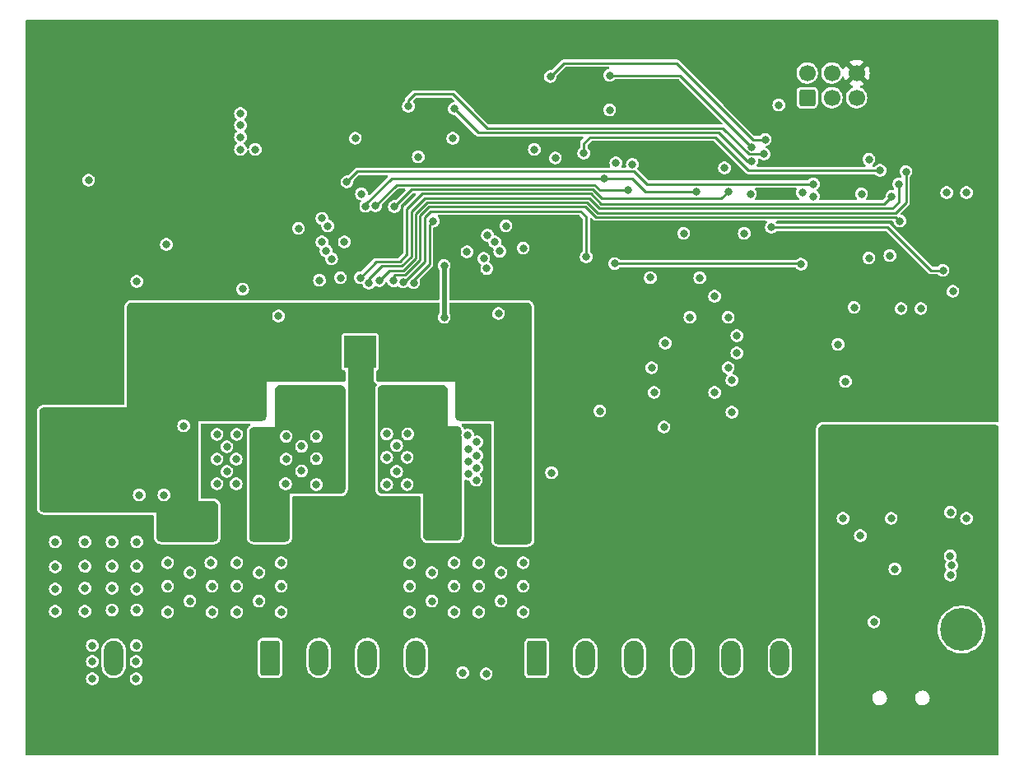
<source format=gbr>
%TF.GenerationSoftware,KiCad,Pcbnew,(6.0.4)*%
%TF.CreationDate,2022-07-31T14:49:55+02:00*%
%TF.ProjectId,HPDriver,48504472-6976-4657-922e-6b696361645f,1.0*%
%TF.SameCoordinates,Original*%
%TF.FileFunction,Copper,L3,Inr*%
%TF.FilePolarity,Positive*%
%FSLAX46Y46*%
G04 Gerber Fmt 4.6, Leading zero omitted, Abs format (unit mm)*
G04 Created by KiCad (PCBNEW (6.0.4)) date 2022-07-31 14:49:55*
%MOMM*%
%LPD*%
G01*
G04 APERTURE LIST*
G04 Aperture macros list*
%AMRoundRect*
0 Rectangle with rounded corners*
0 $1 Rounding radius*
0 $2 $3 $4 $5 $6 $7 $8 $9 X,Y pos of 4 corners*
0 Add a 4 corners polygon primitive as box body*
4,1,4,$2,$3,$4,$5,$6,$7,$8,$9,$2,$3,0*
0 Add four circle primitives for the rounded corners*
1,1,$1+$1,$2,$3*
1,1,$1+$1,$4,$5*
1,1,$1+$1,$6,$7*
1,1,$1+$1,$8,$9*
0 Add four rect primitives between the rounded corners*
20,1,$1+$1,$2,$3,$4,$5,0*
20,1,$1+$1,$4,$5,$6,$7,0*
20,1,$1+$1,$6,$7,$8,$9,0*
20,1,$1+$1,$8,$9,$2,$3,0*%
G04 Aperture macros list end*
%TA.AperFunction,ComponentPad*%
%ADD10RoundRect,0.250000X-0.750000X-1.550000X0.750000X-1.550000X0.750000X1.550000X-0.750000X1.550000X0*%
%TD*%
%TA.AperFunction,ComponentPad*%
%ADD11O,2.000000X3.600000*%
%TD*%
%TA.AperFunction,ComponentPad*%
%ADD12C,4.400000*%
%TD*%
%TA.AperFunction,ComponentPad*%
%ADD13C,3.800000*%
%TD*%
%TA.AperFunction,ComponentPad*%
%ADD14RoundRect,0.250000X0.600000X-0.600000X0.600000X0.600000X-0.600000X0.600000X-0.600000X-0.600000X0*%
%TD*%
%TA.AperFunction,ComponentPad*%
%ADD15C,1.700000*%
%TD*%
%TA.AperFunction,ViaPad*%
%ADD16C,0.800000*%
%TD*%
%TA.AperFunction,Conductor*%
%ADD17C,0.250000*%
%TD*%
%TA.AperFunction,Conductor*%
%ADD18C,0.500000*%
%TD*%
G04 APERTURE END LIST*
D10*
X88646000Y-130715500D03*
D11*
X93646000Y-130715500D03*
D10*
X109728000Y-130683000D03*
D11*
X114728000Y-130683000D03*
X119728000Y-130683000D03*
X124728000Y-130683000D03*
D10*
X137160000Y-130715500D03*
D11*
X142160000Y-130715500D03*
X147160000Y-130715500D03*
X152160000Y-130715500D03*
X157160000Y-130715500D03*
X162160000Y-130715500D03*
D12*
X180848000Y-127762000D03*
X143383000Y-95250000D03*
X88392000Y-68580000D03*
X180340000Y-68326000D03*
X101600000Y-135890000D03*
D13*
X130937000Y-135890000D03*
D14*
X164973000Y-73025000D03*
D15*
X164973000Y-70485000D03*
X167513000Y-73025000D03*
X167513000Y-70485000D03*
X170053000Y-73025000D03*
X170053000Y-70485000D03*
D16*
X121539000Y-87877000D03*
X104648000Y-79502000D03*
X117856000Y-98933000D03*
X141224000Y-111252000D03*
X120142000Y-98933000D03*
X154686000Y-113919000D03*
X159766000Y-113919000D03*
X120142000Y-98044000D03*
X117856000Y-99822000D03*
X96520000Y-76708000D03*
X103886000Y-86106000D03*
X118999000Y-99822000D03*
X98425000Y-76708000D03*
X120142000Y-99822000D03*
X118999000Y-98933000D03*
X117856000Y-98044000D03*
X86360000Y-131064000D03*
X92456000Y-75057000D03*
X106045000Y-86106000D03*
X118999000Y-98044000D03*
X151384000Y-113919000D03*
X146304000Y-113919000D03*
X183642000Y-80137000D03*
X89154000Y-139827000D03*
X94234000Y-139827000D03*
X99314000Y-139827000D03*
X104394000Y-139827000D03*
X109474000Y-139827000D03*
X114554000Y-139827000D03*
X119634000Y-139827000D03*
X124714000Y-139827000D03*
X129794000Y-139827000D03*
X134874000Y-139827000D03*
X139954000Y-139827000D03*
X145034000Y-139827000D03*
X150114000Y-139827000D03*
X155194000Y-139827000D03*
X160274000Y-139827000D03*
X96774000Y-66040000D03*
X101854000Y-66040000D03*
X106934000Y-66040000D03*
X112014000Y-66040000D03*
X117094000Y-66040000D03*
X122174000Y-66040000D03*
X127254000Y-66040000D03*
X132334000Y-66040000D03*
X137414000Y-66040000D03*
X142494000Y-66040000D03*
X147574000Y-66040000D03*
X152654000Y-66040000D03*
X157734000Y-66040000D03*
X162814000Y-66040000D03*
X167894000Y-66040000D03*
X172974000Y-66040000D03*
X178054000Y-66040000D03*
X183642000Y-85137000D03*
X183642000Y-90137000D03*
X183642000Y-95137000D03*
X183642000Y-100137000D03*
X183642000Y-105137000D03*
X85598000Y-79375000D03*
X85598000Y-83820000D03*
X85598000Y-74295000D03*
X91821000Y-66040000D03*
X134112000Y-74041000D03*
X171831000Y-94615000D03*
X157480000Y-73152000D03*
X121793000Y-92710000D03*
X177546000Y-75057000D03*
X150368000Y-100838000D03*
X137795000Y-91440000D03*
X117475000Y-83820000D03*
X147828000Y-93599000D03*
X139192000Y-74041000D03*
X86360000Y-132842000D03*
X118999000Y-74041000D03*
X86868000Y-92456000D03*
X87757000Y-133731000D03*
X100838000Y-106807000D03*
X102235000Y-88773000D03*
X97409000Y-77343000D03*
X171196000Y-87249000D03*
X180340000Y-88392000D03*
X163068000Y-82804000D03*
X91186000Y-92456000D03*
X151765000Y-78105000D03*
X89154000Y-91440000D03*
X143764000Y-79121000D03*
X152654000Y-106934000D03*
X169164000Y-77597000D03*
X96520000Y-87249000D03*
X117856000Y-92583000D03*
X86360000Y-134493000D03*
X137795000Y-92964000D03*
X107696000Y-72517000D03*
X115062000Y-78867000D03*
X127254000Y-79375000D03*
X116586000Y-92964000D03*
X122682000Y-86741000D03*
X98425000Y-77978000D03*
X111823500Y-82550000D03*
X162941000Y-91186000D03*
X120904000Y-78867000D03*
X138811000Y-92202000D03*
X123888500Y-114871500D03*
X164973000Y-105283000D03*
X162560000Y-101346000D03*
X92583000Y-92456000D03*
X87757000Y-135128000D03*
X120523000Y-86741000D03*
X92456000Y-73088500D03*
X167513000Y-75057000D03*
X159385000Y-86233000D03*
X152400000Y-93599000D03*
X156210000Y-79121000D03*
X88392000Y-92456000D03*
X106362500Y-115062000D03*
X90424000Y-91440000D03*
X89789000Y-92456000D03*
X89535000Y-135128000D03*
X126369299Y-91317299D03*
X161036000Y-89154000D03*
X86360000Y-129413000D03*
X123952000Y-71120000D03*
X125490286Y-92585424D03*
X164973000Y-113411000D03*
X135445500Y-86106000D03*
X96520000Y-77978000D03*
X120523000Y-88900000D03*
X91948000Y-91440000D03*
X134620000Y-79311500D03*
X139319006Y-104140000D03*
X112141000Y-70866000D03*
X165036500Y-124841000D03*
X180340000Y-103886000D03*
X118872000Y-92964000D03*
X122809000Y-93091000D03*
X87630000Y-91440000D03*
X104775000Y-88773000D03*
X89535000Y-133731000D03*
X144272000Y-87947500D03*
X153289000Y-86233000D03*
X103505000Y-87884000D03*
X138684000Y-109982000D03*
X133223000Y-95250000D03*
X122682000Y-88900000D03*
X142113000Y-105283000D03*
X172212000Y-103886000D03*
X151384000Y-73787000D03*
X144018000Y-72898000D03*
X132715000Y-92329000D03*
X132334000Y-105156000D03*
X107442000Y-103124000D03*
X105664000Y-105156000D03*
X107442000Y-104140000D03*
X133223000Y-116332000D03*
X106553000Y-103632000D03*
X107442000Y-105156000D03*
X134112000Y-105156000D03*
X133223000Y-118364000D03*
X134493000Y-115316000D03*
X134493000Y-116332000D03*
X134112000Y-103124000D03*
X135763000Y-115316000D03*
X134112000Y-104140000D03*
X133223000Y-104648000D03*
X133223000Y-103632000D03*
X86868000Y-106553000D03*
X133223000Y-117348000D03*
X132334000Y-104140000D03*
X132334000Y-103124000D03*
X134493000Y-117348000D03*
X134493000Y-118364000D03*
X133223000Y-115316000D03*
X106553000Y-104648000D03*
X105664000Y-104140000D03*
X105664000Y-103124000D03*
X88646000Y-106553000D03*
X92075000Y-106553000D03*
X86868000Y-108180000D03*
X88646000Y-108180000D03*
X86868000Y-109855000D03*
X88646000Y-109855000D03*
X86868000Y-111633000D03*
X92075000Y-111633000D03*
X86868000Y-113895000D03*
X92075000Y-113895000D03*
X101346000Y-117094000D03*
X102489000Y-115062000D03*
X124968000Y-79121000D03*
X102489000Y-118110000D03*
X99060000Y-88138000D03*
X102489000Y-116078000D03*
X90424000Y-106553000D03*
X96748600Y-98552000D03*
X103632000Y-115062000D03*
X101346000Y-118110000D03*
X90424000Y-108204000D03*
X92075000Y-108204000D03*
X102489000Y-117094000D03*
X90424000Y-109855000D03*
X92075000Y-109855000D03*
X101346000Y-116078000D03*
X101346000Y-115062000D03*
X91059000Y-81534000D03*
X108204000Y-78359000D03*
X144653000Y-74295000D03*
X106680000Y-78359000D03*
X153923990Y-91567000D03*
X176657000Y-94742000D03*
X106680000Y-74676000D03*
X143636998Y-105283000D03*
X106680000Y-75882500D03*
X181356000Y-82804000D03*
X152908000Y-95631000D03*
X119126000Y-82931000D03*
X146982577Y-79902923D03*
X133985000Y-86232998D03*
X136906000Y-78359000D03*
X139065000Y-79248000D03*
X129540000Y-132207000D03*
X150241000Y-106933996D03*
X118491000Y-77216000D03*
X106680000Y-77089000D03*
X171323000Y-79375000D03*
X135763000Y-88519000D03*
X138684000Y-111633000D03*
X106902989Y-92734851D03*
X148835000Y-91558000D03*
X128524000Y-77216000D03*
X114808000Y-91821000D03*
X116967000Y-91567000D03*
X108458000Y-115062000D03*
X113157000Y-104140000D03*
X116967000Y-104140000D03*
X116967000Y-105156000D03*
X108458000Y-116078000D03*
X109601000Y-118110000D03*
X109601000Y-117094000D03*
X113157000Y-103124000D03*
X108458000Y-118110000D03*
X114300000Y-103124000D03*
X109601000Y-116078000D03*
X114300000Y-104140000D03*
X113157000Y-105156000D03*
X108458000Y-117094000D03*
X116967000Y-103124000D03*
X110871000Y-115062000D03*
X114300000Y-105156000D03*
X109601000Y-115062000D03*
X127254000Y-117983000D03*
X125984000Y-114935000D03*
X125984000Y-117983000D03*
X125984000Y-116967000D03*
X122555000Y-105283000D03*
X123571000Y-105791000D03*
X121539000Y-105283000D03*
X125984000Y-115951000D03*
X127254000Y-115951000D03*
X121539000Y-103251000D03*
X122555000Y-103251000D03*
X121539000Y-104267000D03*
X124587000Y-105791000D03*
X127254000Y-114935000D03*
X127254000Y-116967000D03*
X122555000Y-104267000D03*
X128524000Y-114935000D03*
X181610000Y-132588000D03*
X168783000Y-107823000D03*
X176276000Y-116332000D03*
X167640000Y-132588000D03*
X182880000Y-109220000D03*
X172339000Y-139827000D03*
X176784000Y-139827000D03*
X181610000Y-139827000D03*
X167640000Y-139827000D03*
X168402000Y-126873000D03*
X177292000Y-130175000D03*
X182880000Y-123063000D03*
X166878000Y-122555000D03*
X180467000Y-117475000D03*
X173990000Y-118745000D03*
X159262660Y-78100340D03*
X144653000Y-70739000D03*
X169799000Y-94615000D03*
X159258431Y-79555011D03*
X168148000Y-98425000D03*
X128651000Y-74168000D03*
X87630000Y-118745000D03*
X90678000Y-118745000D03*
X93472000Y-118745000D03*
X96012000Y-118745000D03*
X87630000Y-121317000D03*
X90678000Y-121253000D03*
X93472000Y-121253000D03*
X96012000Y-121253000D03*
X87630000Y-123603000D03*
X90678000Y-123507000D03*
X93472000Y-123507000D03*
X96012000Y-123603000D03*
X87630000Y-125889000D03*
X90678000Y-125889000D03*
X93472000Y-125761000D03*
X96012000Y-125761000D03*
X95948500Y-132842000D03*
X91440000Y-131064000D03*
X91440000Y-129413000D03*
X95961200Y-129413000D03*
X95948500Y-131064000D03*
X91439995Y-132842005D03*
X128651000Y-120904000D03*
X128651000Y-125984000D03*
X133477000Y-121920000D03*
X131191000Y-120904000D03*
X128651000Y-123317000D03*
X131191000Y-125984000D03*
X126365000Y-124841000D03*
X124079000Y-125984000D03*
X124079001Y-123317001D03*
X135763000Y-120904000D03*
X131191000Y-123317000D03*
X126365000Y-121920000D03*
X124079000Y-120904000D03*
X135763000Y-125984000D03*
X133477000Y-124841000D03*
X135763000Y-123317000D03*
X133350000Y-88836500D03*
X122745500Y-108839000D03*
X122745500Y-111506000D03*
X131000500Y-109855000D03*
X131000500Y-111125000D03*
X121729500Y-107632500D03*
X123888500Y-107632500D03*
X130111500Y-110490000D03*
X123825000Y-110045500D03*
X123825000Y-112839500D03*
X121729500Y-112839500D03*
X131000500Y-108458000D03*
X131699000Y-89576721D03*
X130048000Y-107759500D03*
X130111500Y-109220000D03*
X130937000Y-112395000D03*
X130111500Y-111760000D03*
X121729500Y-110045500D03*
X106235500Y-112776000D03*
X112966500Y-111442500D03*
X106299000Y-107696000D03*
X111379000Y-110236000D03*
X114490500Y-112839500D03*
X106235500Y-110236000D03*
X112966500Y-108902500D03*
X111379000Y-107886500D03*
X111315500Y-112776000D03*
X104267000Y-112776000D03*
X104267000Y-110236000D03*
X105283000Y-108966000D03*
X112644701Y-86482701D03*
X114490500Y-110172500D03*
X105283000Y-111506000D03*
X114490500Y-107886500D03*
X104267000Y-107696000D03*
X110871000Y-125984000D03*
X103759000Y-125984000D03*
X106299000Y-125984000D03*
X106299000Y-123317000D03*
X106299000Y-120904000D03*
X101473000Y-124841000D03*
X108585000Y-124841000D03*
X103759000Y-123317000D03*
X99187000Y-123317000D03*
X99187000Y-120904000D03*
X99187000Y-125984000D03*
X110871000Y-120904000D03*
X110871000Y-123317000D03*
X108585000Y-121920000D03*
X101473000Y-121920000D03*
X103632000Y-120904000D03*
X117368013Y-87883466D03*
X179324000Y-82804000D03*
X173682980Y-83185000D03*
X118999000Y-91567000D03*
X120957137Y-91843715D03*
X175133000Y-80645000D03*
X174407990Y-81915000D03*
X119888000Y-92116579D03*
X126492000Y-85725000D03*
X124504561Y-92075000D03*
X179684150Y-120184110D03*
X179705000Y-115697000D03*
X173482000Y-89281000D03*
X179958996Y-92964000D03*
X116047009Y-89616708D03*
X110591032Y-95504000D03*
X127635003Y-95631003D03*
X127635000Y-90297000D03*
X156854006Y-95640000D03*
X156845000Y-82677000D03*
X122513500Y-84241112D03*
X156845000Y-100838000D03*
X174625000Y-94741990D03*
X171323000Y-89535000D03*
X150368004Y-98298000D03*
X158496000Y-86995000D03*
X148971004Y-100838000D03*
X152273006Y-86995000D03*
X174498000Y-85725000D03*
X122409276Y-91877182D03*
X115662737Y-86244459D03*
X115062000Y-87884000D03*
X132016500Y-90614500D03*
X132842000Y-87884000D03*
X115059265Y-85445032D03*
X115482328Y-88791385D03*
X129984500Y-88900000D03*
X132080000Y-87185500D03*
X141986000Y-78739994D03*
X172466000Y-80518000D03*
X173609000Y-116332000D03*
X179826026Y-121174006D03*
X179705000Y-122174000D03*
X181355996Y-116332000D03*
X157226000Y-102108000D03*
X157226000Y-105409988D03*
X131953000Y-132334000D03*
X165608000Y-83185000D03*
X98806000Y-113919000D03*
X117634339Y-81693339D03*
X165608000Y-81915000D03*
X96266000Y-113919000D03*
X171831008Y-127000000D03*
X170434000Y-118110000D03*
X157734000Y-99314000D03*
X149225008Y-103378000D03*
X138557000Y-70866000D03*
X160655000Y-77343000D03*
X170561000Y-82931000D03*
X173990000Y-121539000D03*
X168656000Y-116332000D03*
X155448000Y-93472000D03*
X155448008Y-103378000D03*
X168910000Y-102235000D03*
X160528000Y-78830010D03*
X123952000Y-73914000D03*
X156464000Y-80264000D03*
X164338000Y-90170000D03*
X145161000Y-90106488D03*
X164465000Y-82804004D03*
X96012000Y-91948000D03*
X162052000Y-73787000D03*
X157734000Y-97536010D03*
X159131000Y-82931000D03*
X161290000Y-86360000D03*
X178943000Y-90805000D03*
X146558000Y-82550000D03*
X120563990Y-84162607D03*
X153543000Y-82691946D03*
X144095050Y-81352935D03*
X119564855Y-84204493D03*
X145288000Y-79756000D03*
X142240000Y-89408000D03*
X123402500Y-91989033D03*
D17*
X124504561Y-91776439D02*
X124504561Y-92075000D01*
X126111000Y-90170000D02*
X124504561Y-91776439D01*
X126111000Y-86106000D02*
X126111000Y-90170000D01*
X126492000Y-85725000D02*
X126111000Y-86106000D01*
X119888000Y-91694000D02*
X119888000Y-92116579D01*
X121216489Y-90365511D02*
X119888000Y-91694000D01*
X123246378Y-90365510D02*
X121216489Y-90365511D01*
X124252967Y-89358921D02*
X123246378Y-90365510D01*
X142543789Y-83358967D02*
X125678800Y-83358967D01*
X125678800Y-83358967D02*
X124252967Y-84784800D01*
X143608332Y-84423512D02*
X142543789Y-83358967D01*
X174407990Y-83783010D02*
X173767488Y-84423512D01*
X124252967Y-84784800D02*
X124252967Y-89358921D01*
X174407990Y-81915000D02*
X174407990Y-83783010D01*
X173767488Y-84423512D02*
X143608332Y-84423512D01*
X120650000Y-89916000D02*
X118999000Y-91567000D01*
X123060184Y-89916000D02*
X120650000Y-89916000D01*
X125371044Y-82908956D02*
X123802956Y-84477044D01*
X123802956Y-89173228D02*
X123060184Y-89916000D01*
X142730189Y-82908956D02*
X125371044Y-82908956D01*
X143768231Y-83947000D02*
X142730189Y-82908956D01*
X172920980Y-83947000D02*
X143768231Y-83947000D01*
X123802956Y-84477044D02*
X123802956Y-89173228D01*
X173682980Y-83185000D02*
X172920980Y-83947000D01*
X125603000Y-89916000D02*
X123529967Y-91989033D01*
X125603000Y-85344000D02*
X125603000Y-89916000D01*
X126238000Y-84709000D02*
X125603000Y-85344000D01*
X141668500Y-84709000D02*
X126238000Y-84709000D01*
X142240000Y-85280500D02*
X141668500Y-84709000D01*
X123529967Y-91989033D02*
X123402500Y-91989033D01*
X121985830Y-90815022D02*
X120957137Y-91843715D01*
X123432571Y-90815021D02*
X121985830Y-90815022D01*
X124702477Y-89545115D02*
X123432571Y-90815021D01*
X124702478Y-84971700D02*
X124702477Y-89545115D01*
X125865200Y-83808978D02*
X124702478Y-84971700D01*
X174079477Y-84873523D02*
X143421933Y-84873523D01*
X175133000Y-80645000D02*
X175133000Y-83820000D01*
X123618764Y-91264532D02*
X122603468Y-91264532D01*
X125152989Y-85157600D02*
X125152989Y-89730307D01*
X125152989Y-89730307D02*
X123618764Y-91264532D01*
X126051600Y-84258989D02*
X125152989Y-85157600D01*
X174098001Y-85325001D02*
X143237001Y-85325001D01*
X122603468Y-91264532D02*
X122409276Y-91458724D01*
X142240000Y-89408000D02*
X142240000Y-85280500D01*
X142357389Y-83808978D02*
X125865200Y-83808978D01*
X143421933Y-84873523D02*
X142357389Y-83808978D01*
X142170989Y-84258989D02*
X126051600Y-84258989D01*
X143237001Y-85325001D02*
X142170989Y-84258989D01*
X174498000Y-85725000D02*
X174098001Y-85325001D01*
X175133000Y-83820000D02*
X174079477Y-84873523D01*
X122409276Y-91458724D02*
X122409276Y-91877182D01*
X159262660Y-78100340D02*
X151901320Y-70739000D01*
X151901320Y-70739000D02*
X144653000Y-70739000D01*
X159258431Y-79555011D02*
X158803011Y-79555011D01*
X131121989Y-76638989D02*
X128651000Y-74168000D01*
X158803011Y-79555011D02*
X155886989Y-76638989D01*
X155886989Y-76638989D02*
X131121989Y-76638989D01*
D18*
X127635000Y-95667980D02*
X127635000Y-90297000D01*
D17*
X156105044Y-83416956D02*
X143874598Y-83416956D01*
X156845000Y-82677000D02*
X156105044Y-83416956D01*
X124295667Y-82458945D02*
X122513500Y-84241112D01*
X142916589Y-82458945D02*
X124295667Y-82458945D01*
X143874598Y-83416956D02*
X142916589Y-82458945D01*
X142621000Y-77089000D02*
X155509385Y-77089000D01*
X141986000Y-77724000D02*
X142621000Y-77089000D01*
X155509385Y-77089000D02*
X158938385Y-80518000D01*
X158938385Y-80518000D02*
X172466000Y-80518000D01*
X141986000Y-78739994D02*
X141986000Y-77724000D01*
X118699745Y-80627933D02*
X147175933Y-80627933D01*
X117634339Y-81693339D02*
X118699745Y-80627933D01*
X148463000Y-81915000D02*
X165608000Y-81915000D01*
X147175933Y-80627933D02*
X148463000Y-81915000D01*
X160655000Y-77343000D02*
X159385000Y-77343000D01*
X159385000Y-77343000D02*
X151511000Y-69469000D01*
X151511000Y-69469000D02*
X139954000Y-69469000D01*
X139954000Y-69469000D02*
X138557000Y-70866000D01*
X128524000Y-72644000D02*
X124587000Y-72644000D01*
X158967010Y-78830010D02*
X156325978Y-76188978D01*
X156325978Y-76188978D02*
X132068978Y-76188978D01*
X132068978Y-76188978D02*
X128524000Y-72644000D01*
X124587000Y-72644000D02*
X123952000Y-73279000D01*
X123952000Y-73279000D02*
X123952000Y-73914000D01*
X160528000Y-78830010D02*
X158967010Y-78830010D01*
X164274488Y-90106488D02*
X164338000Y-90170000D01*
X145161000Y-90106488D02*
X164274488Y-90106488D01*
X177673000Y-90805000D02*
X173228000Y-86360000D01*
X178943000Y-90805000D02*
X177673000Y-90805000D01*
X173228000Y-86360000D02*
X161290000Y-86360000D01*
X122717663Y-82008934D02*
X143102989Y-82008934D01*
X120563990Y-84162607D02*
X122717663Y-82008934D01*
X143644054Y-82550000D02*
X146558000Y-82550000D01*
X143102989Y-82008934D02*
X143644054Y-82550000D01*
X119564855Y-84204493D02*
X119564855Y-84016145D01*
X148350946Y-82691946D02*
X147011935Y-81352935D01*
X153543000Y-82691946D02*
X148350946Y-82691946D01*
X119564855Y-84016145D02*
X122228065Y-81352935D01*
X147011935Y-81352935D02*
X144095050Y-81352935D01*
X122228065Y-81352935D02*
X144095050Y-81352935D01*
%TA.AperFunction,Conductor*%
G36*
X120650000Y-100838000D02*
G01*
X120396000Y-100838000D01*
X120396000Y-105410000D01*
X117729000Y-105410000D01*
X117729000Y-100838000D01*
X117348000Y-100838000D01*
X117348000Y-97536000D01*
X120650000Y-97536000D01*
X120650000Y-100838000D01*
G37*
%TD.AperFunction*%
%TA.AperFunction,Conductor*%
G36*
X184293188Y-106681078D02*
G01*
X184397963Y-106694872D01*
X184429735Y-106703385D01*
X184519674Y-106740639D01*
X184548161Y-106757086D01*
X184608205Y-106803160D01*
X184650072Y-106860498D01*
X184657500Y-106903122D01*
X184657500Y-140589500D01*
X184637498Y-140657621D01*
X184583842Y-140704114D01*
X184531500Y-140715500D01*
X166265314Y-140715500D01*
X166197193Y-140695498D01*
X166148905Y-140637719D01*
X166139385Y-140614736D01*
X166130872Y-140582963D01*
X166117078Y-140478188D01*
X166116000Y-140461742D01*
X166116000Y-134856080D01*
X171666476Y-134856080D01*
X171667716Y-134863296D01*
X171667716Y-134863298D01*
X171682532Y-134949520D01*
X171696271Y-135029477D01*
X171765156Y-135191368D01*
X171869437Y-135333071D01*
X172003520Y-135446982D01*
X172047034Y-135469201D01*
X172153695Y-135523666D01*
X172153700Y-135523668D01*
X172160212Y-135526993D01*
X172167318Y-135528732D01*
X172167321Y-135528733D01*
X172248710Y-135548648D01*
X172331108Y-135568811D01*
X172336710Y-135569159D01*
X172336713Y-135569159D01*
X172340275Y-135569380D01*
X172340284Y-135569380D01*
X172342214Y-135569500D01*
X172469053Y-135569500D01*
X172560950Y-135558786D01*
X172592482Y-135555110D01*
X172592484Y-135555110D01*
X172599754Y-135554262D01*
X172606631Y-135551766D01*
X172606634Y-135551765D01*
X172758255Y-135496729D01*
X172765134Y-135494232D01*
X172771251Y-135490222D01*
X172771254Y-135490220D01*
X172844431Y-135442242D01*
X172912268Y-135397766D01*
X173033264Y-135270040D01*
X173121632Y-135117904D01*
X173172630Y-134949520D01*
X173178427Y-134856080D01*
X176066476Y-134856080D01*
X176067716Y-134863296D01*
X176067716Y-134863298D01*
X176082532Y-134949520D01*
X176096271Y-135029477D01*
X176165156Y-135191368D01*
X176269437Y-135333071D01*
X176403520Y-135446982D01*
X176447034Y-135469201D01*
X176553695Y-135523666D01*
X176553700Y-135523668D01*
X176560212Y-135526993D01*
X176567318Y-135528732D01*
X176567321Y-135528733D01*
X176648710Y-135548648D01*
X176731108Y-135568811D01*
X176736710Y-135569159D01*
X176736713Y-135569159D01*
X176740275Y-135569380D01*
X176740284Y-135569380D01*
X176742214Y-135569500D01*
X176869053Y-135569500D01*
X176960950Y-135558786D01*
X176992482Y-135555110D01*
X176992484Y-135555110D01*
X176999754Y-135554262D01*
X177006631Y-135551766D01*
X177006634Y-135551765D01*
X177158255Y-135496729D01*
X177165134Y-135494232D01*
X177171251Y-135490222D01*
X177171254Y-135490220D01*
X177244431Y-135442242D01*
X177312268Y-135397766D01*
X177433264Y-135270040D01*
X177521632Y-135117904D01*
X177572630Y-134949520D01*
X177583524Y-134773920D01*
X177568724Y-134687785D01*
X177554969Y-134607738D01*
X177554968Y-134607736D01*
X177553729Y-134600523D01*
X177484844Y-134438632D01*
X177380563Y-134296929D01*
X177246480Y-134183018D01*
X177153947Y-134135768D01*
X177096305Y-134106334D01*
X177096300Y-134106332D01*
X177089788Y-134103007D01*
X177082682Y-134101268D01*
X177082679Y-134101267D01*
X176988553Y-134078235D01*
X176918892Y-134061189D01*
X176913290Y-134060841D01*
X176913287Y-134060841D01*
X176909725Y-134060620D01*
X176909716Y-134060620D01*
X176907786Y-134060500D01*
X176780947Y-134060500D01*
X176689050Y-134071214D01*
X176657518Y-134074890D01*
X176657516Y-134074890D01*
X176650246Y-134075738D01*
X176643369Y-134078234D01*
X176643366Y-134078235D01*
X176575121Y-134103007D01*
X176484866Y-134135768D01*
X176478749Y-134139778D01*
X176478746Y-134139780D01*
X176417874Y-134179690D01*
X176337732Y-134232234D01*
X176216736Y-134359960D01*
X176128368Y-134512096D01*
X176077370Y-134680480D01*
X176066476Y-134856080D01*
X173178427Y-134856080D01*
X173183524Y-134773920D01*
X173168724Y-134687785D01*
X173154969Y-134607738D01*
X173154968Y-134607736D01*
X173153729Y-134600523D01*
X173084844Y-134438632D01*
X172980563Y-134296929D01*
X172846480Y-134183018D01*
X172753947Y-134135768D01*
X172696305Y-134106334D01*
X172696300Y-134106332D01*
X172689788Y-134103007D01*
X172682682Y-134101268D01*
X172682679Y-134101267D01*
X172588553Y-134078235D01*
X172518892Y-134061189D01*
X172513290Y-134060841D01*
X172513287Y-134060841D01*
X172509725Y-134060620D01*
X172509716Y-134060620D01*
X172507786Y-134060500D01*
X172380947Y-134060500D01*
X172289050Y-134071214D01*
X172257518Y-134074890D01*
X172257516Y-134074890D01*
X172250246Y-134075738D01*
X172243369Y-134078234D01*
X172243366Y-134078235D01*
X172175121Y-134103007D01*
X172084866Y-134135768D01*
X172078749Y-134139778D01*
X172078746Y-134139780D01*
X172017874Y-134179690D01*
X171937732Y-134232234D01*
X171816736Y-134359960D01*
X171728368Y-134512096D01*
X171677370Y-134680480D01*
X171666476Y-134856080D01*
X166116000Y-134856080D01*
X166116000Y-127762000D01*
X178388647Y-127762000D01*
X178408040Y-128070239D01*
X178465912Y-128373616D01*
X178561351Y-128667348D01*
X178692853Y-128946802D01*
X178858342Y-129207571D01*
X179055209Y-129445543D01*
X179280349Y-129656964D01*
X179283551Y-129659291D01*
X179283553Y-129659292D01*
X179527004Y-129836169D01*
X179527009Y-129836172D01*
X179530213Y-129838500D01*
X179800858Y-129987289D01*
X180088018Y-130100984D01*
X180387163Y-130177791D01*
X180693576Y-130216500D01*
X181002424Y-130216500D01*
X181308837Y-130177791D01*
X181607982Y-130100984D01*
X181895142Y-129987289D01*
X182165787Y-129838500D01*
X182168991Y-129836172D01*
X182168996Y-129836169D01*
X182412447Y-129659292D01*
X182412449Y-129659291D01*
X182415651Y-129656964D01*
X182640791Y-129445543D01*
X182837658Y-129207571D01*
X183003147Y-128946802D01*
X183134649Y-128667348D01*
X183230088Y-128373616D01*
X183287960Y-128070239D01*
X183307353Y-127762000D01*
X183287960Y-127453761D01*
X183230088Y-127150384D01*
X183134649Y-126856652D01*
X183003147Y-126577198D01*
X182998739Y-126570251D01*
X182857530Y-126347743D01*
X182837658Y-126316429D01*
X182640791Y-126078457D01*
X182415651Y-125867036D01*
X182412447Y-125864708D01*
X182168996Y-125687831D01*
X182168991Y-125687828D01*
X182165787Y-125685500D01*
X181895142Y-125536711D01*
X181607982Y-125423016D01*
X181308837Y-125346209D01*
X181002424Y-125307500D01*
X180693576Y-125307500D01*
X180387163Y-125346209D01*
X180088018Y-125423016D01*
X179800858Y-125536711D01*
X179530213Y-125685500D01*
X179527009Y-125687828D01*
X179527004Y-125687831D01*
X179283553Y-125864708D01*
X179280349Y-125867036D01*
X179055209Y-126078457D01*
X178858342Y-126316429D01*
X178838470Y-126347743D01*
X178697262Y-126570251D01*
X178692853Y-126577198D01*
X178561351Y-126856652D01*
X178465912Y-127150384D01*
X178408040Y-127453761D01*
X178388647Y-127762000D01*
X166116000Y-127762000D01*
X166116000Y-126993096D01*
X171171737Y-126993096D01*
X171189121Y-127150553D01*
X171243561Y-127299319D01*
X171331916Y-127430805D01*
X171337535Y-127435918D01*
X171337536Y-127435919D01*
X171348911Y-127446269D01*
X171449084Y-127537419D01*
X171588301Y-127613008D01*
X171741530Y-127653207D01*
X171825485Y-127654526D01*
X171892327Y-127655576D01*
X171892330Y-127655576D01*
X171899924Y-127655695D01*
X172054340Y-127620329D01*
X172124750Y-127584917D01*
X172189080Y-127552563D01*
X172189083Y-127552561D01*
X172195863Y-127549151D01*
X172201634Y-127544222D01*
X172201637Y-127544220D01*
X172310544Y-127451204D01*
X172310544Y-127451203D01*
X172316322Y-127446269D01*
X172408763Y-127317624D01*
X172467850Y-127170641D01*
X172490170Y-127013807D01*
X172490315Y-127000000D01*
X172471284Y-126842733D01*
X172415288Y-126694546D01*
X172337096Y-126580775D01*
X172329863Y-126570251D01*
X172329862Y-126570249D01*
X172325561Y-126563992D01*
X172207283Y-126458611D01*
X172199897Y-126454700D01*
X172073996Y-126388039D01*
X172073997Y-126388039D01*
X172067282Y-126384484D01*
X171913641Y-126345892D01*
X171906042Y-126345852D01*
X171906041Y-126345852D01*
X171840189Y-126345507D01*
X171755229Y-126345062D01*
X171747849Y-126346834D01*
X171747847Y-126346834D01*
X171608571Y-126380271D01*
X171608568Y-126380272D01*
X171601192Y-126382043D01*
X171460422Y-126454700D01*
X171341047Y-126558838D01*
X171249958Y-126688444D01*
X171192414Y-126836037D01*
X171191422Y-126843570D01*
X171191422Y-126843571D01*
X171190173Y-126853063D01*
X171171737Y-126993096D01*
X166116000Y-126993096D01*
X166116000Y-121532096D01*
X173330729Y-121532096D01*
X173338169Y-121599481D01*
X173347202Y-121681299D01*
X173348113Y-121689553D01*
X173402553Y-121838319D01*
X173406789Y-121844622D01*
X173406789Y-121844623D01*
X173418660Y-121862288D01*
X173490908Y-121969805D01*
X173496527Y-121974918D01*
X173496528Y-121974919D01*
X173543402Y-122017571D01*
X173608076Y-122076419D01*
X173747293Y-122152008D01*
X173900522Y-122192207D01*
X173984477Y-122193526D01*
X174051319Y-122194576D01*
X174051322Y-122194576D01*
X174058916Y-122194695D01*
X174213332Y-122159329D01*
X174283742Y-122123917D01*
X174348072Y-122091563D01*
X174348075Y-122091561D01*
X174354855Y-122088151D01*
X174360626Y-122083222D01*
X174360629Y-122083220D01*
X174469536Y-121990204D01*
X174469536Y-121990203D01*
X174475314Y-121985269D01*
X174567755Y-121856624D01*
X174626842Y-121709641D01*
X174649162Y-121552807D01*
X174649307Y-121539000D01*
X174630276Y-121381733D01*
X174574280Y-121233546D01*
X174536201Y-121178140D01*
X174488855Y-121109251D01*
X174488854Y-121109249D01*
X174484553Y-121102992D01*
X174366275Y-120997611D01*
X174358889Y-120993700D01*
X174232988Y-120927039D01*
X174232989Y-120927039D01*
X174226274Y-120923484D01*
X174072633Y-120884892D01*
X174065034Y-120884852D01*
X174065033Y-120884852D01*
X173999181Y-120884507D01*
X173914221Y-120884062D01*
X173906841Y-120885834D01*
X173906839Y-120885834D01*
X173767563Y-120919271D01*
X173767560Y-120919272D01*
X173760184Y-120921043D01*
X173619414Y-120993700D01*
X173500039Y-121097838D01*
X173408950Y-121227444D01*
X173406190Y-121234524D01*
X173363255Y-121344647D01*
X173351406Y-121375037D01*
X173350414Y-121382570D01*
X173350414Y-121382571D01*
X173335244Y-121497804D01*
X173330729Y-121532096D01*
X166116000Y-121532096D01*
X166116000Y-120177206D01*
X179024879Y-120177206D01*
X179042263Y-120334663D01*
X179096703Y-120483429D01*
X179185058Y-120614915D01*
X179245556Y-120669964D01*
X179282478Y-120730602D01*
X179280755Y-120801577D01*
X179263844Y-120835604D01*
X179244976Y-120862450D01*
X179242216Y-120869529D01*
X179191859Y-120998689D01*
X179187432Y-121010043D01*
X179186440Y-121017576D01*
X179186440Y-121017577D01*
X179175056Y-121104052D01*
X179166755Y-121167102D01*
X179184139Y-121324559D01*
X179186749Y-121331690D01*
X179186749Y-121331692D01*
X179207821Y-121389273D01*
X179238579Y-121473325D01*
X179242814Y-121479628D01*
X179242818Y-121479635D01*
X179277861Y-121531784D01*
X179299254Y-121599481D01*
X179280650Y-121667997D01*
X179256110Y-121697008D01*
X179220766Y-121727841D01*
X179220762Y-121727846D01*
X179215039Y-121732838D01*
X179123950Y-121862444D01*
X179121190Y-121869524D01*
X179074139Y-121990204D01*
X179066406Y-122010037D01*
X179065414Y-122017570D01*
X179065414Y-122017571D01*
X179046752Y-122159329D01*
X179045729Y-122167096D01*
X179063113Y-122324553D01*
X179117553Y-122473319D01*
X179205908Y-122604805D01*
X179211527Y-122609918D01*
X179211528Y-122609919D01*
X179222903Y-122620269D01*
X179323076Y-122711419D01*
X179462293Y-122787008D01*
X179615522Y-122827207D01*
X179699477Y-122828526D01*
X179766319Y-122829576D01*
X179766322Y-122829576D01*
X179773916Y-122829695D01*
X179928332Y-122794329D01*
X179998742Y-122758917D01*
X180063072Y-122726563D01*
X180063075Y-122726561D01*
X180069855Y-122723151D01*
X180075626Y-122718222D01*
X180075629Y-122718220D01*
X180184536Y-122625204D01*
X180184536Y-122625203D01*
X180190314Y-122620269D01*
X180282755Y-122491624D01*
X180341842Y-122344641D01*
X180364162Y-122187807D01*
X180364307Y-122174000D01*
X180345276Y-122016733D01*
X180289280Y-121868546D01*
X180254180Y-121817475D01*
X180232080Y-121750006D01*
X180249966Y-121681299D01*
X180276189Y-121650297D01*
X180305562Y-121625210D01*
X180305562Y-121625209D01*
X180311340Y-121620275D01*
X180403781Y-121491630D01*
X180462868Y-121344647D01*
X180478540Y-121234524D01*
X180484607Y-121191897D01*
X180484607Y-121191894D01*
X180485188Y-121187813D01*
X180485333Y-121174006D01*
X180466302Y-121016739D01*
X180410306Y-120868552D01*
X180320579Y-120737998D01*
X180314913Y-120732949D01*
X180314906Y-120732942D01*
X180266008Y-120689376D01*
X180228452Y-120629126D01*
X180229432Y-120558136D01*
X180247502Y-120521778D01*
X180261905Y-120501734D01*
X180320992Y-120354751D01*
X180343312Y-120197917D01*
X180343457Y-120184110D01*
X180324426Y-120026843D01*
X180268430Y-119878656D01*
X180178703Y-119748102D01*
X180060425Y-119642721D01*
X180053039Y-119638810D01*
X179927138Y-119572149D01*
X179927139Y-119572149D01*
X179920424Y-119568594D01*
X179766783Y-119530002D01*
X179759184Y-119529962D01*
X179759183Y-119529962D01*
X179693331Y-119529617D01*
X179608371Y-119529172D01*
X179600991Y-119530944D01*
X179600989Y-119530944D01*
X179461713Y-119564381D01*
X179461710Y-119564382D01*
X179454334Y-119566153D01*
X179313564Y-119638810D01*
X179194189Y-119742948D01*
X179103100Y-119872554D01*
X179045556Y-120020147D01*
X179024879Y-120177206D01*
X166116000Y-120177206D01*
X166116000Y-118103096D01*
X169774729Y-118103096D01*
X169792113Y-118260553D01*
X169846553Y-118409319D01*
X169934908Y-118540805D01*
X169940527Y-118545918D01*
X169940528Y-118545919D01*
X169951903Y-118556269D01*
X170052076Y-118647419D01*
X170191293Y-118723008D01*
X170344522Y-118763207D01*
X170428477Y-118764526D01*
X170495319Y-118765576D01*
X170495322Y-118765576D01*
X170502916Y-118765695D01*
X170657332Y-118730329D01*
X170727742Y-118694917D01*
X170792072Y-118662563D01*
X170792075Y-118662561D01*
X170798855Y-118659151D01*
X170804626Y-118654222D01*
X170804629Y-118654220D01*
X170913536Y-118561204D01*
X170913536Y-118561203D01*
X170919314Y-118556269D01*
X171011755Y-118427624D01*
X171070842Y-118280641D01*
X171093162Y-118123807D01*
X171093307Y-118110000D01*
X171074276Y-117952733D01*
X171018280Y-117804546D01*
X170928553Y-117673992D01*
X170810275Y-117568611D01*
X170802889Y-117564700D01*
X170676988Y-117498039D01*
X170676989Y-117498039D01*
X170670274Y-117494484D01*
X170516633Y-117455892D01*
X170509034Y-117455852D01*
X170509033Y-117455852D01*
X170443181Y-117455507D01*
X170358221Y-117455062D01*
X170350841Y-117456834D01*
X170350839Y-117456834D01*
X170211563Y-117490271D01*
X170211560Y-117490272D01*
X170204184Y-117492043D01*
X170063414Y-117564700D01*
X169944039Y-117668838D01*
X169852950Y-117798444D01*
X169795406Y-117946037D01*
X169774729Y-118103096D01*
X166116000Y-118103096D01*
X166116000Y-116325096D01*
X167996729Y-116325096D01*
X168014113Y-116482553D01*
X168068553Y-116631319D01*
X168156908Y-116762805D01*
X168162527Y-116767918D01*
X168162528Y-116767919D01*
X168173903Y-116778269D01*
X168274076Y-116869419D01*
X168413293Y-116945008D01*
X168566522Y-116985207D01*
X168650477Y-116986526D01*
X168717319Y-116987576D01*
X168717322Y-116987576D01*
X168724916Y-116987695D01*
X168879332Y-116952329D01*
X168949742Y-116916917D01*
X169014072Y-116884563D01*
X169014075Y-116884561D01*
X169020855Y-116881151D01*
X169026626Y-116876222D01*
X169026629Y-116876220D01*
X169135536Y-116783204D01*
X169135536Y-116783203D01*
X169141314Y-116778269D01*
X169233755Y-116649624D01*
X169292842Y-116502641D01*
X169315162Y-116345807D01*
X169315307Y-116332000D01*
X169314472Y-116325096D01*
X172949729Y-116325096D01*
X172967113Y-116482553D01*
X173021553Y-116631319D01*
X173109908Y-116762805D01*
X173115527Y-116767918D01*
X173115528Y-116767919D01*
X173126903Y-116778269D01*
X173227076Y-116869419D01*
X173366293Y-116945008D01*
X173519522Y-116985207D01*
X173603477Y-116986526D01*
X173670319Y-116987576D01*
X173670322Y-116987576D01*
X173677916Y-116987695D01*
X173832332Y-116952329D01*
X173902742Y-116916917D01*
X173967072Y-116884563D01*
X173967075Y-116884561D01*
X173973855Y-116881151D01*
X173979626Y-116876222D01*
X173979629Y-116876220D01*
X174088536Y-116783204D01*
X174088536Y-116783203D01*
X174094314Y-116778269D01*
X174186755Y-116649624D01*
X174245842Y-116502641D01*
X174268162Y-116345807D01*
X174268307Y-116332000D01*
X174249276Y-116174733D01*
X174193280Y-116026546D01*
X174103553Y-115895992D01*
X173985275Y-115790611D01*
X173977889Y-115786700D01*
X173851988Y-115720039D01*
X173851989Y-115720039D01*
X173845274Y-115716484D01*
X173740219Y-115690096D01*
X179045729Y-115690096D01*
X179049035Y-115720039D01*
X179056395Y-115786700D01*
X179063113Y-115847553D01*
X179065723Y-115854684D01*
X179065723Y-115854686D01*
X179078991Y-115890941D01*
X179117553Y-115996319D01*
X179121789Y-116002622D01*
X179121789Y-116002623D01*
X179133660Y-116020288D01*
X179205908Y-116127805D01*
X179211527Y-116132918D01*
X179211528Y-116132919D01*
X179258402Y-116175571D01*
X179323076Y-116234419D01*
X179462293Y-116310008D01*
X179615522Y-116350207D01*
X179699477Y-116351526D01*
X179766319Y-116352576D01*
X179766322Y-116352576D01*
X179773916Y-116352695D01*
X179894420Y-116325096D01*
X180696725Y-116325096D01*
X180714109Y-116482553D01*
X180768549Y-116631319D01*
X180856904Y-116762805D01*
X180862523Y-116767918D01*
X180862524Y-116767919D01*
X180873899Y-116778269D01*
X180974072Y-116869419D01*
X181113289Y-116945008D01*
X181266518Y-116985207D01*
X181350473Y-116986526D01*
X181417315Y-116987576D01*
X181417318Y-116987576D01*
X181424912Y-116987695D01*
X181579328Y-116952329D01*
X181649738Y-116916917D01*
X181714068Y-116884563D01*
X181714071Y-116884561D01*
X181720851Y-116881151D01*
X181726622Y-116876222D01*
X181726625Y-116876220D01*
X181835532Y-116783204D01*
X181835532Y-116783203D01*
X181841310Y-116778269D01*
X181933751Y-116649624D01*
X181992838Y-116502641D01*
X182015158Y-116345807D01*
X182015303Y-116332000D01*
X181996272Y-116174733D01*
X181940276Y-116026546D01*
X181850549Y-115895992D01*
X181732271Y-115790611D01*
X181724885Y-115786700D01*
X181598984Y-115720039D01*
X181598985Y-115720039D01*
X181592270Y-115716484D01*
X181438629Y-115677892D01*
X181431030Y-115677852D01*
X181431029Y-115677852D01*
X181365177Y-115677507D01*
X181280217Y-115677062D01*
X181272837Y-115678834D01*
X181272835Y-115678834D01*
X181133559Y-115712271D01*
X181133556Y-115712272D01*
X181126180Y-115714043D01*
X180985410Y-115786700D01*
X180866035Y-115890838D01*
X180774946Y-116020444D01*
X180772186Y-116027524D01*
X180725135Y-116148204D01*
X180717402Y-116168037D01*
X180716410Y-116175570D01*
X180716410Y-116175571D01*
X180697748Y-116317329D01*
X180696725Y-116325096D01*
X179894420Y-116325096D01*
X179928332Y-116317329D01*
X179998742Y-116281917D01*
X180063072Y-116249563D01*
X180063075Y-116249561D01*
X180069855Y-116246151D01*
X180075626Y-116241222D01*
X180075629Y-116241220D01*
X180184536Y-116148204D01*
X180184536Y-116148203D01*
X180190314Y-116143269D01*
X180282755Y-116014624D01*
X180341842Y-115867641D01*
X180347965Y-115824615D01*
X180363581Y-115714891D01*
X180363581Y-115714888D01*
X180364162Y-115710807D01*
X180364307Y-115697000D01*
X180345276Y-115539733D01*
X180289280Y-115391546D01*
X180199553Y-115260992D01*
X180081275Y-115155611D01*
X180073889Y-115151700D01*
X179947988Y-115085039D01*
X179947989Y-115085039D01*
X179941274Y-115081484D01*
X179787633Y-115042892D01*
X179780034Y-115042852D01*
X179780033Y-115042852D01*
X179714181Y-115042507D01*
X179629221Y-115042062D01*
X179621841Y-115043834D01*
X179621839Y-115043834D01*
X179482563Y-115077271D01*
X179482560Y-115077272D01*
X179475184Y-115079043D01*
X179334414Y-115151700D01*
X179215039Y-115255838D01*
X179123950Y-115385444D01*
X179066406Y-115533037D01*
X179065414Y-115540570D01*
X179065414Y-115540571D01*
X179047212Y-115678834D01*
X179045729Y-115690096D01*
X173740219Y-115690096D01*
X173691633Y-115677892D01*
X173684034Y-115677852D01*
X173684033Y-115677852D01*
X173618181Y-115677507D01*
X173533221Y-115677062D01*
X173525841Y-115678834D01*
X173525839Y-115678834D01*
X173386563Y-115712271D01*
X173386560Y-115712272D01*
X173379184Y-115714043D01*
X173238414Y-115786700D01*
X173119039Y-115890838D01*
X173027950Y-116020444D01*
X173025190Y-116027524D01*
X172978139Y-116148204D01*
X172970406Y-116168037D01*
X172969414Y-116175570D01*
X172969414Y-116175571D01*
X172950752Y-116317329D01*
X172949729Y-116325096D01*
X169314472Y-116325096D01*
X169296276Y-116174733D01*
X169240280Y-116026546D01*
X169150553Y-115895992D01*
X169032275Y-115790611D01*
X169024889Y-115786700D01*
X168898988Y-115720039D01*
X168898989Y-115720039D01*
X168892274Y-115716484D01*
X168738633Y-115677892D01*
X168731034Y-115677852D01*
X168731033Y-115677852D01*
X168665181Y-115677507D01*
X168580221Y-115677062D01*
X168572841Y-115678834D01*
X168572839Y-115678834D01*
X168433563Y-115712271D01*
X168433560Y-115712272D01*
X168426184Y-115714043D01*
X168285414Y-115786700D01*
X168166039Y-115890838D01*
X168074950Y-116020444D01*
X168072190Y-116027524D01*
X168025139Y-116148204D01*
X168017406Y-116168037D01*
X168016414Y-116175570D01*
X168016414Y-116175571D01*
X167997752Y-116317329D01*
X167996729Y-116325096D01*
X166116000Y-116325096D01*
X166116000Y-107188258D01*
X166117078Y-107171812D01*
X166130872Y-107067037D01*
X166139385Y-107035265D01*
X166176639Y-106945326D01*
X166193086Y-106916840D01*
X166252349Y-106839607D01*
X166275607Y-106816349D01*
X166352840Y-106757086D01*
X166381326Y-106740639D01*
X166471265Y-106703385D01*
X166503037Y-106694872D01*
X166607812Y-106681078D01*
X166624258Y-106680000D01*
X184276742Y-106680000D01*
X184293188Y-106681078D01*
G37*
%TD.AperFunction*%
%TA.AperFunction,Conductor*%
G36*
X127072621Y-94127002D02*
G01*
X127119114Y-94180658D01*
X127130500Y-94233000D01*
X127130500Y-95170683D01*
X127107587Y-95243134D01*
X127053953Y-95319447D01*
X126996409Y-95467040D01*
X126995417Y-95474573D01*
X126995417Y-95474574D01*
X126984096Y-95560571D01*
X126975732Y-95624099D01*
X126993116Y-95781556D01*
X126995726Y-95788687D01*
X126995726Y-95788689D01*
X127023628Y-95864934D01*
X127047556Y-95930322D01*
X127135911Y-96061808D01*
X127141530Y-96066921D01*
X127141531Y-96066922D01*
X127241624Y-96157999D01*
X127253079Y-96168422D01*
X127392296Y-96244011D01*
X127545525Y-96284210D01*
X127629480Y-96285529D01*
X127696322Y-96286579D01*
X127696325Y-96286579D01*
X127703919Y-96286698D01*
X127858335Y-96251332D01*
X127928745Y-96215920D01*
X127993075Y-96183566D01*
X127993078Y-96183564D01*
X127999858Y-96180154D01*
X128005629Y-96175225D01*
X128005632Y-96175223D01*
X128114539Y-96082207D01*
X128114539Y-96082206D01*
X128120317Y-96077272D01*
X128212758Y-95948627D01*
X128271845Y-95801644D01*
X128291763Y-95661686D01*
X128293584Y-95648894D01*
X128293584Y-95648891D01*
X128294165Y-95644810D01*
X128294310Y-95631003D01*
X128275279Y-95473736D01*
X128219283Y-95325549D01*
X128162615Y-95243096D01*
X132563729Y-95243096D01*
X132571472Y-95313231D01*
X132575264Y-95347571D01*
X132581113Y-95400553D01*
X132583723Y-95407684D01*
X132583723Y-95407686D01*
X132620482Y-95508134D01*
X132635553Y-95549319D01*
X132639789Y-95555622D01*
X132639789Y-95555623D01*
X132714709Y-95667115D01*
X132723908Y-95680805D01*
X132729527Y-95685918D01*
X132729528Y-95685919D01*
X132835460Y-95782309D01*
X132841076Y-95787419D01*
X132980293Y-95863008D01*
X133133522Y-95903207D01*
X133217477Y-95904526D01*
X133284319Y-95905576D01*
X133284322Y-95905576D01*
X133291916Y-95905695D01*
X133446332Y-95870329D01*
X133543172Y-95821624D01*
X133581072Y-95802563D01*
X133581075Y-95802561D01*
X133587855Y-95799151D01*
X133593626Y-95794222D01*
X133593629Y-95794220D01*
X133702536Y-95701204D01*
X133702536Y-95701203D01*
X133708314Y-95696269D01*
X133800755Y-95567624D01*
X133859842Y-95420641D01*
X133882162Y-95263807D01*
X133882307Y-95250000D01*
X133881304Y-95241707D01*
X133876199Y-95199524D01*
X133863276Y-95092733D01*
X133807280Y-94944546D01*
X133765854Y-94884271D01*
X133721855Y-94820251D01*
X133721854Y-94820249D01*
X133717553Y-94813992D01*
X133599275Y-94708611D01*
X133591889Y-94704700D01*
X133465988Y-94638039D01*
X133465989Y-94638039D01*
X133459274Y-94634484D01*
X133305633Y-94595892D01*
X133298034Y-94595852D01*
X133298033Y-94595852D01*
X133232181Y-94595507D01*
X133147221Y-94595062D01*
X133139841Y-94596834D01*
X133139839Y-94596834D01*
X133000563Y-94630271D01*
X133000560Y-94630272D01*
X132993184Y-94632043D01*
X132852414Y-94704700D01*
X132733039Y-94808838D01*
X132641950Y-94938444D01*
X132630558Y-94967664D01*
X132593411Y-95062941D01*
X132584406Y-95086037D01*
X132583414Y-95093570D01*
X132583414Y-95093571D01*
X132568157Y-95209464D01*
X132563729Y-95243096D01*
X128162615Y-95243096D01*
X128161660Y-95241707D01*
X128139500Y-95170340D01*
X128139500Y-94233000D01*
X128159502Y-94164879D01*
X128213158Y-94118386D01*
X128265500Y-94107000D01*
X136143742Y-94107000D01*
X136160188Y-94108078D01*
X136264963Y-94121872D01*
X136296735Y-94130385D01*
X136386674Y-94167639D01*
X136415160Y-94184086D01*
X136492393Y-94243349D01*
X136515651Y-94266607D01*
X136574914Y-94343840D01*
X136591361Y-94372326D01*
X136628615Y-94462265D01*
X136637128Y-94494037D01*
X136650922Y-94598812D01*
X136652000Y-94615258D01*
X136652000Y-118490742D01*
X136650922Y-118507188D01*
X136637128Y-118611963D01*
X136628615Y-118643735D01*
X136591361Y-118733674D01*
X136574914Y-118762160D01*
X136515651Y-118839393D01*
X136492393Y-118862651D01*
X136415160Y-118921914D01*
X136386674Y-118938361D01*
X136296735Y-118975615D01*
X136264963Y-118984128D01*
X136160188Y-118997922D01*
X136143742Y-118999000D01*
X133223258Y-118999000D01*
X133206812Y-118997922D01*
X133102037Y-118984128D01*
X133070265Y-118975615D01*
X132980326Y-118938361D01*
X132951840Y-118921914D01*
X132874607Y-118862651D01*
X132851349Y-118839393D01*
X132792086Y-118762160D01*
X132775639Y-118733674D01*
X132738385Y-118643735D01*
X132729872Y-118611963D01*
X132716078Y-118507188D01*
X132715000Y-118490742D01*
X132715000Y-106299000D01*
X129286258Y-106299000D01*
X129269812Y-106297922D01*
X129165037Y-106284128D01*
X129133265Y-106275615D01*
X129043326Y-106238361D01*
X129014840Y-106221914D01*
X128937607Y-106162651D01*
X128914349Y-106139393D01*
X128855086Y-106062160D01*
X128838639Y-106033674D01*
X128801385Y-105943735D01*
X128792872Y-105911963D01*
X128779078Y-105807188D01*
X128778000Y-105790742D01*
X128778000Y-102235000D01*
X120781500Y-102235000D01*
X120713379Y-102214998D01*
X120666886Y-102161342D01*
X120655500Y-102109000D01*
X120655500Y-101198173D01*
X120675502Y-101130052D01*
X120733281Y-101081765D01*
X120737138Y-101080167D01*
X120749306Y-101077747D01*
X120833494Y-101021494D01*
X120889747Y-100937306D01*
X120909500Y-100838000D01*
X120909500Y-97536000D01*
X120889747Y-97436694D01*
X120833494Y-97352506D01*
X120749306Y-97296253D01*
X120650000Y-97276500D01*
X117348000Y-97276500D01*
X117248694Y-97296253D01*
X117164506Y-97352506D01*
X117108253Y-97436694D01*
X117088500Y-97536000D01*
X117088500Y-100838000D01*
X117108253Y-100937306D01*
X117164506Y-101021494D01*
X117248694Y-101077747D01*
X117348000Y-101097500D01*
X117354186Y-101097500D01*
X117355851Y-101097664D01*
X117421683Y-101124247D01*
X117462693Y-101182202D01*
X117469500Y-101223057D01*
X117469500Y-102109000D01*
X117449498Y-102177121D01*
X117395842Y-102223614D01*
X117343500Y-102235000D01*
X109347000Y-102235000D01*
X109347000Y-105790742D01*
X109345922Y-105807188D01*
X109332128Y-105911963D01*
X109323615Y-105943735D01*
X109286361Y-106033674D01*
X109269914Y-106062160D01*
X109210651Y-106139393D01*
X109187393Y-106162651D01*
X109110160Y-106221914D01*
X109081674Y-106238361D01*
X108991735Y-106275615D01*
X108959963Y-106284128D01*
X108855188Y-106297922D01*
X108838742Y-106299000D01*
X102362000Y-106299000D01*
X102362000Y-114554000D01*
X103885742Y-114554000D01*
X103902188Y-114555078D01*
X104006963Y-114568872D01*
X104038735Y-114577385D01*
X104128674Y-114614639D01*
X104157160Y-114631086D01*
X104234393Y-114690349D01*
X104257651Y-114713607D01*
X104316914Y-114790840D01*
X104333361Y-114819326D01*
X104370615Y-114909265D01*
X104379128Y-114941037D01*
X104392922Y-115045812D01*
X104394000Y-115062258D01*
X104394000Y-118236742D01*
X104392922Y-118253188D01*
X104379128Y-118357963D01*
X104370615Y-118389735D01*
X104333361Y-118479674D01*
X104316914Y-118508160D01*
X104257651Y-118585393D01*
X104234393Y-118608651D01*
X104157160Y-118667914D01*
X104128674Y-118684361D01*
X104038735Y-118721615D01*
X104006963Y-118730128D01*
X103902188Y-118743922D01*
X103885742Y-118745000D01*
X98552258Y-118745000D01*
X98535812Y-118743922D01*
X98431037Y-118730128D01*
X98399265Y-118721615D01*
X98309326Y-118684361D01*
X98280840Y-118667914D01*
X98203607Y-118608651D01*
X98180349Y-118585393D01*
X98121086Y-118508160D01*
X98104639Y-118479674D01*
X98067385Y-118389735D01*
X98058872Y-118357963D01*
X98045078Y-118253188D01*
X98044000Y-118236742D01*
X98044000Y-115697000D01*
X86487258Y-115697000D01*
X86470812Y-115695922D01*
X86366037Y-115682128D01*
X86334265Y-115673615D01*
X86244326Y-115636361D01*
X86215840Y-115619914D01*
X86138607Y-115560651D01*
X86115349Y-115537393D01*
X86056086Y-115460160D01*
X86039639Y-115431674D01*
X86002385Y-115341735D01*
X85993872Y-115309963D01*
X85980078Y-115205188D01*
X85979000Y-115188742D01*
X85979000Y-113912096D01*
X95606729Y-113912096D01*
X95624113Y-114069553D01*
X95678553Y-114218319D01*
X95682789Y-114224622D01*
X95682789Y-114224623D01*
X95720043Y-114280062D01*
X95766908Y-114349805D01*
X95772527Y-114354918D01*
X95772528Y-114354919D01*
X95878460Y-114451309D01*
X95884076Y-114456419D01*
X96023293Y-114532008D01*
X96176522Y-114572207D01*
X96260477Y-114573526D01*
X96327319Y-114574576D01*
X96327322Y-114574576D01*
X96334916Y-114574695D01*
X96489332Y-114539329D01*
X96579782Y-114493838D01*
X96624072Y-114471563D01*
X96624075Y-114471561D01*
X96630855Y-114468151D01*
X96636626Y-114463222D01*
X96636629Y-114463220D01*
X96745536Y-114370204D01*
X96745536Y-114370203D01*
X96751314Y-114365269D01*
X96843755Y-114236624D01*
X96902842Y-114089641D01*
X96925162Y-113932807D01*
X96925307Y-113919000D01*
X96924472Y-113912096D01*
X98146729Y-113912096D01*
X98164113Y-114069553D01*
X98218553Y-114218319D01*
X98222789Y-114224622D01*
X98222789Y-114224623D01*
X98260043Y-114280062D01*
X98306908Y-114349805D01*
X98312527Y-114354918D01*
X98312528Y-114354919D01*
X98418460Y-114451309D01*
X98424076Y-114456419D01*
X98563293Y-114532008D01*
X98716522Y-114572207D01*
X98800477Y-114573526D01*
X98867319Y-114574576D01*
X98867322Y-114574576D01*
X98874916Y-114574695D01*
X99029332Y-114539329D01*
X99119782Y-114493838D01*
X99164072Y-114471563D01*
X99164075Y-114471561D01*
X99170855Y-114468151D01*
X99176626Y-114463222D01*
X99176629Y-114463220D01*
X99285536Y-114370204D01*
X99285536Y-114370203D01*
X99291314Y-114365269D01*
X99383755Y-114236624D01*
X99442842Y-114089641D01*
X99465162Y-113932807D01*
X99465307Y-113919000D01*
X99446276Y-113761733D01*
X99390280Y-113613546D01*
X99300553Y-113482992D01*
X99182275Y-113377611D01*
X99174889Y-113373700D01*
X99048988Y-113307039D01*
X99048989Y-113307039D01*
X99042274Y-113303484D01*
X98888633Y-113264892D01*
X98881034Y-113264852D01*
X98881033Y-113264852D01*
X98815181Y-113264507D01*
X98730221Y-113264062D01*
X98722841Y-113265834D01*
X98722839Y-113265834D01*
X98583563Y-113299271D01*
X98583560Y-113299272D01*
X98576184Y-113301043D01*
X98435414Y-113373700D01*
X98316039Y-113477838D01*
X98224950Y-113607444D01*
X98167406Y-113755037D01*
X98146729Y-113912096D01*
X96924472Y-113912096D01*
X96906276Y-113761733D01*
X96850280Y-113613546D01*
X96760553Y-113482992D01*
X96642275Y-113377611D01*
X96634889Y-113373700D01*
X96508988Y-113307039D01*
X96508989Y-113307039D01*
X96502274Y-113303484D01*
X96348633Y-113264892D01*
X96341034Y-113264852D01*
X96341033Y-113264852D01*
X96275181Y-113264507D01*
X96190221Y-113264062D01*
X96182841Y-113265834D01*
X96182839Y-113265834D01*
X96043563Y-113299271D01*
X96043560Y-113299272D01*
X96036184Y-113301043D01*
X95895414Y-113373700D01*
X95776039Y-113477838D01*
X95684950Y-113607444D01*
X95627406Y-113755037D01*
X95606729Y-113912096D01*
X85979000Y-113912096D01*
X85979000Y-106800096D01*
X100178729Y-106800096D01*
X100196113Y-106957553D01*
X100198723Y-106964684D01*
X100198723Y-106964686D01*
X100244988Y-107091111D01*
X100250553Y-107106319D01*
X100254789Y-107112622D01*
X100254789Y-107112623D01*
X100274223Y-107141543D01*
X100338908Y-107237805D01*
X100344527Y-107242918D01*
X100344528Y-107242919D01*
X100355903Y-107253269D01*
X100456076Y-107344419D01*
X100595293Y-107420008D01*
X100748522Y-107460207D01*
X100832477Y-107461526D01*
X100899319Y-107462576D01*
X100899322Y-107462576D01*
X100906916Y-107462695D01*
X101061332Y-107427329D01*
X101146600Y-107384444D01*
X101196072Y-107359563D01*
X101196075Y-107359561D01*
X101202855Y-107356151D01*
X101208626Y-107351222D01*
X101208629Y-107351220D01*
X101317536Y-107258204D01*
X101317536Y-107258203D01*
X101323314Y-107253269D01*
X101415755Y-107124624D01*
X101474842Y-106977641D01*
X101497162Y-106820807D01*
X101497307Y-106807000D01*
X101478276Y-106649733D01*
X101422280Y-106501546D01*
X101332553Y-106370992D01*
X101214275Y-106265611D01*
X101206889Y-106261700D01*
X101080988Y-106195039D01*
X101080989Y-106195039D01*
X101074274Y-106191484D01*
X100920633Y-106152892D01*
X100913034Y-106152852D01*
X100913033Y-106152852D01*
X100847181Y-106152507D01*
X100762221Y-106152062D01*
X100754841Y-106153834D01*
X100754839Y-106153834D01*
X100615563Y-106187271D01*
X100615560Y-106187272D01*
X100608184Y-106189043D01*
X100467414Y-106261700D01*
X100348039Y-106365838D01*
X100256950Y-106495444D01*
X100199406Y-106643037D01*
X100178729Y-106800096D01*
X85979000Y-106800096D01*
X85979000Y-105410258D01*
X85980078Y-105393812D01*
X85993872Y-105289037D01*
X86002385Y-105257265D01*
X86039639Y-105167326D01*
X86056086Y-105138840D01*
X86115349Y-105061607D01*
X86138607Y-105038349D01*
X86215840Y-104979086D01*
X86244326Y-104962639D01*
X86334265Y-104925385D01*
X86366037Y-104916872D01*
X86470812Y-104903078D01*
X86487258Y-104902000D01*
X94996000Y-104902000D01*
X94996000Y-95497096D01*
X109931761Y-95497096D01*
X109936739Y-95542185D01*
X109945783Y-95624099D01*
X109949145Y-95654553D01*
X109951755Y-95661684D01*
X109951755Y-95661686D01*
X109995897Y-95782309D01*
X110003585Y-95803319D01*
X110007821Y-95809622D01*
X110007821Y-95809623D01*
X110084134Y-95923188D01*
X110091940Y-95934805D01*
X110097559Y-95939918D01*
X110097560Y-95939919D01*
X110107130Y-95948627D01*
X110209108Y-96041419D01*
X110348325Y-96117008D01*
X110501554Y-96157207D01*
X110585509Y-96158526D01*
X110652351Y-96159576D01*
X110652354Y-96159576D01*
X110659948Y-96159695D01*
X110814364Y-96124329D01*
X110898115Y-96082207D01*
X110949104Y-96056563D01*
X110949107Y-96056561D01*
X110955887Y-96053151D01*
X110961658Y-96048222D01*
X110961661Y-96048220D01*
X111070568Y-95955204D01*
X111070568Y-95955203D01*
X111076346Y-95950269D01*
X111168787Y-95821624D01*
X111227874Y-95674641D01*
X111250194Y-95517807D01*
X111250339Y-95504000D01*
X111231308Y-95346733D01*
X111175312Y-95198546D01*
X111085585Y-95067992D01*
X110967307Y-94962611D01*
X110959921Y-94958700D01*
X110834020Y-94892039D01*
X110834021Y-94892039D01*
X110827306Y-94888484D01*
X110673665Y-94849892D01*
X110666066Y-94849852D01*
X110666065Y-94849852D01*
X110600213Y-94849507D01*
X110515253Y-94849062D01*
X110507873Y-94850834D01*
X110507871Y-94850834D01*
X110368595Y-94884271D01*
X110368592Y-94884272D01*
X110361216Y-94886043D01*
X110220446Y-94958700D01*
X110101071Y-95062838D01*
X110009982Y-95192444D01*
X110002930Y-95210532D01*
X109958087Y-95325549D01*
X109952438Y-95340037D01*
X109951446Y-95347570D01*
X109951446Y-95347571D01*
X109933844Y-95481276D01*
X109931761Y-95497096D01*
X94996000Y-95497096D01*
X94996000Y-94615258D01*
X94997078Y-94598812D01*
X95010872Y-94494037D01*
X95019385Y-94462265D01*
X95056639Y-94372326D01*
X95073086Y-94343840D01*
X95132349Y-94266607D01*
X95155607Y-94243349D01*
X95232840Y-94184086D01*
X95261326Y-94167639D01*
X95351265Y-94130385D01*
X95383037Y-94121872D01*
X95487812Y-94108078D01*
X95504258Y-94107000D01*
X127004500Y-94107000D01*
X127072621Y-94127002D01*
G37*
%TD.AperFunction*%
%TA.AperFunction,Conductor*%
G36*
X184599621Y-65044502D02*
G01*
X184646114Y-65098158D01*
X184657500Y-65150500D01*
X184657500Y-106331625D01*
X184637498Y-106399746D01*
X184583842Y-106446239D01*
X184513568Y-106456343D01*
X184496919Y-106452642D01*
X184496896Y-106452727D01*
X184494923Y-106452198D01*
X184494920Y-106452197D01*
X184465124Y-106444214D01*
X184431835Y-106437592D01*
X184327060Y-106423798D01*
X184310161Y-106422134D01*
X184309174Y-106422069D01*
X184309146Y-106422067D01*
X184294787Y-106421126D01*
X184294771Y-106421125D01*
X184293715Y-106421056D01*
X184276742Y-106420500D01*
X166624258Y-106420500D01*
X166607285Y-106421056D01*
X166606229Y-106421125D01*
X166606213Y-106421126D01*
X166591854Y-106422067D01*
X166591826Y-106422069D01*
X166590839Y-106422134D01*
X166573940Y-106423798D01*
X166469165Y-106437592D01*
X166435876Y-106444214D01*
X166404104Y-106452727D01*
X166402159Y-106453387D01*
X166402153Y-106453389D01*
X166393451Y-106456343D01*
X166371959Y-106463638D01*
X166337025Y-106478108D01*
X166286472Y-106499048D01*
X166282020Y-106500892D01*
X166251572Y-106515907D01*
X166249790Y-106516936D01*
X166249786Y-106516938D01*
X166226179Y-106530568D01*
X166223086Y-106532354D01*
X166209536Y-106541408D01*
X166199588Y-106548056D01*
X166194866Y-106551211D01*
X166117633Y-106610474D01*
X166116088Y-106611829D01*
X166116077Y-106611838D01*
X166097772Y-106627892D01*
X166092113Y-106632855D01*
X166068855Y-106656113D01*
X166067501Y-106657657D01*
X166047838Y-106680077D01*
X166047829Y-106680088D01*
X166046474Y-106681633D01*
X165987211Y-106758866D01*
X165968354Y-106787086D01*
X165951907Y-106815572D01*
X165936892Y-106846020D01*
X165899638Y-106935959D01*
X165888727Y-106968104D01*
X165880214Y-106999876D01*
X165873592Y-107033165D01*
X165859798Y-107137940D01*
X165858134Y-107154839D01*
X165858069Y-107155826D01*
X165858067Y-107155854D01*
X165857126Y-107170213D01*
X165857056Y-107171285D01*
X165856500Y-107188258D01*
X165856500Y-140461742D01*
X165857056Y-140478715D01*
X165858134Y-140495161D01*
X165859798Y-140512060D01*
X165859934Y-140513091D01*
X165867828Y-140573054D01*
X165856889Y-140643202D01*
X165809761Y-140696301D01*
X165742906Y-140715500D01*
X84708500Y-140715500D01*
X84640379Y-140695498D01*
X84593886Y-140641842D01*
X84582500Y-140589500D01*
X84582500Y-132835101D01*
X90780724Y-132835101D01*
X90783771Y-132862695D01*
X90797274Y-132985003D01*
X90798108Y-132992558D01*
X90800718Y-132999689D01*
X90800718Y-132999691D01*
X90849936Y-133134185D01*
X90852548Y-133141324D01*
X90940903Y-133272810D01*
X90946522Y-133277923D01*
X90946523Y-133277924D01*
X90957892Y-133288269D01*
X91058071Y-133379424D01*
X91197288Y-133455013D01*
X91350517Y-133495212D01*
X91434472Y-133496531D01*
X91501314Y-133497581D01*
X91501317Y-133497581D01*
X91508911Y-133497700D01*
X91663327Y-133462334D01*
X91733737Y-133426922D01*
X91798067Y-133394568D01*
X91798070Y-133394566D01*
X91804850Y-133391156D01*
X91810621Y-133386227D01*
X91810624Y-133386225D01*
X91919531Y-133293209D01*
X91919531Y-133293208D01*
X91925309Y-133288274D01*
X92017750Y-133159629D01*
X92076837Y-133012646D01*
X92097663Y-132866309D01*
X92098576Y-132859896D01*
X92098576Y-132859891D01*
X92099157Y-132855812D01*
X92099302Y-132842005D01*
X92098466Y-132835096D01*
X95289229Y-132835096D01*
X95292015Y-132860326D01*
X95301585Y-132947008D01*
X95306613Y-132992553D01*
X95361053Y-133141319D01*
X95365289Y-133147622D01*
X95365289Y-133147623D01*
X95377506Y-133165803D01*
X95449408Y-133272805D01*
X95455027Y-133277918D01*
X95455028Y-133277919D01*
X95459623Y-133282100D01*
X95566576Y-133379419D01*
X95705793Y-133455008D01*
X95859022Y-133495207D01*
X95942977Y-133496526D01*
X96009819Y-133497576D01*
X96009822Y-133497576D01*
X96017416Y-133497695D01*
X96171832Y-133462329D01*
X96242242Y-133426917D01*
X96306572Y-133394563D01*
X96306575Y-133394561D01*
X96313355Y-133391151D01*
X96319126Y-133386222D01*
X96319129Y-133386220D01*
X96428036Y-133293204D01*
X96428036Y-133293203D01*
X96433814Y-133288269D01*
X96526255Y-133159624D01*
X96585342Y-133012641D01*
X96605440Y-132871419D01*
X96607081Y-132859891D01*
X96607081Y-132859888D01*
X96607662Y-132855807D01*
X96607807Y-132842000D01*
X96588776Y-132684733D01*
X96532780Y-132536546D01*
X96501112Y-132490469D01*
X96447355Y-132412251D01*
X96447354Y-132412249D01*
X96443053Y-132405992D01*
X96324775Y-132300611D01*
X96317389Y-132296700D01*
X96287276Y-132280756D01*
X108473500Y-132280756D01*
X108473869Y-132284152D01*
X108473869Y-132284153D01*
X108475658Y-132300616D01*
X108480202Y-132342448D01*
X108482974Y-132349841D01*
X108482974Y-132349843D01*
X108493395Y-132377641D01*
X108530929Y-132477764D01*
X108536309Y-132484943D01*
X108536311Y-132484946D01*
X108582437Y-132546491D01*
X108617596Y-132593404D01*
X108624776Y-132598785D01*
X108726054Y-132674689D01*
X108726057Y-132674691D01*
X108733236Y-132680071D01*
X108814652Y-132710592D01*
X108861157Y-132728026D01*
X108861159Y-132728026D01*
X108868552Y-132730798D01*
X108876402Y-132731651D01*
X108876403Y-132731651D01*
X108926847Y-132737131D01*
X108930244Y-132737500D01*
X110525756Y-132737500D01*
X110529153Y-132737131D01*
X110579597Y-132731651D01*
X110579598Y-132731651D01*
X110587448Y-132730798D01*
X110594841Y-132728026D01*
X110594843Y-132728026D01*
X110641348Y-132710592D01*
X110722764Y-132680071D01*
X110729943Y-132674691D01*
X110729946Y-132674689D01*
X110831224Y-132598785D01*
X110838404Y-132593404D01*
X110873563Y-132546491D01*
X110919689Y-132484946D01*
X110919691Y-132484943D01*
X110925071Y-132477764D01*
X110962605Y-132377641D01*
X110973026Y-132349843D01*
X110973026Y-132349841D01*
X110975798Y-132342448D01*
X110980343Y-132300616D01*
X110982131Y-132284153D01*
X110982131Y-132284152D01*
X110982500Y-132280756D01*
X110982500Y-131539819D01*
X113473500Y-131539819D01*
X113473749Y-131542606D01*
X113473749Y-131542612D01*
X113476441Y-131572775D01*
X113488336Y-131706051D01*
X113547427Y-131922051D01*
X113549839Y-131927109D01*
X113549841Y-131927113D01*
X113608727Y-132050571D01*
X113643834Y-132124174D01*
X113647111Y-132128735D01*
X113647112Y-132128736D01*
X113770621Y-132300616D01*
X113774511Y-132306030D01*
X113835039Y-132364686D01*
X113911226Y-132438516D01*
X113935326Y-132461871D01*
X113939981Y-132464999D01*
X114116540Y-132583641D01*
X114116543Y-132583643D01*
X114121197Y-132586770D01*
X114210346Y-132625904D01*
X114312990Y-132670962D01*
X114326248Y-132676782D01*
X114362857Y-132685571D01*
X114452220Y-132707025D01*
X114543998Y-132729059D01*
X114628143Y-132733911D01*
X114761957Y-132741626D01*
X114761960Y-132741626D01*
X114767564Y-132741949D01*
X114989880Y-132715046D01*
X115203917Y-132649200D01*
X115208897Y-132646630D01*
X115208901Y-132646628D01*
X115397929Y-132549063D01*
X115397930Y-132549063D01*
X115402912Y-132546491D01*
X115580573Y-132410167D01*
X115584346Y-132406021D01*
X115584351Y-132406016D01*
X115727507Y-132248689D01*
X115731286Y-132244536D01*
X115850286Y-132054833D01*
X115933812Y-131847056D01*
X115951666Y-131760846D01*
X115972198Y-131661700D01*
X115979224Y-131627772D01*
X115980731Y-131601628D01*
X115982395Y-131572775D01*
X115982395Y-131572771D01*
X115982500Y-131570952D01*
X115982500Y-131539819D01*
X118473500Y-131539819D01*
X118473749Y-131542606D01*
X118473749Y-131542612D01*
X118476441Y-131572775D01*
X118488336Y-131706051D01*
X118547427Y-131922051D01*
X118549839Y-131927109D01*
X118549841Y-131927113D01*
X118608727Y-132050571D01*
X118643834Y-132124174D01*
X118647111Y-132128735D01*
X118647112Y-132128736D01*
X118770621Y-132300616D01*
X118774511Y-132306030D01*
X118835039Y-132364686D01*
X118911226Y-132438516D01*
X118935326Y-132461871D01*
X118939981Y-132464999D01*
X119116540Y-132583641D01*
X119116543Y-132583643D01*
X119121197Y-132586770D01*
X119210346Y-132625904D01*
X119312990Y-132670962D01*
X119326248Y-132676782D01*
X119362857Y-132685571D01*
X119452220Y-132707025D01*
X119543998Y-132729059D01*
X119628143Y-132733911D01*
X119761957Y-132741626D01*
X119761960Y-132741626D01*
X119767564Y-132741949D01*
X119989880Y-132715046D01*
X120203917Y-132649200D01*
X120208897Y-132646630D01*
X120208901Y-132646628D01*
X120397929Y-132549063D01*
X120397930Y-132549063D01*
X120402912Y-132546491D01*
X120580573Y-132410167D01*
X120584346Y-132406021D01*
X120584351Y-132406016D01*
X120727507Y-132248689D01*
X120731286Y-132244536D01*
X120850286Y-132054833D01*
X120933812Y-131847056D01*
X120951666Y-131760846D01*
X120972198Y-131661700D01*
X120979224Y-131627772D01*
X120980731Y-131601628D01*
X120982395Y-131572775D01*
X120982395Y-131572771D01*
X120982500Y-131570952D01*
X120982500Y-131539819D01*
X123473500Y-131539819D01*
X123473749Y-131542606D01*
X123473749Y-131542612D01*
X123476441Y-131572775D01*
X123488336Y-131706051D01*
X123547427Y-131922051D01*
X123549839Y-131927109D01*
X123549841Y-131927113D01*
X123608727Y-132050571D01*
X123643834Y-132124174D01*
X123647111Y-132128735D01*
X123647112Y-132128736D01*
X123770621Y-132300616D01*
X123774511Y-132306030D01*
X123835039Y-132364686D01*
X123911226Y-132438516D01*
X123935326Y-132461871D01*
X123939981Y-132464999D01*
X124116540Y-132583641D01*
X124116543Y-132583643D01*
X124121197Y-132586770D01*
X124210346Y-132625904D01*
X124312990Y-132670962D01*
X124326248Y-132676782D01*
X124362857Y-132685571D01*
X124452220Y-132707025D01*
X124543998Y-132729059D01*
X124628143Y-132733911D01*
X124761957Y-132741626D01*
X124761960Y-132741626D01*
X124767564Y-132741949D01*
X124989880Y-132715046D01*
X125203917Y-132649200D01*
X125208897Y-132646630D01*
X125208901Y-132646628D01*
X125397929Y-132549063D01*
X125397930Y-132549063D01*
X125402912Y-132546491D01*
X125580573Y-132410167D01*
X125584346Y-132406021D01*
X125584351Y-132406016D01*
X125727507Y-132248689D01*
X125731286Y-132244536D01*
X125759163Y-132200096D01*
X128880729Y-132200096D01*
X128886094Y-132248689D01*
X128897262Y-132349843D01*
X128898113Y-132357553D01*
X128900723Y-132364684D01*
X128900723Y-132364686D01*
X128949185Y-132497115D01*
X128952553Y-132506319D01*
X128956789Y-132512622D01*
X128956789Y-132512623D01*
X129033100Y-132626185D01*
X129040908Y-132637805D01*
X129046527Y-132642918D01*
X129046528Y-132642919D01*
X129150472Y-132737500D01*
X129158076Y-132744419D01*
X129297293Y-132820008D01*
X129450522Y-132860207D01*
X129534477Y-132861526D01*
X129601319Y-132862576D01*
X129601322Y-132862576D01*
X129608916Y-132862695D01*
X129763332Y-132827329D01*
X129847089Y-132785204D01*
X129898072Y-132759563D01*
X129898075Y-132759561D01*
X129904855Y-132756151D01*
X129910626Y-132751222D01*
X129910629Y-132751220D01*
X130019536Y-132658204D01*
X130019536Y-132658203D01*
X130025314Y-132653269D01*
X130117755Y-132524624D01*
X130176842Y-132377641D01*
X130184036Y-132327096D01*
X131293729Y-132327096D01*
X131299829Y-132382343D01*
X131309436Y-132469360D01*
X131311113Y-132484553D01*
X131313723Y-132491684D01*
X131313723Y-132491686D01*
X131362840Y-132625904D01*
X131365553Y-132633319D01*
X131369789Y-132639622D01*
X131369789Y-132639623D01*
X131441202Y-132745896D01*
X131453908Y-132764805D01*
X131459527Y-132769918D01*
X131459528Y-132769919D01*
X131561488Y-132862695D01*
X131571076Y-132871419D01*
X131710293Y-132947008D01*
X131863522Y-132987207D01*
X131947477Y-132988526D01*
X132014319Y-132989576D01*
X132014322Y-132989576D01*
X132021916Y-132989695D01*
X132176332Y-132954329D01*
X132246742Y-132918917D01*
X132311072Y-132886563D01*
X132311075Y-132886561D01*
X132317855Y-132883151D01*
X132323626Y-132878222D01*
X132323629Y-132878220D01*
X132432536Y-132785204D01*
X132432536Y-132785203D01*
X132438314Y-132780269D01*
X132530755Y-132651624D01*
X132589842Y-132504641D01*
X132603730Y-132407057D01*
X132611581Y-132351891D01*
X132611581Y-132351888D01*
X132612162Y-132347807D01*
X132612231Y-132341265D01*
X132612264Y-132338134D01*
X132612264Y-132338128D01*
X132612307Y-132334000D01*
X132609797Y-132313256D01*
X135905500Y-132313256D01*
X135905869Y-132316652D01*
X135905869Y-132316653D01*
X135907754Y-132334000D01*
X135912202Y-132374948D01*
X135914974Y-132382341D01*
X135914974Y-132382343D01*
X135921909Y-132400843D01*
X135962929Y-132510264D01*
X135968309Y-132517443D01*
X135968311Y-132517446D01*
X136034287Y-132605477D01*
X136049596Y-132625904D01*
X136056776Y-132631285D01*
X136158054Y-132707189D01*
X136158057Y-132707191D01*
X136165236Y-132712571D01*
X136216133Y-132731651D01*
X136293157Y-132760526D01*
X136293159Y-132760526D01*
X136300552Y-132763298D01*
X136308402Y-132764151D01*
X136308403Y-132764151D01*
X136358847Y-132769631D01*
X136362244Y-132770000D01*
X137957756Y-132770000D01*
X137961153Y-132769631D01*
X138011597Y-132764151D01*
X138011598Y-132764151D01*
X138019448Y-132763298D01*
X138026841Y-132760526D01*
X138026843Y-132760526D01*
X138103867Y-132731651D01*
X138154764Y-132712571D01*
X138161943Y-132707191D01*
X138161946Y-132707189D01*
X138263224Y-132631285D01*
X138270404Y-132625904D01*
X138285713Y-132605477D01*
X138351689Y-132517446D01*
X138351691Y-132517443D01*
X138357071Y-132510264D01*
X138398091Y-132400843D01*
X138405026Y-132382343D01*
X138405026Y-132382341D01*
X138407798Y-132374948D01*
X138412247Y-132334000D01*
X138414131Y-132316653D01*
X138414131Y-132316652D01*
X138414500Y-132313256D01*
X138414500Y-131572319D01*
X140905500Y-131572319D01*
X140905749Y-131575106D01*
X140905749Y-131575112D01*
X140908420Y-131605042D01*
X140920336Y-131738551D01*
X140979427Y-131954551D01*
X140981839Y-131959609D01*
X140981841Y-131959613D01*
X141060332Y-132124174D01*
X141075834Y-132156674D01*
X141079111Y-132161235D01*
X141079112Y-132161236D01*
X141190791Y-132316653D01*
X141206511Y-132338530D01*
X141265656Y-132395846D01*
X141357195Y-132484553D01*
X141367326Y-132494371D01*
X141371981Y-132497499D01*
X141548540Y-132616141D01*
X141548543Y-132616143D01*
X141553197Y-132619270D01*
X141758248Y-132709282D01*
X141835169Y-132727749D01*
X141904605Y-132744419D01*
X141975998Y-132761559D01*
X142060143Y-132766411D01*
X142193957Y-132774126D01*
X142193960Y-132774126D01*
X142199564Y-132774449D01*
X142421880Y-132747546D01*
X142635917Y-132681700D01*
X142640897Y-132679130D01*
X142640901Y-132679128D01*
X142829929Y-132581563D01*
X142829930Y-132581563D01*
X142834912Y-132578991D01*
X143012573Y-132442667D01*
X143016346Y-132438521D01*
X143016351Y-132438516D01*
X143159507Y-132281189D01*
X143163286Y-132277036D01*
X143282286Y-132087333D01*
X143365812Y-131879556D01*
X143371465Y-131852262D01*
X143400621Y-131711470D01*
X143411224Y-131660272D01*
X143414500Y-131603452D01*
X143414500Y-131572319D01*
X145905500Y-131572319D01*
X145905749Y-131575106D01*
X145905749Y-131575112D01*
X145908420Y-131605042D01*
X145920336Y-131738551D01*
X145979427Y-131954551D01*
X145981839Y-131959609D01*
X145981841Y-131959613D01*
X146060332Y-132124174D01*
X146075834Y-132156674D01*
X146079111Y-132161235D01*
X146079112Y-132161236D01*
X146190791Y-132316653D01*
X146206511Y-132338530D01*
X146265656Y-132395846D01*
X146357195Y-132484553D01*
X146367326Y-132494371D01*
X146371981Y-132497499D01*
X146548540Y-132616141D01*
X146548543Y-132616143D01*
X146553197Y-132619270D01*
X146758248Y-132709282D01*
X146835169Y-132727749D01*
X146904605Y-132744419D01*
X146975998Y-132761559D01*
X147060143Y-132766411D01*
X147193957Y-132774126D01*
X147193960Y-132774126D01*
X147199564Y-132774449D01*
X147421880Y-132747546D01*
X147635917Y-132681700D01*
X147640897Y-132679130D01*
X147640901Y-132679128D01*
X147829929Y-132581563D01*
X147829930Y-132581563D01*
X147834912Y-132578991D01*
X148012573Y-132442667D01*
X148016346Y-132438521D01*
X148016351Y-132438516D01*
X148159507Y-132281189D01*
X148163286Y-132277036D01*
X148282286Y-132087333D01*
X148365812Y-131879556D01*
X148371465Y-131852262D01*
X148400621Y-131711470D01*
X148411224Y-131660272D01*
X148414500Y-131603452D01*
X148414500Y-131572319D01*
X150905500Y-131572319D01*
X150905749Y-131575106D01*
X150905749Y-131575112D01*
X150908420Y-131605042D01*
X150920336Y-131738551D01*
X150979427Y-131954551D01*
X150981839Y-131959609D01*
X150981841Y-131959613D01*
X151060332Y-132124174D01*
X151075834Y-132156674D01*
X151079111Y-132161235D01*
X151079112Y-132161236D01*
X151190791Y-132316653D01*
X151206511Y-132338530D01*
X151265656Y-132395846D01*
X151357195Y-132484553D01*
X151367326Y-132494371D01*
X151371981Y-132497499D01*
X151548540Y-132616141D01*
X151548543Y-132616143D01*
X151553197Y-132619270D01*
X151758248Y-132709282D01*
X151835169Y-132727749D01*
X151904605Y-132744419D01*
X151975998Y-132761559D01*
X152060143Y-132766411D01*
X152193957Y-132774126D01*
X152193960Y-132774126D01*
X152199564Y-132774449D01*
X152421880Y-132747546D01*
X152635917Y-132681700D01*
X152640897Y-132679130D01*
X152640901Y-132679128D01*
X152829929Y-132581563D01*
X152829930Y-132581563D01*
X152834912Y-132578991D01*
X153012573Y-132442667D01*
X153016346Y-132438521D01*
X153016351Y-132438516D01*
X153159507Y-132281189D01*
X153163286Y-132277036D01*
X153282286Y-132087333D01*
X153365812Y-131879556D01*
X153371465Y-131852262D01*
X153400621Y-131711470D01*
X153411224Y-131660272D01*
X153414500Y-131603452D01*
X153414500Y-131572319D01*
X155905500Y-131572319D01*
X155905749Y-131575106D01*
X155905749Y-131575112D01*
X155908420Y-131605042D01*
X155920336Y-131738551D01*
X155979427Y-131954551D01*
X155981839Y-131959609D01*
X155981841Y-131959613D01*
X156060332Y-132124174D01*
X156075834Y-132156674D01*
X156079111Y-132161235D01*
X156079112Y-132161236D01*
X156190791Y-132316653D01*
X156206511Y-132338530D01*
X156265656Y-132395846D01*
X156357195Y-132484553D01*
X156367326Y-132494371D01*
X156371981Y-132497499D01*
X156548540Y-132616141D01*
X156548543Y-132616143D01*
X156553197Y-132619270D01*
X156758248Y-132709282D01*
X156835169Y-132727749D01*
X156904605Y-132744419D01*
X156975998Y-132761559D01*
X157060143Y-132766411D01*
X157193957Y-132774126D01*
X157193960Y-132774126D01*
X157199564Y-132774449D01*
X157421880Y-132747546D01*
X157635917Y-132681700D01*
X157640897Y-132679130D01*
X157640901Y-132679128D01*
X157829929Y-132581563D01*
X157829930Y-132581563D01*
X157834912Y-132578991D01*
X158012573Y-132442667D01*
X158016346Y-132438521D01*
X158016351Y-132438516D01*
X158159507Y-132281189D01*
X158163286Y-132277036D01*
X158282286Y-132087333D01*
X158365812Y-131879556D01*
X158371465Y-131852262D01*
X158400621Y-131711470D01*
X158411224Y-131660272D01*
X158414500Y-131603452D01*
X158414500Y-131572319D01*
X160905500Y-131572319D01*
X160905749Y-131575106D01*
X160905749Y-131575112D01*
X160908420Y-131605042D01*
X160920336Y-131738551D01*
X160979427Y-131954551D01*
X160981839Y-131959609D01*
X160981841Y-131959613D01*
X161060332Y-132124174D01*
X161075834Y-132156674D01*
X161079111Y-132161235D01*
X161079112Y-132161236D01*
X161190791Y-132316653D01*
X161206511Y-132338530D01*
X161265656Y-132395846D01*
X161357195Y-132484553D01*
X161367326Y-132494371D01*
X161371981Y-132497499D01*
X161548540Y-132616141D01*
X161548543Y-132616143D01*
X161553197Y-132619270D01*
X161758248Y-132709282D01*
X161835169Y-132727749D01*
X161904605Y-132744419D01*
X161975998Y-132761559D01*
X162060143Y-132766411D01*
X162193957Y-132774126D01*
X162193960Y-132774126D01*
X162199564Y-132774449D01*
X162421880Y-132747546D01*
X162635917Y-132681700D01*
X162640897Y-132679130D01*
X162640901Y-132679128D01*
X162829929Y-132581563D01*
X162829930Y-132581563D01*
X162834912Y-132578991D01*
X163012573Y-132442667D01*
X163016346Y-132438521D01*
X163016351Y-132438516D01*
X163159507Y-132281189D01*
X163163286Y-132277036D01*
X163282286Y-132087333D01*
X163365812Y-131879556D01*
X163371465Y-131852262D01*
X163400621Y-131711470D01*
X163411224Y-131660272D01*
X163414500Y-131603452D01*
X163414500Y-129858681D01*
X163414002Y-129853095D01*
X163406650Y-129770728D01*
X163399664Y-129692449D01*
X163340573Y-129476449D01*
X163327653Y-129449360D01*
X163246583Y-129279393D01*
X163246582Y-129279391D01*
X163244166Y-129274326D01*
X163225702Y-129248631D01*
X163116766Y-129097030D01*
X163116764Y-129097028D01*
X163113489Y-129092470D01*
X162995419Y-128978052D01*
X162956701Y-128940531D01*
X162956698Y-128940529D01*
X162952674Y-128936629D01*
X162929023Y-128920736D01*
X162771460Y-128814859D01*
X162771457Y-128814857D01*
X162766803Y-128811730D01*
X162561752Y-128721718D01*
X162452877Y-128695579D01*
X162349459Y-128670751D01*
X162349458Y-128670751D01*
X162344002Y-128669441D01*
X162259857Y-128664589D01*
X162126043Y-128656874D01*
X162126040Y-128656874D01*
X162120436Y-128656551D01*
X161898120Y-128683454D01*
X161684083Y-128749300D01*
X161679103Y-128751870D01*
X161679099Y-128751872D01*
X161541443Y-128822922D01*
X161485088Y-128852009D01*
X161307427Y-128988333D01*
X161303654Y-128992479D01*
X161303649Y-128992484D01*
X161186287Y-129121464D01*
X161156714Y-129153964D01*
X161037714Y-129343667D01*
X160954188Y-129551444D01*
X160908776Y-129770728D01*
X160905500Y-129827548D01*
X160905500Y-131572319D01*
X158414500Y-131572319D01*
X158414500Y-129858681D01*
X158414002Y-129853095D01*
X158406650Y-129770728D01*
X158399664Y-129692449D01*
X158340573Y-129476449D01*
X158327653Y-129449360D01*
X158246583Y-129279393D01*
X158246582Y-129279391D01*
X158244166Y-129274326D01*
X158225702Y-129248631D01*
X158116766Y-129097030D01*
X158116764Y-129097028D01*
X158113489Y-129092470D01*
X157995419Y-128978052D01*
X157956701Y-128940531D01*
X157956698Y-128940529D01*
X157952674Y-128936629D01*
X157929023Y-128920736D01*
X157771460Y-128814859D01*
X157771457Y-128814857D01*
X157766803Y-128811730D01*
X157561752Y-128721718D01*
X157452877Y-128695579D01*
X157349459Y-128670751D01*
X157349458Y-128670751D01*
X157344002Y-128669441D01*
X157259857Y-128664589D01*
X157126043Y-128656874D01*
X157126040Y-128656874D01*
X157120436Y-128656551D01*
X156898120Y-128683454D01*
X156684083Y-128749300D01*
X156679103Y-128751870D01*
X156679099Y-128751872D01*
X156541443Y-128822922D01*
X156485088Y-128852009D01*
X156307427Y-128988333D01*
X156303654Y-128992479D01*
X156303649Y-128992484D01*
X156186287Y-129121464D01*
X156156714Y-129153964D01*
X156037714Y-129343667D01*
X155954188Y-129551444D01*
X155908776Y-129770728D01*
X155905500Y-129827548D01*
X155905500Y-131572319D01*
X153414500Y-131572319D01*
X153414500Y-129858681D01*
X153414002Y-129853095D01*
X153406650Y-129770728D01*
X153399664Y-129692449D01*
X153340573Y-129476449D01*
X153327653Y-129449360D01*
X153246583Y-129279393D01*
X153246582Y-129279391D01*
X153244166Y-129274326D01*
X153225702Y-129248631D01*
X153116766Y-129097030D01*
X153116764Y-129097028D01*
X153113489Y-129092470D01*
X152995419Y-128978052D01*
X152956701Y-128940531D01*
X152956698Y-128940529D01*
X152952674Y-128936629D01*
X152929023Y-128920736D01*
X152771460Y-128814859D01*
X152771457Y-128814857D01*
X152766803Y-128811730D01*
X152561752Y-128721718D01*
X152452877Y-128695579D01*
X152349459Y-128670751D01*
X152349458Y-128670751D01*
X152344002Y-128669441D01*
X152259857Y-128664589D01*
X152126043Y-128656874D01*
X152126040Y-128656874D01*
X152120436Y-128656551D01*
X151898120Y-128683454D01*
X151684083Y-128749300D01*
X151679103Y-128751870D01*
X151679099Y-128751872D01*
X151541443Y-128822922D01*
X151485088Y-128852009D01*
X151307427Y-128988333D01*
X151303654Y-128992479D01*
X151303649Y-128992484D01*
X151186287Y-129121464D01*
X151156714Y-129153964D01*
X151037714Y-129343667D01*
X150954188Y-129551444D01*
X150908776Y-129770728D01*
X150905500Y-129827548D01*
X150905500Y-131572319D01*
X148414500Y-131572319D01*
X148414500Y-129858681D01*
X148414002Y-129853095D01*
X148406650Y-129770728D01*
X148399664Y-129692449D01*
X148340573Y-129476449D01*
X148327653Y-129449360D01*
X148246583Y-129279393D01*
X148246582Y-129279391D01*
X148244166Y-129274326D01*
X148225702Y-129248631D01*
X148116766Y-129097030D01*
X148116764Y-129097028D01*
X148113489Y-129092470D01*
X147995419Y-128978052D01*
X147956701Y-128940531D01*
X147956698Y-128940529D01*
X147952674Y-128936629D01*
X147929023Y-128920736D01*
X147771460Y-128814859D01*
X147771457Y-128814857D01*
X147766803Y-128811730D01*
X147561752Y-128721718D01*
X147452877Y-128695579D01*
X147349459Y-128670751D01*
X147349458Y-128670751D01*
X147344002Y-128669441D01*
X147259857Y-128664589D01*
X147126043Y-128656874D01*
X147126040Y-128656874D01*
X147120436Y-128656551D01*
X146898120Y-128683454D01*
X146684083Y-128749300D01*
X146679103Y-128751870D01*
X146679099Y-128751872D01*
X146541443Y-128822922D01*
X146485088Y-128852009D01*
X146307427Y-128988333D01*
X146303654Y-128992479D01*
X146303649Y-128992484D01*
X146186287Y-129121464D01*
X146156714Y-129153964D01*
X146037714Y-129343667D01*
X145954188Y-129551444D01*
X145908776Y-129770728D01*
X145905500Y-129827548D01*
X145905500Y-131572319D01*
X143414500Y-131572319D01*
X143414500Y-129858681D01*
X143414002Y-129853095D01*
X143406650Y-129770728D01*
X143399664Y-129692449D01*
X143340573Y-129476449D01*
X143327653Y-129449360D01*
X143246583Y-129279393D01*
X143246582Y-129279391D01*
X143244166Y-129274326D01*
X143225702Y-129248631D01*
X143116766Y-129097030D01*
X143116764Y-129097028D01*
X143113489Y-129092470D01*
X142995419Y-128978052D01*
X142956701Y-128940531D01*
X142956698Y-128940529D01*
X142952674Y-128936629D01*
X142929023Y-128920736D01*
X142771460Y-128814859D01*
X142771457Y-128814857D01*
X142766803Y-128811730D01*
X142561752Y-128721718D01*
X142452877Y-128695579D01*
X142349459Y-128670751D01*
X142349458Y-128670751D01*
X142344002Y-128669441D01*
X142259857Y-128664589D01*
X142126043Y-128656874D01*
X142126040Y-128656874D01*
X142120436Y-128656551D01*
X141898120Y-128683454D01*
X141684083Y-128749300D01*
X141679103Y-128751870D01*
X141679099Y-128751872D01*
X141541443Y-128822922D01*
X141485088Y-128852009D01*
X141307427Y-128988333D01*
X141303654Y-128992479D01*
X141303649Y-128992484D01*
X141186287Y-129121464D01*
X141156714Y-129153964D01*
X141037714Y-129343667D01*
X140954188Y-129551444D01*
X140908776Y-129770728D01*
X140905500Y-129827548D01*
X140905500Y-131572319D01*
X138414500Y-131572319D01*
X138414500Y-129117744D01*
X138407798Y-129056052D01*
X138395615Y-129023552D01*
X138381131Y-128984918D01*
X138357071Y-128920736D01*
X138351691Y-128913557D01*
X138351689Y-128913554D01*
X138275785Y-128812276D01*
X138270404Y-128805096D01*
X138240066Y-128782359D01*
X138161946Y-128723811D01*
X138161943Y-128723809D01*
X138154764Y-128718429D01*
X138059666Y-128682779D01*
X138026843Y-128670474D01*
X138026841Y-128670474D01*
X138019448Y-128667702D01*
X138011598Y-128666849D01*
X138011597Y-128666849D01*
X137961153Y-128661369D01*
X137961152Y-128661369D01*
X137957756Y-128661000D01*
X136362244Y-128661000D01*
X136358848Y-128661369D01*
X136358847Y-128661369D01*
X136308403Y-128666849D01*
X136308402Y-128666849D01*
X136300552Y-128667702D01*
X136293159Y-128670474D01*
X136293157Y-128670474D01*
X136260334Y-128682779D01*
X136165236Y-128718429D01*
X136158057Y-128723809D01*
X136158054Y-128723811D01*
X136079934Y-128782359D01*
X136049596Y-128805096D01*
X136044215Y-128812276D01*
X135968311Y-128913554D01*
X135968309Y-128913557D01*
X135962929Y-128920736D01*
X135938869Y-128984918D01*
X135924386Y-129023552D01*
X135912202Y-129056052D01*
X135905500Y-129117744D01*
X135905500Y-132313256D01*
X132609797Y-132313256D01*
X132593276Y-132176733D01*
X132537280Y-132028546D01*
X132482706Y-131949140D01*
X132451855Y-131904251D01*
X132451854Y-131904249D01*
X132447553Y-131897992D01*
X132437717Y-131889228D01*
X132334946Y-131797664D01*
X132329275Y-131792611D01*
X132321889Y-131788700D01*
X132195988Y-131722039D01*
X132195989Y-131722039D01*
X132189274Y-131718484D01*
X132035633Y-131679892D01*
X132028034Y-131679852D01*
X132028033Y-131679852D01*
X131962181Y-131679507D01*
X131877221Y-131679062D01*
X131869841Y-131680834D01*
X131869839Y-131680834D01*
X131730563Y-131714271D01*
X131730560Y-131714272D01*
X131723184Y-131716043D01*
X131582414Y-131788700D01*
X131463039Y-131892838D01*
X131371950Y-132022444D01*
X131360984Y-132050571D01*
X131321592Y-132151607D01*
X131314406Y-132170037D01*
X131313414Y-132177570D01*
X131313414Y-132177571D01*
X131295104Y-132316653D01*
X131293729Y-132327096D01*
X130184036Y-132327096D01*
X130187085Y-132305669D01*
X130198581Y-132224891D01*
X130198581Y-132224888D01*
X130199162Y-132220807D01*
X130199307Y-132207000D01*
X130196991Y-132187857D01*
X130181188Y-132057273D01*
X130180276Y-132049733D01*
X130124280Y-131901546D01*
X130050152Y-131793689D01*
X130038855Y-131777251D01*
X130038854Y-131777249D01*
X130034553Y-131770992D01*
X129916275Y-131665611D01*
X129908889Y-131661700D01*
X129807883Y-131608220D01*
X129776274Y-131591484D01*
X129622633Y-131552892D01*
X129615034Y-131552852D01*
X129615033Y-131552852D01*
X129549181Y-131552507D01*
X129464221Y-131552062D01*
X129456841Y-131553834D01*
X129456839Y-131553834D01*
X129317563Y-131587271D01*
X129317560Y-131587272D01*
X129310184Y-131589043D01*
X129169414Y-131661700D01*
X129050039Y-131765838D01*
X128958950Y-131895444D01*
X128946603Y-131927113D01*
X128907056Y-132028546D01*
X128901406Y-132043037D01*
X128900414Y-132050570D01*
X128900414Y-132050571D01*
X128882212Y-132188834D01*
X128880729Y-132200096D01*
X125759163Y-132200096D01*
X125850286Y-132054833D01*
X125933812Y-131847056D01*
X125951666Y-131760846D01*
X125972198Y-131661700D01*
X125979224Y-131627772D01*
X125980731Y-131601628D01*
X125982395Y-131572775D01*
X125982395Y-131572771D01*
X125982500Y-131570952D01*
X125982500Y-129826181D01*
X125979722Y-129795048D01*
X125974523Y-129736798D01*
X125967664Y-129659949D01*
X125908573Y-129443949D01*
X125898430Y-129422682D01*
X125814583Y-129246893D01*
X125814582Y-129246891D01*
X125812166Y-129241826D01*
X125749031Y-129153964D01*
X125684766Y-129064530D01*
X125684764Y-129064528D01*
X125681489Y-129059970D01*
X125558238Y-128940531D01*
X125524701Y-128908031D01*
X125524698Y-128908029D01*
X125520674Y-128904129D01*
X125497023Y-128888236D01*
X125339460Y-128782359D01*
X125339457Y-128782357D01*
X125334803Y-128779230D01*
X125129752Y-128689218D01*
X124912002Y-128636941D01*
X124827857Y-128632089D01*
X124694043Y-128624374D01*
X124694040Y-128624374D01*
X124688436Y-128624051D01*
X124466120Y-128650954D01*
X124252083Y-128716800D01*
X124247103Y-128719370D01*
X124247099Y-128719372D01*
X124062097Y-128814859D01*
X124053088Y-128819509D01*
X123875427Y-128955833D01*
X123871654Y-128959979D01*
X123871649Y-128959984D01*
X123748587Y-129095228D01*
X123724714Y-129121464D01*
X123605714Y-129311167D01*
X123522188Y-129518944D01*
X123521051Y-129524436D01*
X123521050Y-129524438D01*
X123510348Y-129576115D01*
X123476776Y-129738228D01*
X123473500Y-129795048D01*
X123473500Y-131539819D01*
X120982500Y-131539819D01*
X120982500Y-129826181D01*
X120979722Y-129795048D01*
X120974523Y-129736798D01*
X120967664Y-129659949D01*
X120908573Y-129443949D01*
X120898430Y-129422682D01*
X120814583Y-129246893D01*
X120814582Y-129246891D01*
X120812166Y-129241826D01*
X120749031Y-129153964D01*
X120684766Y-129064530D01*
X120684764Y-129064528D01*
X120681489Y-129059970D01*
X120558238Y-128940531D01*
X120524701Y-128908031D01*
X120524698Y-128908029D01*
X120520674Y-128904129D01*
X120497023Y-128888236D01*
X120339460Y-128782359D01*
X120339457Y-128782357D01*
X120334803Y-128779230D01*
X120129752Y-128689218D01*
X119912002Y-128636941D01*
X119827857Y-128632089D01*
X119694043Y-128624374D01*
X119694040Y-128624374D01*
X119688436Y-128624051D01*
X119466120Y-128650954D01*
X119252083Y-128716800D01*
X119247103Y-128719370D01*
X119247099Y-128719372D01*
X119062097Y-128814859D01*
X119053088Y-128819509D01*
X118875427Y-128955833D01*
X118871654Y-128959979D01*
X118871649Y-128959984D01*
X118748587Y-129095228D01*
X118724714Y-129121464D01*
X118605714Y-129311167D01*
X118522188Y-129518944D01*
X118521051Y-129524436D01*
X118521050Y-129524438D01*
X118510348Y-129576115D01*
X118476776Y-129738228D01*
X118473500Y-129795048D01*
X118473500Y-131539819D01*
X115982500Y-131539819D01*
X115982500Y-129826181D01*
X115979722Y-129795048D01*
X115974523Y-129736798D01*
X115967664Y-129659949D01*
X115908573Y-129443949D01*
X115898430Y-129422682D01*
X115814583Y-129246893D01*
X115814582Y-129246891D01*
X115812166Y-129241826D01*
X115749031Y-129153964D01*
X115684766Y-129064530D01*
X115684764Y-129064528D01*
X115681489Y-129059970D01*
X115558238Y-128940531D01*
X115524701Y-128908031D01*
X115524698Y-128908029D01*
X115520674Y-128904129D01*
X115497023Y-128888236D01*
X115339460Y-128782359D01*
X115339457Y-128782357D01*
X115334803Y-128779230D01*
X115129752Y-128689218D01*
X114912002Y-128636941D01*
X114827857Y-128632089D01*
X114694043Y-128624374D01*
X114694040Y-128624374D01*
X114688436Y-128624051D01*
X114466120Y-128650954D01*
X114252083Y-128716800D01*
X114247103Y-128719370D01*
X114247099Y-128719372D01*
X114062097Y-128814859D01*
X114053088Y-128819509D01*
X113875427Y-128955833D01*
X113871654Y-128959979D01*
X113871649Y-128959984D01*
X113748587Y-129095228D01*
X113724714Y-129121464D01*
X113605714Y-129311167D01*
X113522188Y-129518944D01*
X113521051Y-129524436D01*
X113521050Y-129524438D01*
X113510348Y-129576115D01*
X113476776Y-129738228D01*
X113473500Y-129795048D01*
X113473500Y-131539819D01*
X110982500Y-131539819D01*
X110982500Y-129085244D01*
X110975798Y-129023552D01*
X110925071Y-128888236D01*
X110919691Y-128881057D01*
X110919689Y-128881054D01*
X110843785Y-128779776D01*
X110838404Y-128772596D01*
X110773310Y-128723811D01*
X110729946Y-128691311D01*
X110729943Y-128691309D01*
X110722764Y-128685929D01*
X110627669Y-128650280D01*
X110594843Y-128637974D01*
X110594841Y-128637974D01*
X110587448Y-128635202D01*
X110579598Y-128634349D01*
X110579597Y-128634349D01*
X110529153Y-128628869D01*
X110529152Y-128628869D01*
X110525756Y-128628500D01*
X108930244Y-128628500D01*
X108926848Y-128628869D01*
X108926847Y-128628869D01*
X108876403Y-128634349D01*
X108876402Y-128634349D01*
X108868552Y-128635202D01*
X108861159Y-128637974D01*
X108861157Y-128637974D01*
X108828331Y-128650280D01*
X108733236Y-128685929D01*
X108726057Y-128691309D01*
X108726054Y-128691311D01*
X108682690Y-128723811D01*
X108617596Y-128772596D01*
X108612215Y-128779776D01*
X108536311Y-128881054D01*
X108536309Y-128881057D01*
X108530929Y-128888236D01*
X108480202Y-129023552D01*
X108473500Y-129085244D01*
X108473500Y-132280756D01*
X96287276Y-132280756D01*
X96209882Y-132239778D01*
X96184774Y-132226484D01*
X96031133Y-132187892D01*
X96023534Y-132187852D01*
X96023533Y-132187852D01*
X95957681Y-132187507D01*
X95872721Y-132187062D01*
X95865341Y-132188834D01*
X95865339Y-132188834D01*
X95726063Y-132222271D01*
X95726060Y-132222272D01*
X95718684Y-132224043D01*
X95577914Y-132296700D01*
X95458539Y-132400838D01*
X95367450Y-132530444D01*
X95344610Y-132589025D01*
X95317639Y-132658204D01*
X95309906Y-132678037D01*
X95308914Y-132685570D01*
X95308914Y-132685571D01*
X95290252Y-132827329D01*
X95289229Y-132835096D01*
X92098466Y-132835096D01*
X92080271Y-132684738D01*
X92024275Y-132536551D01*
X91997435Y-132497499D01*
X91938850Y-132412256D01*
X91938846Y-132412251D01*
X91934548Y-132405997D01*
X91816270Y-132300616D01*
X91809545Y-132297055D01*
X91682983Y-132230044D01*
X91682984Y-132230044D01*
X91676269Y-132226489D01*
X91522628Y-132187897D01*
X91515029Y-132187857D01*
X91515028Y-132187857D01*
X91449176Y-132187512D01*
X91364216Y-132187067D01*
X91356836Y-132188839D01*
X91356834Y-132188839D01*
X91217558Y-132222276D01*
X91217555Y-132222277D01*
X91210179Y-132224048D01*
X91069409Y-132296705D01*
X90950034Y-132400843D01*
X90858945Y-132530449D01*
X90851688Y-132549063D01*
X90809294Y-132657798D01*
X90801401Y-132678042D01*
X90800410Y-132685571D01*
X90800409Y-132685576D01*
X90782197Y-132823916D01*
X90780724Y-132835101D01*
X84582500Y-132835101D01*
X84582500Y-131057096D01*
X90780729Y-131057096D01*
X90798113Y-131214553D01*
X90852553Y-131363319D01*
X90940908Y-131494805D01*
X90946527Y-131499918D01*
X90946528Y-131499919D01*
X91048300Y-131592524D01*
X91058076Y-131601419D01*
X91197293Y-131677008D01*
X91350522Y-131717207D01*
X91434477Y-131718526D01*
X91501319Y-131719576D01*
X91501322Y-131719576D01*
X91508916Y-131719695D01*
X91663332Y-131684329D01*
X91733742Y-131648917D01*
X91798072Y-131616563D01*
X91798075Y-131616561D01*
X91804855Y-131613151D01*
X91810626Y-131608222D01*
X91810629Y-131608220D01*
X91852663Y-131572319D01*
X92391500Y-131572319D01*
X92391749Y-131575106D01*
X92391749Y-131575112D01*
X92394420Y-131605042D01*
X92406336Y-131738551D01*
X92465427Y-131954551D01*
X92467839Y-131959609D01*
X92467841Y-131959613D01*
X92546332Y-132124174D01*
X92561834Y-132156674D01*
X92565111Y-132161235D01*
X92565112Y-132161236D01*
X92676791Y-132316653D01*
X92692511Y-132338530D01*
X92751656Y-132395846D01*
X92843195Y-132484553D01*
X92853326Y-132494371D01*
X92857981Y-132497499D01*
X93034540Y-132616141D01*
X93034543Y-132616143D01*
X93039197Y-132619270D01*
X93244248Y-132709282D01*
X93321169Y-132727749D01*
X93390605Y-132744419D01*
X93461998Y-132761559D01*
X93546143Y-132766411D01*
X93679957Y-132774126D01*
X93679960Y-132774126D01*
X93685564Y-132774449D01*
X93907880Y-132747546D01*
X94121917Y-132681700D01*
X94126897Y-132679130D01*
X94126901Y-132679128D01*
X94315929Y-132581563D01*
X94315930Y-132581563D01*
X94320912Y-132578991D01*
X94498573Y-132442667D01*
X94502346Y-132438521D01*
X94502351Y-132438516D01*
X94645507Y-132281189D01*
X94649286Y-132277036D01*
X94768286Y-132087333D01*
X94851812Y-131879556D01*
X94857465Y-131852262D01*
X94886621Y-131711470D01*
X94897224Y-131660272D01*
X94900500Y-131603452D01*
X94900500Y-131057096D01*
X95289229Y-131057096D01*
X95306613Y-131214553D01*
X95361053Y-131363319D01*
X95449408Y-131494805D01*
X95455027Y-131499918D01*
X95455028Y-131499919D01*
X95556800Y-131592524D01*
X95566576Y-131601419D01*
X95705793Y-131677008D01*
X95859022Y-131717207D01*
X95942977Y-131718526D01*
X96009819Y-131719576D01*
X96009822Y-131719576D01*
X96017416Y-131719695D01*
X96171832Y-131684329D01*
X96242242Y-131648917D01*
X96306572Y-131616563D01*
X96306575Y-131616561D01*
X96313355Y-131613151D01*
X96319126Y-131608222D01*
X96319129Y-131608220D01*
X96428036Y-131515204D01*
X96428036Y-131515203D01*
X96433814Y-131510269D01*
X96526255Y-131381624D01*
X96585342Y-131234641D01*
X96607662Y-131077807D01*
X96607807Y-131064000D01*
X96588776Y-130906733D01*
X96532780Y-130758546D01*
X96443053Y-130627992D01*
X96324775Y-130522611D01*
X96317389Y-130518700D01*
X96191488Y-130452039D01*
X96191489Y-130452039D01*
X96184774Y-130448484D01*
X96031133Y-130409892D01*
X96023534Y-130409852D01*
X96023533Y-130409852D01*
X95957681Y-130409507D01*
X95872721Y-130409062D01*
X95865341Y-130410834D01*
X95865339Y-130410834D01*
X95726063Y-130444271D01*
X95726060Y-130444272D01*
X95718684Y-130446043D01*
X95577914Y-130518700D01*
X95458539Y-130622838D01*
X95367450Y-130752444D01*
X95309906Y-130900037D01*
X95289229Y-131057096D01*
X94900500Y-131057096D01*
X94900500Y-129858681D01*
X94900002Y-129853095D01*
X94892650Y-129770728D01*
X94885664Y-129692449D01*
X94826573Y-129476449D01*
X94813653Y-129449360D01*
X94793017Y-129406096D01*
X95301929Y-129406096D01*
X95309696Y-129476449D01*
X95314995Y-129524438D01*
X95319313Y-129563553D01*
X95321923Y-129570684D01*
X95321923Y-129570686D01*
X95366482Y-129692449D01*
X95373753Y-129712319D01*
X95377989Y-129718622D01*
X95377989Y-129718623D01*
X95429345Y-129795048D01*
X95462108Y-129843805D01*
X95467727Y-129848918D01*
X95467728Y-129848919D01*
X95479103Y-129859269D01*
X95579276Y-129950419D01*
X95718493Y-130026008D01*
X95871722Y-130066207D01*
X95955677Y-130067526D01*
X96022519Y-130068576D01*
X96022522Y-130068576D01*
X96030116Y-130068695D01*
X96184532Y-130033329D01*
X96254942Y-129997917D01*
X96319272Y-129965563D01*
X96319275Y-129965561D01*
X96326055Y-129962151D01*
X96331826Y-129957222D01*
X96331829Y-129957220D01*
X96440736Y-129864204D01*
X96440736Y-129864203D01*
X96446514Y-129859269D01*
X96538955Y-129730624D01*
X96598042Y-129583641D01*
X96614018Y-129471387D01*
X96619781Y-129430891D01*
X96619781Y-129430888D01*
X96620362Y-129426807D01*
X96620507Y-129413000D01*
X96601476Y-129255733D01*
X96545480Y-129107546D01*
X96487753Y-129023552D01*
X96460055Y-128983251D01*
X96460054Y-128983249D01*
X96455753Y-128976992D01*
X96436664Y-128959984D01*
X96378352Y-128908031D01*
X96337475Y-128871611D01*
X96330089Y-128867700D01*
X96234214Y-128816937D01*
X96197474Y-128797484D01*
X96043833Y-128758892D01*
X96036234Y-128758852D01*
X96036233Y-128758852D01*
X95970381Y-128758507D01*
X95885421Y-128758062D01*
X95878041Y-128759834D01*
X95878039Y-128759834D01*
X95738763Y-128793271D01*
X95738760Y-128793272D01*
X95731384Y-128795043D01*
X95590614Y-128867700D01*
X95471239Y-128971838D01*
X95380150Y-129101444D01*
X95322606Y-129249037D01*
X95321614Y-129256570D01*
X95321614Y-129256571D01*
X95309462Y-129348878D01*
X95301929Y-129406096D01*
X94793017Y-129406096D01*
X94732583Y-129279393D01*
X94732582Y-129279391D01*
X94730166Y-129274326D01*
X94711702Y-129248631D01*
X94602766Y-129097030D01*
X94602764Y-129097028D01*
X94599489Y-129092470D01*
X94481419Y-128978052D01*
X94442701Y-128940531D01*
X94442698Y-128940529D01*
X94438674Y-128936629D01*
X94415023Y-128920736D01*
X94257460Y-128814859D01*
X94257457Y-128814857D01*
X94252803Y-128811730D01*
X94047752Y-128721718D01*
X93938877Y-128695579D01*
X93835459Y-128670751D01*
X93835458Y-128670751D01*
X93830002Y-128669441D01*
X93745857Y-128664589D01*
X93612043Y-128656874D01*
X93612040Y-128656874D01*
X93606436Y-128656551D01*
X93384120Y-128683454D01*
X93170083Y-128749300D01*
X93165103Y-128751870D01*
X93165099Y-128751872D01*
X93027443Y-128822922D01*
X92971088Y-128852009D01*
X92793427Y-128988333D01*
X92789654Y-128992479D01*
X92789649Y-128992484D01*
X92672287Y-129121464D01*
X92642714Y-129153964D01*
X92523714Y-129343667D01*
X92440188Y-129551444D01*
X92394776Y-129770728D01*
X92391500Y-129827548D01*
X92391500Y-131572319D01*
X91852663Y-131572319D01*
X91919536Y-131515204D01*
X91919536Y-131515203D01*
X91925314Y-131510269D01*
X92017755Y-131381624D01*
X92076842Y-131234641D01*
X92099162Y-131077807D01*
X92099307Y-131064000D01*
X92080276Y-130906733D01*
X92024280Y-130758546D01*
X91934553Y-130627992D01*
X91816275Y-130522611D01*
X91808889Y-130518700D01*
X91682988Y-130452039D01*
X91682989Y-130452039D01*
X91676274Y-130448484D01*
X91522633Y-130409892D01*
X91515034Y-130409852D01*
X91515033Y-130409852D01*
X91449181Y-130409507D01*
X91364221Y-130409062D01*
X91356841Y-130410834D01*
X91356839Y-130410834D01*
X91217563Y-130444271D01*
X91217560Y-130444272D01*
X91210184Y-130446043D01*
X91069414Y-130518700D01*
X90950039Y-130622838D01*
X90858950Y-130752444D01*
X90801406Y-130900037D01*
X90780729Y-131057096D01*
X84582500Y-131057096D01*
X84582500Y-129406096D01*
X90780729Y-129406096D01*
X90788496Y-129476449D01*
X90793795Y-129524438D01*
X90798113Y-129563553D01*
X90800723Y-129570684D01*
X90800723Y-129570686D01*
X90845282Y-129692449D01*
X90852553Y-129712319D01*
X90856789Y-129718622D01*
X90856789Y-129718623D01*
X90908145Y-129795048D01*
X90940908Y-129843805D01*
X90946527Y-129848918D01*
X90946528Y-129848919D01*
X90957903Y-129859269D01*
X91058076Y-129950419D01*
X91197293Y-130026008D01*
X91350522Y-130066207D01*
X91434477Y-130067526D01*
X91501319Y-130068576D01*
X91501322Y-130068576D01*
X91508916Y-130068695D01*
X91663332Y-130033329D01*
X91733742Y-129997917D01*
X91798072Y-129965563D01*
X91798075Y-129965561D01*
X91804855Y-129962151D01*
X91810626Y-129957222D01*
X91810629Y-129957220D01*
X91919536Y-129864204D01*
X91919536Y-129864203D01*
X91925314Y-129859269D01*
X92017755Y-129730624D01*
X92076842Y-129583641D01*
X92092818Y-129471387D01*
X92098581Y-129430891D01*
X92098581Y-129430888D01*
X92099162Y-129426807D01*
X92099307Y-129413000D01*
X92080276Y-129255733D01*
X92024280Y-129107546D01*
X91966553Y-129023552D01*
X91938855Y-128983251D01*
X91938854Y-128983249D01*
X91934553Y-128976992D01*
X91915464Y-128959984D01*
X91857152Y-128908031D01*
X91816275Y-128871611D01*
X91808889Y-128867700D01*
X91713014Y-128816937D01*
X91676274Y-128797484D01*
X91522633Y-128758892D01*
X91515034Y-128758852D01*
X91515033Y-128758852D01*
X91449181Y-128758507D01*
X91364221Y-128758062D01*
X91356841Y-128759834D01*
X91356839Y-128759834D01*
X91217563Y-128793271D01*
X91217560Y-128793272D01*
X91210184Y-128795043D01*
X91069414Y-128867700D01*
X90950039Y-128971838D01*
X90858950Y-129101444D01*
X90801406Y-129249037D01*
X90800414Y-129256570D01*
X90800414Y-129256571D01*
X90788262Y-129348878D01*
X90780729Y-129406096D01*
X84582500Y-129406096D01*
X84582500Y-125882096D01*
X86970729Y-125882096D01*
X86974769Y-125918686D01*
X86983049Y-125993682D01*
X86988113Y-126039553D01*
X86990723Y-126046684D01*
X86990723Y-126046686D01*
X87030229Y-126154641D01*
X87042553Y-126188319D01*
X87046789Y-126194622D01*
X87046789Y-126194623D01*
X87122840Y-126307798D01*
X87130908Y-126319805D01*
X87136527Y-126324918D01*
X87136528Y-126324919D01*
X87242460Y-126421309D01*
X87248076Y-126426419D01*
X87387293Y-126502008D01*
X87540522Y-126542207D01*
X87624477Y-126543526D01*
X87691319Y-126544576D01*
X87691322Y-126544576D01*
X87698916Y-126544695D01*
X87853332Y-126509329D01*
X87923742Y-126473917D01*
X87988072Y-126441563D01*
X87988075Y-126441561D01*
X87994855Y-126438151D01*
X88000626Y-126433222D01*
X88000629Y-126433220D01*
X88109536Y-126340204D01*
X88109536Y-126340203D01*
X88115314Y-126335269D01*
X88207755Y-126206624D01*
X88266842Y-126059641D01*
X88278192Y-125979892D01*
X88288581Y-125906891D01*
X88288581Y-125906888D01*
X88289162Y-125902807D01*
X88289307Y-125889000D01*
X88288472Y-125882096D01*
X90018729Y-125882096D01*
X90022769Y-125918686D01*
X90031049Y-125993682D01*
X90036113Y-126039553D01*
X90038723Y-126046684D01*
X90038723Y-126046686D01*
X90078229Y-126154641D01*
X90090553Y-126188319D01*
X90094789Y-126194622D01*
X90094789Y-126194623D01*
X90170840Y-126307798D01*
X90178908Y-126319805D01*
X90184527Y-126324918D01*
X90184528Y-126324919D01*
X90290460Y-126421309D01*
X90296076Y-126426419D01*
X90435293Y-126502008D01*
X90588522Y-126542207D01*
X90672477Y-126543526D01*
X90739319Y-126544576D01*
X90739322Y-126544576D01*
X90746916Y-126544695D01*
X90901332Y-126509329D01*
X90971742Y-126473917D01*
X91036072Y-126441563D01*
X91036075Y-126441561D01*
X91042855Y-126438151D01*
X91048626Y-126433222D01*
X91048629Y-126433220D01*
X91157536Y-126340204D01*
X91157536Y-126340203D01*
X91163314Y-126335269D01*
X91255755Y-126206624D01*
X91314842Y-126059641D01*
X91326192Y-125979892D01*
X91336581Y-125906891D01*
X91336581Y-125906888D01*
X91337162Y-125902807D01*
X91337307Y-125889000D01*
X91320982Y-125754096D01*
X92812729Y-125754096D01*
X92820841Y-125827571D01*
X92826861Y-125882096D01*
X92830113Y-125911553D01*
X92832723Y-125918684D01*
X92832723Y-125918686D01*
X92881551Y-126052115D01*
X92884553Y-126060319D01*
X92888789Y-126066622D01*
X92888789Y-126066623D01*
X92965772Y-126181185D01*
X92972908Y-126191805D01*
X92978527Y-126196918D01*
X92978528Y-126196919D01*
X92989194Y-126206624D01*
X93090076Y-126298419D01*
X93229293Y-126374008D01*
X93382522Y-126414207D01*
X93466477Y-126415526D01*
X93533319Y-126416576D01*
X93533322Y-126416576D01*
X93540916Y-126416695D01*
X93695332Y-126381329D01*
X93799189Y-126329095D01*
X93830072Y-126313563D01*
X93830075Y-126313561D01*
X93836855Y-126310151D01*
X93842626Y-126305222D01*
X93842629Y-126305220D01*
X93951536Y-126212204D01*
X93951536Y-126212203D01*
X93957314Y-126207269D01*
X94049755Y-126078624D01*
X94108842Y-125931641D01*
X94131162Y-125774807D01*
X94131307Y-125761000D01*
X94130472Y-125754096D01*
X95352729Y-125754096D01*
X95360841Y-125827571D01*
X95366861Y-125882096D01*
X95370113Y-125911553D01*
X95372723Y-125918684D01*
X95372723Y-125918686D01*
X95421551Y-126052115D01*
X95424553Y-126060319D01*
X95428789Y-126066622D01*
X95428789Y-126066623D01*
X95505772Y-126181185D01*
X95512908Y-126191805D01*
X95518527Y-126196918D01*
X95518528Y-126196919D01*
X95529194Y-126206624D01*
X95630076Y-126298419D01*
X95769293Y-126374008D01*
X95922522Y-126414207D01*
X96006477Y-126415526D01*
X96073319Y-126416576D01*
X96073322Y-126416576D01*
X96080916Y-126416695D01*
X96235332Y-126381329D01*
X96339189Y-126329095D01*
X96370072Y-126313563D01*
X96370075Y-126313561D01*
X96376855Y-126310151D01*
X96382626Y-126305222D01*
X96382629Y-126305220D01*
X96491536Y-126212204D01*
X96491536Y-126212203D01*
X96497314Y-126207269D01*
X96589755Y-126078624D01*
X96630569Y-125977096D01*
X98527729Y-125977096D01*
X98545113Y-126134553D01*
X98547723Y-126141684D01*
X98547723Y-126141686D01*
X98569464Y-126201095D01*
X98599553Y-126283319D01*
X98603789Y-126289622D01*
X98603789Y-126289623D01*
X98663120Y-126377916D01*
X98687908Y-126414805D01*
X98693527Y-126419918D01*
X98693528Y-126419919D01*
X98704653Y-126430042D01*
X98805076Y-126521419D01*
X98944293Y-126597008D01*
X99097522Y-126637207D01*
X99181477Y-126638526D01*
X99248319Y-126639576D01*
X99248322Y-126639576D01*
X99255916Y-126639695D01*
X99410332Y-126604329D01*
X99480742Y-126568917D01*
X99545072Y-126536563D01*
X99545075Y-126536561D01*
X99551855Y-126533151D01*
X99557626Y-126528222D01*
X99557629Y-126528220D01*
X99666536Y-126435204D01*
X99666536Y-126435203D01*
X99672314Y-126430269D01*
X99764755Y-126301624D01*
X99823842Y-126154641D01*
X99833782Y-126084798D01*
X99845581Y-126001891D01*
X99845581Y-126001888D01*
X99846162Y-125997807D01*
X99846307Y-125984000D01*
X99845472Y-125977096D01*
X103099729Y-125977096D01*
X103117113Y-126134553D01*
X103119723Y-126141684D01*
X103119723Y-126141686D01*
X103141464Y-126201095D01*
X103171553Y-126283319D01*
X103175789Y-126289622D01*
X103175789Y-126289623D01*
X103235120Y-126377916D01*
X103259908Y-126414805D01*
X103265527Y-126419918D01*
X103265528Y-126419919D01*
X103276653Y-126430042D01*
X103377076Y-126521419D01*
X103516293Y-126597008D01*
X103669522Y-126637207D01*
X103753477Y-126638526D01*
X103820319Y-126639576D01*
X103820322Y-126639576D01*
X103827916Y-126639695D01*
X103982332Y-126604329D01*
X104052742Y-126568917D01*
X104117072Y-126536563D01*
X104117075Y-126536561D01*
X104123855Y-126533151D01*
X104129626Y-126528222D01*
X104129629Y-126528220D01*
X104238536Y-126435204D01*
X104238536Y-126435203D01*
X104244314Y-126430269D01*
X104336755Y-126301624D01*
X104395842Y-126154641D01*
X104405782Y-126084798D01*
X104417581Y-126001891D01*
X104417581Y-126001888D01*
X104418162Y-125997807D01*
X104418307Y-125984000D01*
X104417472Y-125977096D01*
X105639729Y-125977096D01*
X105657113Y-126134553D01*
X105659723Y-126141684D01*
X105659723Y-126141686D01*
X105681464Y-126201095D01*
X105711553Y-126283319D01*
X105715789Y-126289622D01*
X105715789Y-126289623D01*
X105775120Y-126377916D01*
X105799908Y-126414805D01*
X105805527Y-126419918D01*
X105805528Y-126419919D01*
X105816653Y-126430042D01*
X105917076Y-126521419D01*
X106056293Y-126597008D01*
X106209522Y-126637207D01*
X106293477Y-126638526D01*
X106360319Y-126639576D01*
X106360322Y-126639576D01*
X106367916Y-126639695D01*
X106522332Y-126604329D01*
X106592742Y-126568917D01*
X106657072Y-126536563D01*
X106657075Y-126536561D01*
X106663855Y-126533151D01*
X106669626Y-126528222D01*
X106669629Y-126528220D01*
X106778536Y-126435204D01*
X106778536Y-126435203D01*
X106784314Y-126430269D01*
X106876755Y-126301624D01*
X106935842Y-126154641D01*
X106945782Y-126084798D01*
X106957581Y-126001891D01*
X106957581Y-126001888D01*
X106958162Y-125997807D01*
X106958307Y-125984000D01*
X106957472Y-125977096D01*
X110211729Y-125977096D01*
X110229113Y-126134553D01*
X110231723Y-126141684D01*
X110231723Y-126141686D01*
X110253464Y-126201095D01*
X110283553Y-126283319D01*
X110287789Y-126289622D01*
X110287789Y-126289623D01*
X110347120Y-126377916D01*
X110371908Y-126414805D01*
X110377527Y-126419918D01*
X110377528Y-126419919D01*
X110388653Y-126430042D01*
X110489076Y-126521419D01*
X110628293Y-126597008D01*
X110781522Y-126637207D01*
X110865477Y-126638526D01*
X110932319Y-126639576D01*
X110932322Y-126639576D01*
X110939916Y-126639695D01*
X111094332Y-126604329D01*
X111164742Y-126568917D01*
X111229072Y-126536563D01*
X111229075Y-126536561D01*
X111235855Y-126533151D01*
X111241626Y-126528222D01*
X111241629Y-126528220D01*
X111350536Y-126435204D01*
X111350536Y-126435203D01*
X111356314Y-126430269D01*
X111448755Y-126301624D01*
X111507842Y-126154641D01*
X111517782Y-126084798D01*
X111529581Y-126001891D01*
X111529581Y-126001888D01*
X111530162Y-125997807D01*
X111530307Y-125984000D01*
X111529472Y-125977096D01*
X123419729Y-125977096D01*
X123437113Y-126134553D01*
X123439723Y-126141684D01*
X123439723Y-126141686D01*
X123461464Y-126201095D01*
X123491553Y-126283319D01*
X123495789Y-126289622D01*
X123495789Y-126289623D01*
X123555120Y-126377916D01*
X123579908Y-126414805D01*
X123585527Y-126419918D01*
X123585528Y-126419919D01*
X123596653Y-126430042D01*
X123697076Y-126521419D01*
X123836293Y-126597008D01*
X123989522Y-126637207D01*
X124073477Y-126638526D01*
X124140319Y-126639576D01*
X124140322Y-126639576D01*
X124147916Y-126639695D01*
X124302332Y-126604329D01*
X124372742Y-126568917D01*
X124437072Y-126536563D01*
X124437075Y-126536561D01*
X124443855Y-126533151D01*
X124449626Y-126528222D01*
X124449629Y-126528220D01*
X124558536Y-126435204D01*
X124558536Y-126435203D01*
X124564314Y-126430269D01*
X124656755Y-126301624D01*
X124715842Y-126154641D01*
X124725782Y-126084798D01*
X124737581Y-126001891D01*
X124737581Y-126001888D01*
X124738162Y-125997807D01*
X124738307Y-125984000D01*
X124737472Y-125977096D01*
X127991729Y-125977096D01*
X128009113Y-126134553D01*
X128011723Y-126141684D01*
X128011723Y-126141686D01*
X128033464Y-126201095D01*
X128063553Y-126283319D01*
X128067789Y-126289622D01*
X128067789Y-126289623D01*
X128127120Y-126377916D01*
X128151908Y-126414805D01*
X128157527Y-126419918D01*
X128157528Y-126419919D01*
X128168653Y-126430042D01*
X128269076Y-126521419D01*
X128408293Y-126597008D01*
X128561522Y-126637207D01*
X128645477Y-126638526D01*
X128712319Y-126639576D01*
X128712322Y-126639576D01*
X128719916Y-126639695D01*
X128874332Y-126604329D01*
X128944742Y-126568917D01*
X129009072Y-126536563D01*
X129009075Y-126536561D01*
X129015855Y-126533151D01*
X129021626Y-126528222D01*
X129021629Y-126528220D01*
X129130536Y-126435204D01*
X129130536Y-126435203D01*
X129136314Y-126430269D01*
X129228755Y-126301624D01*
X129287842Y-126154641D01*
X129297782Y-126084798D01*
X129309581Y-126001891D01*
X129309581Y-126001888D01*
X129310162Y-125997807D01*
X129310307Y-125984000D01*
X129309472Y-125977096D01*
X130531729Y-125977096D01*
X130549113Y-126134553D01*
X130551723Y-126141684D01*
X130551723Y-126141686D01*
X130573464Y-126201095D01*
X130603553Y-126283319D01*
X130607789Y-126289622D01*
X130607789Y-126289623D01*
X130667120Y-126377916D01*
X130691908Y-126414805D01*
X130697527Y-126419918D01*
X130697528Y-126419919D01*
X130708653Y-126430042D01*
X130809076Y-126521419D01*
X130948293Y-126597008D01*
X131101522Y-126637207D01*
X131185477Y-126638526D01*
X131252319Y-126639576D01*
X131252322Y-126639576D01*
X131259916Y-126639695D01*
X131414332Y-126604329D01*
X131484742Y-126568917D01*
X131549072Y-126536563D01*
X131549075Y-126536561D01*
X131555855Y-126533151D01*
X131561626Y-126528222D01*
X131561629Y-126528220D01*
X131670536Y-126435204D01*
X131670536Y-126435203D01*
X131676314Y-126430269D01*
X131768755Y-126301624D01*
X131827842Y-126154641D01*
X131837782Y-126084798D01*
X131849581Y-126001891D01*
X131849581Y-126001888D01*
X131850162Y-125997807D01*
X131850307Y-125984000D01*
X131849472Y-125977096D01*
X135103729Y-125977096D01*
X135121113Y-126134553D01*
X135123723Y-126141684D01*
X135123723Y-126141686D01*
X135145464Y-126201095D01*
X135175553Y-126283319D01*
X135179789Y-126289622D01*
X135179789Y-126289623D01*
X135239120Y-126377916D01*
X135263908Y-126414805D01*
X135269527Y-126419918D01*
X135269528Y-126419919D01*
X135280653Y-126430042D01*
X135381076Y-126521419D01*
X135520293Y-126597008D01*
X135673522Y-126637207D01*
X135757477Y-126638526D01*
X135824319Y-126639576D01*
X135824322Y-126639576D01*
X135831916Y-126639695D01*
X135986332Y-126604329D01*
X136056742Y-126568917D01*
X136121072Y-126536563D01*
X136121075Y-126536561D01*
X136127855Y-126533151D01*
X136133626Y-126528222D01*
X136133629Y-126528220D01*
X136242536Y-126435204D01*
X136242536Y-126435203D01*
X136248314Y-126430269D01*
X136340755Y-126301624D01*
X136399842Y-126154641D01*
X136409782Y-126084798D01*
X136421581Y-126001891D01*
X136421581Y-126001888D01*
X136422162Y-125997807D01*
X136422307Y-125984000D01*
X136403276Y-125826733D01*
X136347280Y-125678546D01*
X136257553Y-125547992D01*
X136139275Y-125442611D01*
X136131889Y-125438700D01*
X136030883Y-125385220D01*
X135999274Y-125368484D01*
X135845633Y-125329892D01*
X135838034Y-125329852D01*
X135838033Y-125329852D01*
X135772181Y-125329507D01*
X135687221Y-125329062D01*
X135679841Y-125330834D01*
X135679839Y-125330834D01*
X135540563Y-125364271D01*
X135540560Y-125364272D01*
X135533184Y-125366043D01*
X135392414Y-125438700D01*
X135273039Y-125542838D01*
X135181950Y-125672444D01*
X135179190Y-125679524D01*
X135147424Y-125761000D01*
X135124406Y-125820037D01*
X135123414Y-125827570D01*
X135123414Y-125827571D01*
X135108785Y-125938695D01*
X135103729Y-125977096D01*
X131849472Y-125977096D01*
X131831276Y-125826733D01*
X131775280Y-125678546D01*
X131685553Y-125547992D01*
X131567275Y-125442611D01*
X131559889Y-125438700D01*
X131458883Y-125385220D01*
X131427274Y-125368484D01*
X131273633Y-125329892D01*
X131266034Y-125329852D01*
X131266033Y-125329852D01*
X131200181Y-125329507D01*
X131115221Y-125329062D01*
X131107841Y-125330834D01*
X131107839Y-125330834D01*
X130968563Y-125364271D01*
X130968560Y-125364272D01*
X130961184Y-125366043D01*
X130820414Y-125438700D01*
X130701039Y-125542838D01*
X130609950Y-125672444D01*
X130607190Y-125679524D01*
X130575424Y-125761000D01*
X130552406Y-125820037D01*
X130551414Y-125827570D01*
X130551414Y-125827571D01*
X130536785Y-125938695D01*
X130531729Y-125977096D01*
X129309472Y-125977096D01*
X129291276Y-125826733D01*
X129235280Y-125678546D01*
X129145553Y-125547992D01*
X129027275Y-125442611D01*
X129019889Y-125438700D01*
X128918883Y-125385220D01*
X128887274Y-125368484D01*
X128733633Y-125329892D01*
X128726034Y-125329852D01*
X128726033Y-125329852D01*
X128660181Y-125329507D01*
X128575221Y-125329062D01*
X128567841Y-125330834D01*
X128567839Y-125330834D01*
X128428563Y-125364271D01*
X128428560Y-125364272D01*
X128421184Y-125366043D01*
X128280414Y-125438700D01*
X128161039Y-125542838D01*
X128069950Y-125672444D01*
X128067190Y-125679524D01*
X128035424Y-125761000D01*
X128012406Y-125820037D01*
X128011414Y-125827570D01*
X128011414Y-125827571D01*
X127996785Y-125938695D01*
X127991729Y-125977096D01*
X124737472Y-125977096D01*
X124719276Y-125826733D01*
X124663280Y-125678546D01*
X124573553Y-125547992D01*
X124455275Y-125442611D01*
X124447889Y-125438700D01*
X124346883Y-125385220D01*
X124315274Y-125368484D01*
X124161633Y-125329892D01*
X124154034Y-125329852D01*
X124154033Y-125329852D01*
X124088181Y-125329507D01*
X124003221Y-125329062D01*
X123995841Y-125330834D01*
X123995839Y-125330834D01*
X123856563Y-125364271D01*
X123856560Y-125364272D01*
X123849184Y-125366043D01*
X123708414Y-125438700D01*
X123589039Y-125542838D01*
X123497950Y-125672444D01*
X123495190Y-125679524D01*
X123463424Y-125761000D01*
X123440406Y-125820037D01*
X123439414Y-125827570D01*
X123439414Y-125827571D01*
X123424785Y-125938695D01*
X123419729Y-125977096D01*
X111529472Y-125977096D01*
X111511276Y-125826733D01*
X111455280Y-125678546D01*
X111365553Y-125547992D01*
X111247275Y-125442611D01*
X111239889Y-125438700D01*
X111138883Y-125385220D01*
X111107274Y-125368484D01*
X110953633Y-125329892D01*
X110946034Y-125329852D01*
X110946033Y-125329852D01*
X110880181Y-125329507D01*
X110795221Y-125329062D01*
X110787841Y-125330834D01*
X110787839Y-125330834D01*
X110648563Y-125364271D01*
X110648560Y-125364272D01*
X110641184Y-125366043D01*
X110500414Y-125438700D01*
X110381039Y-125542838D01*
X110289950Y-125672444D01*
X110287190Y-125679524D01*
X110255424Y-125761000D01*
X110232406Y-125820037D01*
X110231414Y-125827570D01*
X110231414Y-125827571D01*
X110216785Y-125938695D01*
X110211729Y-125977096D01*
X106957472Y-125977096D01*
X106939276Y-125826733D01*
X106883280Y-125678546D01*
X106793553Y-125547992D01*
X106675275Y-125442611D01*
X106667889Y-125438700D01*
X106566883Y-125385220D01*
X106535274Y-125368484D01*
X106381633Y-125329892D01*
X106374034Y-125329852D01*
X106374033Y-125329852D01*
X106308181Y-125329507D01*
X106223221Y-125329062D01*
X106215841Y-125330834D01*
X106215839Y-125330834D01*
X106076563Y-125364271D01*
X106076560Y-125364272D01*
X106069184Y-125366043D01*
X105928414Y-125438700D01*
X105809039Y-125542838D01*
X105717950Y-125672444D01*
X105715190Y-125679524D01*
X105683424Y-125761000D01*
X105660406Y-125820037D01*
X105659414Y-125827570D01*
X105659414Y-125827571D01*
X105644785Y-125938695D01*
X105639729Y-125977096D01*
X104417472Y-125977096D01*
X104399276Y-125826733D01*
X104343280Y-125678546D01*
X104253553Y-125547992D01*
X104135275Y-125442611D01*
X104127889Y-125438700D01*
X104026883Y-125385220D01*
X103995274Y-125368484D01*
X103841633Y-125329892D01*
X103834034Y-125329852D01*
X103834033Y-125329852D01*
X103768181Y-125329507D01*
X103683221Y-125329062D01*
X103675841Y-125330834D01*
X103675839Y-125330834D01*
X103536563Y-125364271D01*
X103536560Y-125364272D01*
X103529184Y-125366043D01*
X103388414Y-125438700D01*
X103269039Y-125542838D01*
X103177950Y-125672444D01*
X103175190Y-125679524D01*
X103143424Y-125761000D01*
X103120406Y-125820037D01*
X103119414Y-125827570D01*
X103119414Y-125827571D01*
X103104785Y-125938695D01*
X103099729Y-125977096D01*
X99845472Y-125977096D01*
X99827276Y-125826733D01*
X99771280Y-125678546D01*
X99681553Y-125547992D01*
X99563275Y-125442611D01*
X99555889Y-125438700D01*
X99454883Y-125385220D01*
X99423274Y-125368484D01*
X99269633Y-125329892D01*
X99262034Y-125329852D01*
X99262033Y-125329852D01*
X99196181Y-125329507D01*
X99111221Y-125329062D01*
X99103841Y-125330834D01*
X99103839Y-125330834D01*
X98964563Y-125364271D01*
X98964560Y-125364272D01*
X98957184Y-125366043D01*
X98816414Y-125438700D01*
X98697039Y-125542838D01*
X98605950Y-125672444D01*
X98603190Y-125679524D01*
X98571424Y-125761000D01*
X98548406Y-125820037D01*
X98547414Y-125827570D01*
X98547414Y-125827571D01*
X98532785Y-125938695D01*
X98527729Y-125977096D01*
X96630569Y-125977096D01*
X96648842Y-125931641D01*
X96671162Y-125774807D01*
X96671307Y-125761000D01*
X96652276Y-125603733D01*
X96596280Y-125455546D01*
X96582310Y-125435219D01*
X96510855Y-125331251D01*
X96510854Y-125331249D01*
X96506553Y-125324992D01*
X96388275Y-125219611D01*
X96380889Y-125215700D01*
X96254988Y-125149039D01*
X96254989Y-125149039D01*
X96248274Y-125145484D01*
X96094633Y-125106892D01*
X96087034Y-125106852D01*
X96087033Y-125106852D01*
X96021181Y-125106507D01*
X95936221Y-125106062D01*
X95928841Y-125107834D01*
X95928839Y-125107834D01*
X95789563Y-125141271D01*
X95789560Y-125141272D01*
X95782184Y-125143043D01*
X95641414Y-125215700D01*
X95522039Y-125319838D01*
X95430950Y-125449444D01*
X95413498Y-125494207D01*
X95378285Y-125584524D01*
X95373406Y-125597037D01*
X95372414Y-125604570D01*
X95372414Y-125604571D01*
X95355563Y-125732571D01*
X95352729Y-125754096D01*
X94130472Y-125754096D01*
X94112276Y-125603733D01*
X94056280Y-125455546D01*
X94042310Y-125435219D01*
X93970855Y-125331251D01*
X93970854Y-125331249D01*
X93966553Y-125324992D01*
X93848275Y-125219611D01*
X93840889Y-125215700D01*
X93714988Y-125149039D01*
X93714989Y-125149039D01*
X93708274Y-125145484D01*
X93554633Y-125106892D01*
X93547034Y-125106852D01*
X93547033Y-125106852D01*
X93481181Y-125106507D01*
X93396221Y-125106062D01*
X93388841Y-125107834D01*
X93388839Y-125107834D01*
X93249563Y-125141271D01*
X93249560Y-125141272D01*
X93242184Y-125143043D01*
X93101414Y-125215700D01*
X92982039Y-125319838D01*
X92890950Y-125449444D01*
X92873498Y-125494207D01*
X92838285Y-125584524D01*
X92833406Y-125597037D01*
X92832414Y-125604570D01*
X92832414Y-125604571D01*
X92815563Y-125732571D01*
X92812729Y-125754096D01*
X91320982Y-125754096D01*
X91318276Y-125731733D01*
X91262280Y-125583546D01*
X91238573Y-125549052D01*
X91176855Y-125459251D01*
X91176854Y-125459249D01*
X91172553Y-125452992D01*
X91162112Y-125443689D01*
X91083118Y-125373309D01*
X91054275Y-125347611D01*
X91046889Y-125343700D01*
X90940309Y-125287269D01*
X90914274Y-125273484D01*
X90760633Y-125234892D01*
X90753034Y-125234852D01*
X90753033Y-125234852D01*
X90687181Y-125234507D01*
X90602221Y-125234062D01*
X90594841Y-125235834D01*
X90594839Y-125235834D01*
X90455563Y-125269271D01*
X90455560Y-125269272D01*
X90448184Y-125271043D01*
X90307414Y-125343700D01*
X90188039Y-125447838D01*
X90096950Y-125577444D01*
X90039406Y-125725037D01*
X90038414Y-125732570D01*
X90038414Y-125732571D01*
X90026018Y-125826733D01*
X90018729Y-125882096D01*
X88288472Y-125882096D01*
X88270276Y-125731733D01*
X88214280Y-125583546D01*
X88190573Y-125549052D01*
X88128855Y-125459251D01*
X88128854Y-125459249D01*
X88124553Y-125452992D01*
X88114112Y-125443689D01*
X88035118Y-125373309D01*
X88006275Y-125347611D01*
X87998889Y-125343700D01*
X87892309Y-125287269D01*
X87866274Y-125273484D01*
X87712633Y-125234892D01*
X87705034Y-125234852D01*
X87705033Y-125234852D01*
X87639181Y-125234507D01*
X87554221Y-125234062D01*
X87546841Y-125235834D01*
X87546839Y-125235834D01*
X87407563Y-125269271D01*
X87407560Y-125269272D01*
X87400184Y-125271043D01*
X87259414Y-125343700D01*
X87140039Y-125447838D01*
X87048950Y-125577444D01*
X86991406Y-125725037D01*
X86990414Y-125732570D01*
X86990414Y-125732571D01*
X86978018Y-125826733D01*
X86970729Y-125882096D01*
X84582500Y-125882096D01*
X84582500Y-124834096D01*
X100813729Y-124834096D01*
X100831113Y-124991553D01*
X100833723Y-124998684D01*
X100833723Y-124998686D01*
X100873321Y-125106892D01*
X100885553Y-125140319D01*
X100889789Y-125146622D01*
X100889789Y-125146623D01*
X100949077Y-125234852D01*
X100973908Y-125271805D01*
X100979527Y-125276918D01*
X100979528Y-125276919D01*
X101081300Y-125369524D01*
X101091076Y-125378419D01*
X101230293Y-125454008D01*
X101383522Y-125494207D01*
X101467477Y-125495526D01*
X101534319Y-125496576D01*
X101534322Y-125496576D01*
X101541916Y-125496695D01*
X101696332Y-125461329D01*
X101766742Y-125425917D01*
X101831072Y-125393563D01*
X101831075Y-125393561D01*
X101837855Y-125390151D01*
X101843626Y-125385222D01*
X101843629Y-125385220D01*
X101952536Y-125292204D01*
X101952536Y-125292203D01*
X101958314Y-125287269D01*
X102050755Y-125158624D01*
X102109842Y-125011641D01*
X102132162Y-124854807D01*
X102132307Y-124841000D01*
X102131472Y-124834096D01*
X107925729Y-124834096D01*
X107943113Y-124991553D01*
X107945723Y-124998684D01*
X107945723Y-124998686D01*
X107985321Y-125106892D01*
X107997553Y-125140319D01*
X108001789Y-125146622D01*
X108001789Y-125146623D01*
X108061077Y-125234852D01*
X108085908Y-125271805D01*
X108091527Y-125276918D01*
X108091528Y-125276919D01*
X108193300Y-125369524D01*
X108203076Y-125378419D01*
X108342293Y-125454008D01*
X108495522Y-125494207D01*
X108579477Y-125495526D01*
X108646319Y-125496576D01*
X108646322Y-125496576D01*
X108653916Y-125496695D01*
X108808332Y-125461329D01*
X108878742Y-125425917D01*
X108943072Y-125393563D01*
X108943075Y-125393561D01*
X108949855Y-125390151D01*
X108955626Y-125385222D01*
X108955629Y-125385220D01*
X109064536Y-125292204D01*
X109064536Y-125292203D01*
X109070314Y-125287269D01*
X109162755Y-125158624D01*
X109221842Y-125011641D01*
X109244162Y-124854807D01*
X109244307Y-124841000D01*
X109243472Y-124834096D01*
X125705729Y-124834096D01*
X125723113Y-124991553D01*
X125725723Y-124998684D01*
X125725723Y-124998686D01*
X125765321Y-125106892D01*
X125777553Y-125140319D01*
X125781789Y-125146622D01*
X125781789Y-125146623D01*
X125841077Y-125234852D01*
X125865908Y-125271805D01*
X125871527Y-125276918D01*
X125871528Y-125276919D01*
X125973300Y-125369524D01*
X125983076Y-125378419D01*
X126122293Y-125454008D01*
X126275522Y-125494207D01*
X126359477Y-125495526D01*
X126426319Y-125496576D01*
X126426322Y-125496576D01*
X126433916Y-125496695D01*
X126588332Y-125461329D01*
X126658742Y-125425917D01*
X126723072Y-125393563D01*
X126723075Y-125393561D01*
X126729855Y-125390151D01*
X126735626Y-125385222D01*
X126735629Y-125385220D01*
X126844536Y-125292204D01*
X126844536Y-125292203D01*
X126850314Y-125287269D01*
X126942755Y-125158624D01*
X127001842Y-125011641D01*
X127024162Y-124854807D01*
X127024307Y-124841000D01*
X127023472Y-124834096D01*
X132817729Y-124834096D01*
X132835113Y-124991553D01*
X132837723Y-124998684D01*
X132837723Y-124998686D01*
X132877321Y-125106892D01*
X132889553Y-125140319D01*
X132893789Y-125146622D01*
X132893789Y-125146623D01*
X132953077Y-125234852D01*
X132977908Y-125271805D01*
X132983527Y-125276918D01*
X132983528Y-125276919D01*
X133085300Y-125369524D01*
X133095076Y-125378419D01*
X133234293Y-125454008D01*
X133387522Y-125494207D01*
X133471477Y-125495526D01*
X133538319Y-125496576D01*
X133538322Y-125496576D01*
X133545916Y-125496695D01*
X133700332Y-125461329D01*
X133770742Y-125425917D01*
X133835072Y-125393563D01*
X133835075Y-125393561D01*
X133841855Y-125390151D01*
X133847626Y-125385222D01*
X133847629Y-125385220D01*
X133956536Y-125292204D01*
X133956536Y-125292203D01*
X133962314Y-125287269D01*
X134054755Y-125158624D01*
X134113842Y-125011641D01*
X134136162Y-124854807D01*
X134136307Y-124841000D01*
X134117276Y-124683733D01*
X134061280Y-124535546D01*
X133971553Y-124404992D01*
X133853275Y-124299611D01*
X133845889Y-124295700D01*
X133719988Y-124229039D01*
X133719989Y-124229039D01*
X133713274Y-124225484D01*
X133559633Y-124186892D01*
X133552034Y-124186852D01*
X133552033Y-124186852D01*
X133486181Y-124186507D01*
X133401221Y-124186062D01*
X133393841Y-124187834D01*
X133393839Y-124187834D01*
X133254563Y-124221271D01*
X133254560Y-124221272D01*
X133247184Y-124223043D01*
X133106414Y-124295700D01*
X132987039Y-124399838D01*
X132895950Y-124529444D01*
X132838406Y-124677037D01*
X132817729Y-124834096D01*
X127023472Y-124834096D01*
X127005276Y-124683733D01*
X126949280Y-124535546D01*
X126859553Y-124404992D01*
X126741275Y-124299611D01*
X126733889Y-124295700D01*
X126607988Y-124229039D01*
X126607989Y-124229039D01*
X126601274Y-124225484D01*
X126447633Y-124186892D01*
X126440034Y-124186852D01*
X126440033Y-124186852D01*
X126374181Y-124186507D01*
X126289221Y-124186062D01*
X126281841Y-124187834D01*
X126281839Y-124187834D01*
X126142563Y-124221271D01*
X126142560Y-124221272D01*
X126135184Y-124223043D01*
X125994414Y-124295700D01*
X125875039Y-124399838D01*
X125783950Y-124529444D01*
X125726406Y-124677037D01*
X125705729Y-124834096D01*
X109243472Y-124834096D01*
X109225276Y-124683733D01*
X109169280Y-124535546D01*
X109079553Y-124404992D01*
X108961275Y-124299611D01*
X108953889Y-124295700D01*
X108827988Y-124229039D01*
X108827989Y-124229039D01*
X108821274Y-124225484D01*
X108667633Y-124186892D01*
X108660034Y-124186852D01*
X108660033Y-124186852D01*
X108594181Y-124186507D01*
X108509221Y-124186062D01*
X108501841Y-124187834D01*
X108501839Y-124187834D01*
X108362563Y-124221271D01*
X108362560Y-124221272D01*
X108355184Y-124223043D01*
X108214414Y-124295700D01*
X108095039Y-124399838D01*
X108003950Y-124529444D01*
X107946406Y-124677037D01*
X107925729Y-124834096D01*
X102131472Y-124834096D01*
X102113276Y-124683733D01*
X102057280Y-124535546D01*
X101967553Y-124404992D01*
X101849275Y-124299611D01*
X101841889Y-124295700D01*
X101715988Y-124229039D01*
X101715989Y-124229039D01*
X101709274Y-124225484D01*
X101555633Y-124186892D01*
X101548034Y-124186852D01*
X101548033Y-124186852D01*
X101482181Y-124186507D01*
X101397221Y-124186062D01*
X101389841Y-124187834D01*
X101389839Y-124187834D01*
X101250563Y-124221271D01*
X101250560Y-124221272D01*
X101243184Y-124223043D01*
X101102414Y-124295700D01*
X100983039Y-124399838D01*
X100891950Y-124529444D01*
X100834406Y-124677037D01*
X100813729Y-124834096D01*
X84582500Y-124834096D01*
X84582500Y-123596096D01*
X86970729Y-123596096D01*
X86988113Y-123753553D01*
X86990723Y-123760684D01*
X86990723Y-123760686D01*
X87030567Y-123869564D01*
X87042553Y-123902319D01*
X87046789Y-123908622D01*
X87046789Y-123908623D01*
X87088253Y-123970327D01*
X87130908Y-124033805D01*
X87136527Y-124038918D01*
X87136528Y-124038919D01*
X87146554Y-124048042D01*
X87248076Y-124140419D01*
X87387293Y-124216008D01*
X87540522Y-124256207D01*
X87624477Y-124257526D01*
X87691319Y-124258576D01*
X87691322Y-124258576D01*
X87698916Y-124258695D01*
X87853332Y-124223329D01*
X87927430Y-124186062D01*
X87988072Y-124155563D01*
X87988075Y-124155561D01*
X87994855Y-124152151D01*
X88000626Y-124147222D01*
X88000629Y-124147220D01*
X88109536Y-124054204D01*
X88109536Y-124054203D01*
X88115314Y-124049269D01*
X88207755Y-123920624D01*
X88266842Y-123773641D01*
X88272965Y-123730615D01*
X88288581Y-123620891D01*
X88288581Y-123620888D01*
X88289162Y-123616807D01*
X88289307Y-123603000D01*
X88276855Y-123500096D01*
X90018729Y-123500096D01*
X90027421Y-123578825D01*
X90033582Y-123634625D01*
X90036113Y-123657553D01*
X90038723Y-123664684D01*
X90038723Y-123664686D01*
X90078595Y-123773641D01*
X90090553Y-123806319D01*
X90094789Y-123812622D01*
X90094789Y-123812623D01*
X90173669Y-123930008D01*
X90178908Y-123937805D01*
X90184527Y-123942918D01*
X90184528Y-123942919D01*
X90290460Y-124039309D01*
X90296076Y-124044419D01*
X90435293Y-124120008D01*
X90588522Y-124160207D01*
X90672477Y-124161526D01*
X90739319Y-124162576D01*
X90739322Y-124162576D01*
X90746916Y-124162695D01*
X90901332Y-124127329D01*
X90971742Y-124091917D01*
X91036072Y-124059563D01*
X91036075Y-124059561D01*
X91042855Y-124056151D01*
X91048626Y-124051222D01*
X91048629Y-124051220D01*
X91157536Y-123958204D01*
X91157536Y-123958203D01*
X91163314Y-123953269D01*
X91255755Y-123824624D01*
X91314842Y-123677641D01*
X91337162Y-123520807D01*
X91337307Y-123507000D01*
X91336472Y-123500096D01*
X92812729Y-123500096D01*
X92821421Y-123578825D01*
X92827582Y-123634625D01*
X92830113Y-123657553D01*
X92832723Y-123664684D01*
X92832723Y-123664686D01*
X92872595Y-123773641D01*
X92884553Y-123806319D01*
X92888789Y-123812622D01*
X92888789Y-123812623D01*
X92967669Y-123930008D01*
X92972908Y-123937805D01*
X92978527Y-123942918D01*
X92978528Y-123942919D01*
X93084460Y-124039309D01*
X93090076Y-124044419D01*
X93229293Y-124120008D01*
X93382522Y-124160207D01*
X93466477Y-124161526D01*
X93533319Y-124162576D01*
X93533322Y-124162576D01*
X93540916Y-124162695D01*
X93695332Y-124127329D01*
X93765742Y-124091917D01*
X93830072Y-124059563D01*
X93830075Y-124059561D01*
X93836855Y-124056151D01*
X93842626Y-124051222D01*
X93842629Y-124051220D01*
X93951536Y-123958204D01*
X93951536Y-123958203D01*
X93957314Y-123953269D01*
X94049755Y-123824624D01*
X94108842Y-123677641D01*
X94120447Y-123596096D01*
X95352729Y-123596096D01*
X95370113Y-123753553D01*
X95372723Y-123760684D01*
X95372723Y-123760686D01*
X95412567Y-123869564D01*
X95424553Y-123902319D01*
X95428789Y-123908622D01*
X95428789Y-123908623D01*
X95470253Y-123970327D01*
X95512908Y-124033805D01*
X95518527Y-124038918D01*
X95518528Y-124038919D01*
X95528554Y-124048042D01*
X95630076Y-124140419D01*
X95769293Y-124216008D01*
X95922522Y-124256207D01*
X96006477Y-124257526D01*
X96073319Y-124258576D01*
X96073322Y-124258576D01*
X96080916Y-124258695D01*
X96235332Y-124223329D01*
X96309430Y-124186062D01*
X96370072Y-124155563D01*
X96370075Y-124155561D01*
X96376855Y-124152151D01*
X96382626Y-124147222D01*
X96382629Y-124147220D01*
X96491536Y-124054204D01*
X96491536Y-124054203D01*
X96497314Y-124049269D01*
X96589755Y-123920624D01*
X96648842Y-123773641D01*
X96654965Y-123730615D01*
X96670581Y-123620891D01*
X96670581Y-123620888D01*
X96671162Y-123616807D01*
X96671307Y-123603000D01*
X96652276Y-123445733D01*
X96601022Y-123310096D01*
X98527729Y-123310096D01*
X98531321Y-123342631D01*
X98544279Y-123460003D01*
X98544280Y-123460007D01*
X98545113Y-123467553D01*
X98547723Y-123474684D01*
X98547723Y-123474686D01*
X98596192Y-123607134D01*
X98599553Y-123616319D01*
X98687908Y-123747805D01*
X98693527Y-123752918D01*
X98693528Y-123752919D01*
X98779117Y-123830798D01*
X98805076Y-123854419D01*
X98944293Y-123930008D01*
X99097522Y-123970207D01*
X99181477Y-123971526D01*
X99248319Y-123972576D01*
X99248322Y-123972576D01*
X99255916Y-123972695D01*
X99410332Y-123937329D01*
X99494127Y-123895185D01*
X99545072Y-123869563D01*
X99545075Y-123869561D01*
X99551855Y-123866151D01*
X99557627Y-123861221D01*
X99557629Y-123861220D01*
X99666536Y-123768204D01*
X99666536Y-123768203D01*
X99672314Y-123763269D01*
X99764755Y-123634624D01*
X99823842Y-123487641D01*
X99831767Y-123431957D01*
X99845581Y-123334891D01*
X99845581Y-123334888D01*
X99846162Y-123330807D01*
X99846307Y-123317000D01*
X99845472Y-123310096D01*
X103099729Y-123310096D01*
X103103321Y-123342631D01*
X103116279Y-123460003D01*
X103116280Y-123460007D01*
X103117113Y-123467553D01*
X103119723Y-123474684D01*
X103119723Y-123474686D01*
X103168192Y-123607134D01*
X103171553Y-123616319D01*
X103259908Y-123747805D01*
X103265527Y-123752918D01*
X103265528Y-123752919D01*
X103351117Y-123830798D01*
X103377076Y-123854419D01*
X103516293Y-123930008D01*
X103669522Y-123970207D01*
X103753477Y-123971526D01*
X103820319Y-123972576D01*
X103820322Y-123972576D01*
X103827916Y-123972695D01*
X103982332Y-123937329D01*
X104066127Y-123895185D01*
X104117072Y-123869563D01*
X104117075Y-123869561D01*
X104123855Y-123866151D01*
X104129627Y-123861221D01*
X104129629Y-123861220D01*
X104238536Y-123768204D01*
X104238536Y-123768203D01*
X104244314Y-123763269D01*
X104336755Y-123634624D01*
X104395842Y-123487641D01*
X104403767Y-123431957D01*
X104417581Y-123334891D01*
X104417581Y-123334888D01*
X104418162Y-123330807D01*
X104418307Y-123317000D01*
X104417472Y-123310096D01*
X105639729Y-123310096D01*
X105643321Y-123342631D01*
X105656279Y-123460003D01*
X105656280Y-123460007D01*
X105657113Y-123467553D01*
X105659723Y-123474684D01*
X105659723Y-123474686D01*
X105708192Y-123607134D01*
X105711553Y-123616319D01*
X105799908Y-123747805D01*
X105805527Y-123752918D01*
X105805528Y-123752919D01*
X105891117Y-123830798D01*
X105917076Y-123854419D01*
X106056293Y-123930008D01*
X106209522Y-123970207D01*
X106293477Y-123971526D01*
X106360319Y-123972576D01*
X106360322Y-123972576D01*
X106367916Y-123972695D01*
X106522332Y-123937329D01*
X106606127Y-123895185D01*
X106657072Y-123869563D01*
X106657075Y-123869561D01*
X106663855Y-123866151D01*
X106669627Y-123861221D01*
X106669629Y-123861220D01*
X106778536Y-123768204D01*
X106778536Y-123768203D01*
X106784314Y-123763269D01*
X106876755Y-123634624D01*
X106935842Y-123487641D01*
X106943767Y-123431957D01*
X106957581Y-123334891D01*
X106957581Y-123334888D01*
X106958162Y-123330807D01*
X106958307Y-123317000D01*
X106957472Y-123310096D01*
X110211729Y-123310096D01*
X110215321Y-123342631D01*
X110228279Y-123460003D01*
X110228280Y-123460007D01*
X110229113Y-123467553D01*
X110231723Y-123474684D01*
X110231723Y-123474686D01*
X110280192Y-123607134D01*
X110283553Y-123616319D01*
X110371908Y-123747805D01*
X110377527Y-123752918D01*
X110377528Y-123752919D01*
X110463117Y-123830798D01*
X110489076Y-123854419D01*
X110628293Y-123930008D01*
X110781522Y-123970207D01*
X110865477Y-123971526D01*
X110932319Y-123972576D01*
X110932322Y-123972576D01*
X110939916Y-123972695D01*
X111094332Y-123937329D01*
X111178127Y-123895185D01*
X111229072Y-123869563D01*
X111229075Y-123869561D01*
X111235855Y-123866151D01*
X111241627Y-123861221D01*
X111241629Y-123861220D01*
X111350536Y-123768204D01*
X111350536Y-123768203D01*
X111356314Y-123763269D01*
X111448755Y-123634624D01*
X111507842Y-123487641D01*
X111515767Y-123431957D01*
X111529581Y-123334891D01*
X111529581Y-123334888D01*
X111530162Y-123330807D01*
X111530307Y-123317000D01*
X111529472Y-123310097D01*
X123419730Y-123310097D01*
X123428422Y-123388825D01*
X123433966Y-123439037D01*
X123437114Y-123467554D01*
X123439724Y-123474685D01*
X123439724Y-123474687D01*
X123486680Y-123603000D01*
X123491554Y-123616320D01*
X123495790Y-123622623D01*
X123495790Y-123622624D01*
X123575672Y-123741500D01*
X123579909Y-123747806D01*
X123585528Y-123752919D01*
X123585529Y-123752920D01*
X123691460Y-123849309D01*
X123697077Y-123854420D01*
X123836294Y-123930009D01*
X123989523Y-123970208D01*
X124073478Y-123971527D01*
X124140320Y-123972577D01*
X124140323Y-123972577D01*
X124147917Y-123972696D01*
X124302333Y-123937330D01*
X124386130Y-123895185D01*
X124437073Y-123869564D01*
X124437076Y-123869562D01*
X124443856Y-123866152D01*
X124449627Y-123861223D01*
X124449630Y-123861221D01*
X124558537Y-123768205D01*
X124558537Y-123768204D01*
X124564315Y-123763270D01*
X124656756Y-123634625D01*
X124715843Y-123487642D01*
X124734397Y-123357273D01*
X124737582Y-123334892D01*
X124737582Y-123334889D01*
X124738163Y-123330808D01*
X124738308Y-123317001D01*
X124737473Y-123310096D01*
X127991729Y-123310096D01*
X127995321Y-123342631D01*
X128008279Y-123460003D01*
X128008280Y-123460007D01*
X128009113Y-123467553D01*
X128011723Y-123474684D01*
X128011723Y-123474686D01*
X128060192Y-123607134D01*
X128063553Y-123616319D01*
X128151908Y-123747805D01*
X128157527Y-123752918D01*
X128157528Y-123752919D01*
X128243117Y-123830798D01*
X128269076Y-123854419D01*
X128408293Y-123930008D01*
X128561522Y-123970207D01*
X128645477Y-123971526D01*
X128712319Y-123972576D01*
X128712322Y-123972576D01*
X128719916Y-123972695D01*
X128874332Y-123937329D01*
X128958127Y-123895185D01*
X129009072Y-123869563D01*
X129009075Y-123869561D01*
X129015855Y-123866151D01*
X129021627Y-123861221D01*
X129021629Y-123861220D01*
X129130536Y-123768204D01*
X129130536Y-123768203D01*
X129136314Y-123763269D01*
X129228755Y-123634624D01*
X129287842Y-123487641D01*
X129295767Y-123431957D01*
X129309581Y-123334891D01*
X129309581Y-123334888D01*
X129310162Y-123330807D01*
X129310307Y-123317000D01*
X129309472Y-123310096D01*
X130531729Y-123310096D01*
X130535321Y-123342631D01*
X130548279Y-123460003D01*
X130548280Y-123460007D01*
X130549113Y-123467553D01*
X130551723Y-123474684D01*
X130551723Y-123474686D01*
X130600192Y-123607134D01*
X130603553Y-123616319D01*
X130691908Y-123747805D01*
X130697527Y-123752918D01*
X130697528Y-123752919D01*
X130783117Y-123830798D01*
X130809076Y-123854419D01*
X130948293Y-123930008D01*
X131101522Y-123970207D01*
X131185477Y-123971526D01*
X131252319Y-123972576D01*
X131252322Y-123972576D01*
X131259916Y-123972695D01*
X131414332Y-123937329D01*
X131498127Y-123895185D01*
X131549072Y-123869563D01*
X131549075Y-123869561D01*
X131555855Y-123866151D01*
X131561627Y-123861221D01*
X131561629Y-123861220D01*
X131670536Y-123768204D01*
X131670536Y-123768203D01*
X131676314Y-123763269D01*
X131768755Y-123634624D01*
X131827842Y-123487641D01*
X131835767Y-123431957D01*
X131849581Y-123334891D01*
X131849581Y-123334888D01*
X131850162Y-123330807D01*
X131850307Y-123317000D01*
X131849472Y-123310096D01*
X135103729Y-123310096D01*
X135107321Y-123342631D01*
X135120279Y-123460003D01*
X135120280Y-123460007D01*
X135121113Y-123467553D01*
X135123723Y-123474684D01*
X135123723Y-123474686D01*
X135172192Y-123607134D01*
X135175553Y-123616319D01*
X135263908Y-123747805D01*
X135269527Y-123752918D01*
X135269528Y-123752919D01*
X135355117Y-123830798D01*
X135381076Y-123854419D01*
X135520293Y-123930008D01*
X135673522Y-123970207D01*
X135757477Y-123971526D01*
X135824319Y-123972576D01*
X135824322Y-123972576D01*
X135831916Y-123972695D01*
X135986332Y-123937329D01*
X136070127Y-123895185D01*
X136121072Y-123869563D01*
X136121075Y-123869561D01*
X136127855Y-123866151D01*
X136133627Y-123861221D01*
X136133629Y-123861220D01*
X136242536Y-123768204D01*
X136242536Y-123768203D01*
X136248314Y-123763269D01*
X136340755Y-123634624D01*
X136399842Y-123487641D01*
X136407767Y-123431957D01*
X136421581Y-123334891D01*
X136421581Y-123334888D01*
X136422162Y-123330807D01*
X136422307Y-123317000D01*
X136403276Y-123159733D01*
X136347280Y-123011546D01*
X136333186Y-122991039D01*
X136261855Y-122887251D01*
X136261854Y-122887249D01*
X136257553Y-122880992D01*
X136251770Y-122875839D01*
X136221260Y-122848656D01*
X136139275Y-122775611D01*
X136131889Y-122771700D01*
X136005988Y-122705039D01*
X136005989Y-122705039D01*
X135999274Y-122701484D01*
X135845633Y-122662892D01*
X135838034Y-122662852D01*
X135838033Y-122662852D01*
X135772181Y-122662507D01*
X135687221Y-122662062D01*
X135679841Y-122663834D01*
X135679839Y-122663834D01*
X135540563Y-122697271D01*
X135540560Y-122697272D01*
X135533184Y-122699043D01*
X135392414Y-122771700D01*
X135273039Y-122875838D01*
X135181950Y-123005444D01*
X135124406Y-123153037D01*
X135123414Y-123160570D01*
X135123414Y-123160571D01*
X135106185Y-123291444D01*
X135103729Y-123310096D01*
X131849472Y-123310096D01*
X131831276Y-123159733D01*
X131775280Y-123011546D01*
X131761186Y-122991039D01*
X131689855Y-122887251D01*
X131689854Y-122887249D01*
X131685553Y-122880992D01*
X131679770Y-122875839D01*
X131649260Y-122848656D01*
X131567275Y-122775611D01*
X131559889Y-122771700D01*
X131433988Y-122705039D01*
X131433989Y-122705039D01*
X131427274Y-122701484D01*
X131273633Y-122662892D01*
X131266034Y-122662852D01*
X131266033Y-122662852D01*
X131200181Y-122662507D01*
X131115221Y-122662062D01*
X131107841Y-122663834D01*
X131107839Y-122663834D01*
X130968563Y-122697271D01*
X130968560Y-122697272D01*
X130961184Y-122699043D01*
X130820414Y-122771700D01*
X130701039Y-122875838D01*
X130609950Y-123005444D01*
X130552406Y-123153037D01*
X130551414Y-123160570D01*
X130551414Y-123160571D01*
X130534185Y-123291444D01*
X130531729Y-123310096D01*
X129309472Y-123310096D01*
X129291276Y-123159733D01*
X129235280Y-123011546D01*
X129221186Y-122991039D01*
X129149855Y-122887251D01*
X129149854Y-122887249D01*
X129145553Y-122880992D01*
X129139770Y-122875839D01*
X129109260Y-122848656D01*
X129027275Y-122775611D01*
X129019889Y-122771700D01*
X128893988Y-122705039D01*
X128893989Y-122705039D01*
X128887274Y-122701484D01*
X128733633Y-122662892D01*
X128726034Y-122662852D01*
X128726033Y-122662852D01*
X128660181Y-122662507D01*
X128575221Y-122662062D01*
X128567841Y-122663834D01*
X128567839Y-122663834D01*
X128428563Y-122697271D01*
X128428560Y-122697272D01*
X128421184Y-122699043D01*
X128280414Y-122771700D01*
X128161039Y-122875838D01*
X128069950Y-123005444D01*
X128012406Y-123153037D01*
X128011414Y-123160570D01*
X128011414Y-123160571D01*
X127994185Y-123291444D01*
X127991729Y-123310096D01*
X124737473Y-123310096D01*
X124724455Y-123202524D01*
X124719277Y-123159734D01*
X124663281Y-123011547D01*
X124581479Y-122892524D01*
X124577856Y-122887252D01*
X124577855Y-122887250D01*
X124573554Y-122880993D01*
X124455276Y-122775612D01*
X124447890Y-122771701D01*
X124321989Y-122705040D01*
X124321990Y-122705040D01*
X124315275Y-122701485D01*
X124161634Y-122662893D01*
X124154035Y-122662853D01*
X124154034Y-122662853D01*
X124088182Y-122662508D01*
X124003222Y-122662063D01*
X123995842Y-122663835D01*
X123995840Y-122663835D01*
X123856564Y-122697272D01*
X123856561Y-122697273D01*
X123849185Y-122699044D01*
X123708415Y-122771701D01*
X123589040Y-122875839D01*
X123497951Y-123005445D01*
X123495191Y-123012525D01*
X123443168Y-123145957D01*
X123440407Y-123153038D01*
X123439415Y-123160571D01*
X123439415Y-123160572D01*
X123420722Y-123302565D01*
X123419730Y-123310097D01*
X111529472Y-123310097D01*
X111511276Y-123159733D01*
X111455280Y-123011546D01*
X111441186Y-122991039D01*
X111369855Y-122887251D01*
X111369854Y-122887249D01*
X111365553Y-122880992D01*
X111359770Y-122875839D01*
X111329260Y-122848656D01*
X111247275Y-122775611D01*
X111239889Y-122771700D01*
X111113988Y-122705039D01*
X111113989Y-122705039D01*
X111107274Y-122701484D01*
X110953633Y-122662892D01*
X110946034Y-122662852D01*
X110946033Y-122662852D01*
X110880181Y-122662507D01*
X110795221Y-122662062D01*
X110787841Y-122663834D01*
X110787839Y-122663834D01*
X110648563Y-122697271D01*
X110648560Y-122697272D01*
X110641184Y-122699043D01*
X110500414Y-122771700D01*
X110381039Y-122875838D01*
X110289950Y-123005444D01*
X110232406Y-123153037D01*
X110231414Y-123160570D01*
X110231414Y-123160571D01*
X110214185Y-123291444D01*
X110211729Y-123310096D01*
X106957472Y-123310096D01*
X106939276Y-123159733D01*
X106883280Y-123011546D01*
X106869186Y-122991039D01*
X106797855Y-122887251D01*
X106797854Y-122887249D01*
X106793553Y-122880992D01*
X106787770Y-122875839D01*
X106757260Y-122848656D01*
X106675275Y-122775611D01*
X106667889Y-122771700D01*
X106541988Y-122705039D01*
X106541989Y-122705039D01*
X106535274Y-122701484D01*
X106381633Y-122662892D01*
X106374034Y-122662852D01*
X106374033Y-122662852D01*
X106308181Y-122662507D01*
X106223221Y-122662062D01*
X106215841Y-122663834D01*
X106215839Y-122663834D01*
X106076563Y-122697271D01*
X106076560Y-122697272D01*
X106069184Y-122699043D01*
X105928414Y-122771700D01*
X105809039Y-122875838D01*
X105717950Y-123005444D01*
X105660406Y-123153037D01*
X105659414Y-123160570D01*
X105659414Y-123160571D01*
X105642185Y-123291444D01*
X105639729Y-123310096D01*
X104417472Y-123310096D01*
X104399276Y-123159733D01*
X104343280Y-123011546D01*
X104329186Y-122991039D01*
X104257855Y-122887251D01*
X104257854Y-122887249D01*
X104253553Y-122880992D01*
X104247770Y-122875839D01*
X104217260Y-122848656D01*
X104135275Y-122775611D01*
X104127889Y-122771700D01*
X104001988Y-122705039D01*
X104001989Y-122705039D01*
X103995274Y-122701484D01*
X103841633Y-122662892D01*
X103834034Y-122662852D01*
X103834033Y-122662852D01*
X103768181Y-122662507D01*
X103683221Y-122662062D01*
X103675841Y-122663834D01*
X103675839Y-122663834D01*
X103536563Y-122697271D01*
X103536560Y-122697272D01*
X103529184Y-122699043D01*
X103388414Y-122771700D01*
X103269039Y-122875838D01*
X103177950Y-123005444D01*
X103120406Y-123153037D01*
X103119414Y-123160570D01*
X103119414Y-123160571D01*
X103102185Y-123291444D01*
X103099729Y-123310096D01*
X99845472Y-123310096D01*
X99827276Y-123159733D01*
X99771280Y-123011546D01*
X99757186Y-122991039D01*
X99685855Y-122887251D01*
X99685854Y-122887249D01*
X99681553Y-122880992D01*
X99675770Y-122875839D01*
X99645260Y-122848656D01*
X99563275Y-122775611D01*
X99555889Y-122771700D01*
X99429988Y-122705039D01*
X99429989Y-122705039D01*
X99423274Y-122701484D01*
X99269633Y-122662892D01*
X99262034Y-122662852D01*
X99262033Y-122662852D01*
X99196181Y-122662507D01*
X99111221Y-122662062D01*
X99103841Y-122663834D01*
X99103839Y-122663834D01*
X98964563Y-122697271D01*
X98964560Y-122697272D01*
X98957184Y-122699043D01*
X98816414Y-122771700D01*
X98697039Y-122875838D01*
X98605950Y-123005444D01*
X98548406Y-123153037D01*
X98547414Y-123160570D01*
X98547414Y-123160571D01*
X98530185Y-123291444D01*
X98527729Y-123310096D01*
X96601022Y-123310096D01*
X96596280Y-123297546D01*
X96535183Y-123208649D01*
X96510855Y-123173251D01*
X96510854Y-123173249D01*
X96506553Y-123166992D01*
X96490435Y-123152631D01*
X96405829Y-123077251D01*
X96388275Y-123061611D01*
X96380889Y-123057700D01*
X96254988Y-122991039D01*
X96254989Y-122991039D01*
X96248274Y-122987484D01*
X96094633Y-122948892D01*
X96087034Y-122948852D01*
X96087033Y-122948852D01*
X96021181Y-122948507D01*
X95936221Y-122948062D01*
X95928841Y-122949834D01*
X95928839Y-122949834D01*
X95789563Y-122983271D01*
X95789560Y-122983272D01*
X95782184Y-122985043D01*
X95641414Y-123057700D01*
X95522039Y-123161838D01*
X95430950Y-123291444D01*
X95373406Y-123439037D01*
X95372414Y-123446570D01*
X95372414Y-123446571D01*
X95364374Y-123507646D01*
X95352729Y-123596096D01*
X94120447Y-123596096D01*
X94131162Y-123520807D01*
X94131307Y-123507000D01*
X94128965Y-123487642D01*
X94123083Y-123439037D01*
X94112276Y-123349733D01*
X94056280Y-123201546D01*
X94028990Y-123161838D01*
X93970855Y-123077251D01*
X93970854Y-123077249D01*
X93966553Y-123070992D01*
X93848275Y-122965611D01*
X93840889Y-122961700D01*
X93714988Y-122895039D01*
X93714989Y-122895039D01*
X93708274Y-122891484D01*
X93554633Y-122852892D01*
X93547034Y-122852852D01*
X93547033Y-122852852D01*
X93481181Y-122852507D01*
X93396221Y-122852062D01*
X93388841Y-122853834D01*
X93388839Y-122853834D01*
X93249563Y-122887271D01*
X93249560Y-122887272D01*
X93242184Y-122889043D01*
X93101414Y-122961700D01*
X92982039Y-123065838D01*
X92890950Y-123195444D01*
X92888190Y-123202524D01*
X92836582Y-123334892D01*
X92833406Y-123343037D01*
X92832414Y-123350570D01*
X92832414Y-123350571D01*
X92814369Y-123487642D01*
X92812729Y-123500096D01*
X91336472Y-123500096D01*
X91334965Y-123487642D01*
X91329083Y-123439037D01*
X91318276Y-123349733D01*
X91262280Y-123201546D01*
X91234990Y-123161838D01*
X91176855Y-123077251D01*
X91176854Y-123077249D01*
X91172553Y-123070992D01*
X91054275Y-122965611D01*
X91046889Y-122961700D01*
X90920988Y-122895039D01*
X90920989Y-122895039D01*
X90914274Y-122891484D01*
X90760633Y-122852892D01*
X90753034Y-122852852D01*
X90753033Y-122852852D01*
X90687181Y-122852507D01*
X90602221Y-122852062D01*
X90594841Y-122853834D01*
X90594839Y-122853834D01*
X90455563Y-122887271D01*
X90455560Y-122887272D01*
X90448184Y-122889043D01*
X90307414Y-122961700D01*
X90188039Y-123065838D01*
X90096950Y-123195444D01*
X90094190Y-123202524D01*
X90042582Y-123334892D01*
X90039406Y-123343037D01*
X90038414Y-123350570D01*
X90038414Y-123350571D01*
X90020369Y-123487642D01*
X90018729Y-123500096D01*
X88276855Y-123500096D01*
X88270276Y-123445733D01*
X88214280Y-123297546D01*
X88153183Y-123208649D01*
X88128855Y-123173251D01*
X88128854Y-123173249D01*
X88124553Y-123166992D01*
X88108435Y-123152631D01*
X88023829Y-123077251D01*
X88006275Y-123061611D01*
X87998889Y-123057700D01*
X87872988Y-122991039D01*
X87872989Y-122991039D01*
X87866274Y-122987484D01*
X87712633Y-122948892D01*
X87705034Y-122948852D01*
X87705033Y-122948852D01*
X87639181Y-122948507D01*
X87554221Y-122948062D01*
X87546841Y-122949834D01*
X87546839Y-122949834D01*
X87407563Y-122983271D01*
X87407560Y-122983272D01*
X87400184Y-122985043D01*
X87259414Y-123057700D01*
X87140039Y-123161838D01*
X87048950Y-123291444D01*
X86991406Y-123439037D01*
X86990414Y-123446570D01*
X86990414Y-123446571D01*
X86982374Y-123507646D01*
X86970729Y-123596096D01*
X84582500Y-123596096D01*
X84582500Y-121310096D01*
X86970729Y-121310096D01*
X86975709Y-121355204D01*
X86986900Y-121456563D01*
X86988113Y-121467553D01*
X86990723Y-121474684D01*
X86990723Y-121474686D01*
X87028091Y-121576798D01*
X87042553Y-121616319D01*
X87130908Y-121747805D01*
X87136527Y-121752918D01*
X87136528Y-121752919D01*
X87242460Y-121849309D01*
X87248076Y-121854419D01*
X87387293Y-121930008D01*
X87540522Y-121970207D01*
X87624477Y-121971526D01*
X87691319Y-121972576D01*
X87691322Y-121972576D01*
X87698916Y-121972695D01*
X87853332Y-121937329D01*
X87901515Y-121913096D01*
X100813729Y-121913096D01*
X100831113Y-122070553D01*
X100885553Y-122219319D01*
X100973908Y-122350805D01*
X100979527Y-122355918D01*
X100979528Y-122355919D01*
X100990903Y-122366269D01*
X101091076Y-122457419D01*
X101230293Y-122533008D01*
X101383522Y-122573207D01*
X101467477Y-122574526D01*
X101534319Y-122575576D01*
X101534322Y-122575576D01*
X101541916Y-122575695D01*
X101696332Y-122540329D01*
X101766742Y-122504917D01*
X101831072Y-122472563D01*
X101831075Y-122472561D01*
X101837855Y-122469151D01*
X101843626Y-122464222D01*
X101843629Y-122464220D01*
X101952536Y-122371204D01*
X101952536Y-122371203D01*
X101958314Y-122366269D01*
X102050755Y-122237624D01*
X102109842Y-122090641D01*
X102132162Y-121933807D01*
X102132307Y-121920000D01*
X102131472Y-121913096D01*
X107925729Y-121913096D01*
X107943113Y-122070553D01*
X107997553Y-122219319D01*
X108085908Y-122350805D01*
X108091527Y-122355918D01*
X108091528Y-122355919D01*
X108102903Y-122366269D01*
X108203076Y-122457419D01*
X108342293Y-122533008D01*
X108495522Y-122573207D01*
X108579477Y-122574526D01*
X108646319Y-122575576D01*
X108646322Y-122575576D01*
X108653916Y-122575695D01*
X108808332Y-122540329D01*
X108878742Y-122504917D01*
X108943072Y-122472563D01*
X108943075Y-122472561D01*
X108949855Y-122469151D01*
X108955626Y-122464222D01*
X108955629Y-122464220D01*
X109064536Y-122371204D01*
X109064536Y-122371203D01*
X109070314Y-122366269D01*
X109162755Y-122237624D01*
X109221842Y-122090641D01*
X109244162Y-121933807D01*
X109244307Y-121920000D01*
X109243472Y-121913096D01*
X125705729Y-121913096D01*
X125723113Y-122070553D01*
X125777553Y-122219319D01*
X125865908Y-122350805D01*
X125871527Y-122355918D01*
X125871528Y-122355919D01*
X125882903Y-122366269D01*
X125983076Y-122457419D01*
X126122293Y-122533008D01*
X126275522Y-122573207D01*
X126359477Y-122574526D01*
X126426319Y-122575576D01*
X126426322Y-122575576D01*
X126433916Y-122575695D01*
X126588332Y-122540329D01*
X126658742Y-122504917D01*
X126723072Y-122472563D01*
X126723075Y-122472561D01*
X126729855Y-122469151D01*
X126735626Y-122464222D01*
X126735629Y-122464220D01*
X126844536Y-122371204D01*
X126844536Y-122371203D01*
X126850314Y-122366269D01*
X126942755Y-122237624D01*
X127001842Y-122090641D01*
X127024162Y-121933807D01*
X127024307Y-121920000D01*
X127023472Y-121913096D01*
X132817729Y-121913096D01*
X132835113Y-122070553D01*
X132889553Y-122219319D01*
X132977908Y-122350805D01*
X132983527Y-122355918D01*
X132983528Y-122355919D01*
X132994903Y-122366269D01*
X133095076Y-122457419D01*
X133234293Y-122533008D01*
X133387522Y-122573207D01*
X133471477Y-122574526D01*
X133538319Y-122575576D01*
X133538322Y-122575576D01*
X133545916Y-122575695D01*
X133700332Y-122540329D01*
X133770742Y-122504917D01*
X133835072Y-122472563D01*
X133835075Y-122472561D01*
X133841855Y-122469151D01*
X133847626Y-122464222D01*
X133847629Y-122464220D01*
X133956536Y-122371204D01*
X133956536Y-122371203D01*
X133962314Y-122366269D01*
X134054755Y-122237624D01*
X134113842Y-122090641D01*
X134136162Y-121933807D01*
X134136307Y-121920000D01*
X134117276Y-121762733D01*
X134061280Y-121614546D01*
X134022845Y-121558623D01*
X133975855Y-121490251D01*
X133975854Y-121490249D01*
X133971553Y-121483992D01*
X133853275Y-121378611D01*
X133845889Y-121374700D01*
X133758632Y-121328500D01*
X133713274Y-121304484D01*
X133559633Y-121265892D01*
X133552034Y-121265852D01*
X133552033Y-121265852D01*
X133486181Y-121265507D01*
X133401221Y-121265062D01*
X133393841Y-121266834D01*
X133393839Y-121266834D01*
X133254563Y-121300271D01*
X133254560Y-121300272D01*
X133247184Y-121302043D01*
X133106414Y-121374700D01*
X132987039Y-121478838D01*
X132895950Y-121608444D01*
X132893190Y-121615524D01*
X132841616Y-121747805D01*
X132838406Y-121756037D01*
X132837414Y-121763570D01*
X132837414Y-121763571D01*
X132818890Y-121904279D01*
X132817729Y-121913096D01*
X127023472Y-121913096D01*
X127005276Y-121762733D01*
X126949280Y-121614546D01*
X126910845Y-121558623D01*
X126863855Y-121490251D01*
X126863854Y-121490249D01*
X126859553Y-121483992D01*
X126741275Y-121378611D01*
X126733889Y-121374700D01*
X126646632Y-121328500D01*
X126601274Y-121304484D01*
X126447633Y-121265892D01*
X126440034Y-121265852D01*
X126440033Y-121265852D01*
X126374181Y-121265507D01*
X126289221Y-121265062D01*
X126281841Y-121266834D01*
X126281839Y-121266834D01*
X126142563Y-121300271D01*
X126142560Y-121300272D01*
X126135184Y-121302043D01*
X125994414Y-121374700D01*
X125875039Y-121478838D01*
X125783950Y-121608444D01*
X125781190Y-121615524D01*
X125729616Y-121747805D01*
X125726406Y-121756037D01*
X125725414Y-121763570D01*
X125725414Y-121763571D01*
X125706890Y-121904279D01*
X125705729Y-121913096D01*
X109243472Y-121913096D01*
X109225276Y-121762733D01*
X109169280Y-121614546D01*
X109130845Y-121558623D01*
X109083855Y-121490251D01*
X109083854Y-121490249D01*
X109079553Y-121483992D01*
X108961275Y-121378611D01*
X108953889Y-121374700D01*
X108866632Y-121328500D01*
X108821274Y-121304484D01*
X108667633Y-121265892D01*
X108660034Y-121265852D01*
X108660033Y-121265852D01*
X108594181Y-121265507D01*
X108509221Y-121265062D01*
X108501841Y-121266834D01*
X108501839Y-121266834D01*
X108362563Y-121300271D01*
X108362560Y-121300272D01*
X108355184Y-121302043D01*
X108214414Y-121374700D01*
X108095039Y-121478838D01*
X108003950Y-121608444D01*
X108001190Y-121615524D01*
X107949616Y-121747805D01*
X107946406Y-121756037D01*
X107945414Y-121763570D01*
X107945414Y-121763571D01*
X107926890Y-121904279D01*
X107925729Y-121913096D01*
X102131472Y-121913096D01*
X102113276Y-121762733D01*
X102057280Y-121614546D01*
X102018845Y-121558623D01*
X101971855Y-121490251D01*
X101971854Y-121490249D01*
X101967553Y-121483992D01*
X101849275Y-121378611D01*
X101841889Y-121374700D01*
X101754632Y-121328500D01*
X101709274Y-121304484D01*
X101555633Y-121265892D01*
X101548034Y-121265852D01*
X101548033Y-121265852D01*
X101482181Y-121265507D01*
X101397221Y-121265062D01*
X101389841Y-121266834D01*
X101389839Y-121266834D01*
X101250563Y-121300271D01*
X101250560Y-121300272D01*
X101243184Y-121302043D01*
X101102414Y-121374700D01*
X100983039Y-121478838D01*
X100891950Y-121608444D01*
X100889190Y-121615524D01*
X100837616Y-121747805D01*
X100834406Y-121756037D01*
X100833414Y-121763570D01*
X100833414Y-121763571D01*
X100814890Y-121904279D01*
X100813729Y-121913096D01*
X87901515Y-121913096D01*
X87923742Y-121901917D01*
X87988072Y-121869563D01*
X87988075Y-121869561D01*
X87994855Y-121866151D01*
X88000626Y-121861222D01*
X88000629Y-121861220D01*
X88109536Y-121768204D01*
X88109536Y-121768203D01*
X88115314Y-121763269D01*
X88207755Y-121634624D01*
X88266842Y-121487641D01*
X88289162Y-121330807D01*
X88289307Y-121317000D01*
X88287793Y-121304484D01*
X88283122Y-121265892D01*
X88280727Y-121246096D01*
X90018729Y-121246096D01*
X90027014Y-121321134D01*
X90032967Y-121375055D01*
X90036113Y-121403553D01*
X90038723Y-121410684D01*
X90038723Y-121410686D01*
X90080931Y-121526024D01*
X90090553Y-121552319D01*
X90094789Y-121558622D01*
X90094789Y-121558623D01*
X90128163Y-121608288D01*
X90178908Y-121683805D01*
X90184527Y-121688918D01*
X90184528Y-121688919D01*
X90254864Y-121752919D01*
X90296076Y-121790419D01*
X90435293Y-121866008D01*
X90588522Y-121906207D01*
X90672477Y-121907526D01*
X90739319Y-121908576D01*
X90739322Y-121908576D01*
X90746916Y-121908695D01*
X90901332Y-121873329D01*
X90971742Y-121837917D01*
X91036072Y-121805563D01*
X91036075Y-121805561D01*
X91042855Y-121802151D01*
X91048626Y-121797222D01*
X91048629Y-121797220D01*
X91157536Y-121704204D01*
X91157536Y-121704203D01*
X91163314Y-121699269D01*
X91255755Y-121570624D01*
X91314842Y-121423641D01*
X91321807Y-121374700D01*
X91336581Y-121270891D01*
X91336581Y-121270888D01*
X91337162Y-121266807D01*
X91337307Y-121253000D01*
X91336472Y-121246096D01*
X92812729Y-121246096D01*
X92821014Y-121321134D01*
X92826967Y-121375055D01*
X92830113Y-121403553D01*
X92832723Y-121410684D01*
X92832723Y-121410686D01*
X92874931Y-121526024D01*
X92884553Y-121552319D01*
X92888789Y-121558622D01*
X92888789Y-121558623D01*
X92922163Y-121608288D01*
X92972908Y-121683805D01*
X92978527Y-121688918D01*
X92978528Y-121688919D01*
X93048864Y-121752919D01*
X93090076Y-121790419D01*
X93229293Y-121866008D01*
X93382522Y-121906207D01*
X93466477Y-121907526D01*
X93533319Y-121908576D01*
X93533322Y-121908576D01*
X93540916Y-121908695D01*
X93695332Y-121873329D01*
X93765742Y-121837917D01*
X93830072Y-121805563D01*
X93830075Y-121805561D01*
X93836855Y-121802151D01*
X93842626Y-121797222D01*
X93842629Y-121797220D01*
X93951536Y-121704204D01*
X93951536Y-121704203D01*
X93957314Y-121699269D01*
X94049755Y-121570624D01*
X94108842Y-121423641D01*
X94115807Y-121374700D01*
X94130581Y-121270891D01*
X94130581Y-121270888D01*
X94131162Y-121266807D01*
X94131307Y-121253000D01*
X94130472Y-121246096D01*
X95352729Y-121246096D01*
X95361014Y-121321134D01*
X95366967Y-121375055D01*
X95370113Y-121403553D01*
X95372723Y-121410684D01*
X95372723Y-121410686D01*
X95414931Y-121526024D01*
X95424553Y-121552319D01*
X95428789Y-121558622D01*
X95428789Y-121558623D01*
X95462163Y-121608288D01*
X95512908Y-121683805D01*
X95518527Y-121688918D01*
X95518528Y-121688919D01*
X95588864Y-121752919D01*
X95630076Y-121790419D01*
X95769293Y-121866008D01*
X95922522Y-121906207D01*
X96006477Y-121907526D01*
X96073319Y-121908576D01*
X96073322Y-121908576D01*
X96080916Y-121908695D01*
X96235332Y-121873329D01*
X96305742Y-121837917D01*
X96370072Y-121805563D01*
X96370075Y-121805561D01*
X96376855Y-121802151D01*
X96382626Y-121797222D01*
X96382629Y-121797220D01*
X96491536Y-121704204D01*
X96491536Y-121704203D01*
X96497314Y-121699269D01*
X96589755Y-121570624D01*
X96648842Y-121423641D01*
X96655807Y-121374700D01*
X96670581Y-121270891D01*
X96670581Y-121270888D01*
X96671162Y-121266807D01*
X96671307Y-121253000D01*
X96652276Y-121095733D01*
X96596280Y-120947546D01*
X96566352Y-120904000D01*
X96561607Y-120897096D01*
X98527729Y-120897096D01*
X98545113Y-121054553D01*
X98547723Y-121061684D01*
X98547723Y-121061686D01*
X98583910Y-121160571D01*
X98599553Y-121203319D01*
X98603789Y-121209622D01*
X98603789Y-121209623D01*
X98682450Y-121326682D01*
X98687908Y-121334805D01*
X98693527Y-121339918D01*
X98693528Y-121339919D01*
X98777267Y-121416115D01*
X98805076Y-121441419D01*
X98944293Y-121517008D01*
X99097522Y-121557207D01*
X99181477Y-121558526D01*
X99248319Y-121559576D01*
X99248322Y-121559576D01*
X99255916Y-121559695D01*
X99410332Y-121524329D01*
X99509037Y-121474686D01*
X99545072Y-121456563D01*
X99545075Y-121456561D01*
X99551855Y-121453151D01*
X99557626Y-121448222D01*
X99557629Y-121448220D01*
X99666536Y-121355204D01*
X99666536Y-121355203D01*
X99672314Y-121350269D01*
X99764755Y-121221624D01*
X99823842Y-121074641D01*
X99833712Y-121005288D01*
X99845581Y-120921891D01*
X99845581Y-120921888D01*
X99846162Y-120917807D01*
X99846307Y-120904000D01*
X99845472Y-120897096D01*
X102972729Y-120897096D01*
X102990113Y-121054553D01*
X102992723Y-121061684D01*
X102992723Y-121061686D01*
X103028910Y-121160571D01*
X103044553Y-121203319D01*
X103048789Y-121209622D01*
X103048789Y-121209623D01*
X103127450Y-121326682D01*
X103132908Y-121334805D01*
X103138527Y-121339918D01*
X103138528Y-121339919D01*
X103222267Y-121416115D01*
X103250076Y-121441419D01*
X103389293Y-121517008D01*
X103542522Y-121557207D01*
X103626477Y-121558526D01*
X103693319Y-121559576D01*
X103693322Y-121559576D01*
X103700916Y-121559695D01*
X103855332Y-121524329D01*
X103954037Y-121474686D01*
X103990072Y-121456563D01*
X103990075Y-121456561D01*
X103996855Y-121453151D01*
X104002626Y-121448222D01*
X104002629Y-121448220D01*
X104111536Y-121355204D01*
X104111536Y-121355203D01*
X104117314Y-121350269D01*
X104209755Y-121221624D01*
X104268842Y-121074641D01*
X104278712Y-121005288D01*
X104290581Y-120921891D01*
X104290581Y-120921888D01*
X104291162Y-120917807D01*
X104291307Y-120904000D01*
X104290472Y-120897096D01*
X105639729Y-120897096D01*
X105657113Y-121054553D01*
X105659723Y-121061684D01*
X105659723Y-121061686D01*
X105695910Y-121160571D01*
X105711553Y-121203319D01*
X105715789Y-121209622D01*
X105715789Y-121209623D01*
X105794450Y-121326682D01*
X105799908Y-121334805D01*
X105805527Y-121339918D01*
X105805528Y-121339919D01*
X105889267Y-121416115D01*
X105917076Y-121441419D01*
X106056293Y-121517008D01*
X106209522Y-121557207D01*
X106293477Y-121558526D01*
X106360319Y-121559576D01*
X106360322Y-121559576D01*
X106367916Y-121559695D01*
X106522332Y-121524329D01*
X106621037Y-121474686D01*
X106657072Y-121456563D01*
X106657075Y-121456561D01*
X106663855Y-121453151D01*
X106669626Y-121448222D01*
X106669629Y-121448220D01*
X106778536Y-121355204D01*
X106778536Y-121355203D01*
X106784314Y-121350269D01*
X106876755Y-121221624D01*
X106935842Y-121074641D01*
X106945712Y-121005288D01*
X106957581Y-120921891D01*
X106957581Y-120921888D01*
X106958162Y-120917807D01*
X106958307Y-120904000D01*
X106957472Y-120897096D01*
X110211729Y-120897096D01*
X110229113Y-121054553D01*
X110231723Y-121061684D01*
X110231723Y-121061686D01*
X110267910Y-121160571D01*
X110283553Y-121203319D01*
X110287789Y-121209622D01*
X110287789Y-121209623D01*
X110366450Y-121326682D01*
X110371908Y-121334805D01*
X110377527Y-121339918D01*
X110377528Y-121339919D01*
X110461267Y-121416115D01*
X110489076Y-121441419D01*
X110628293Y-121517008D01*
X110781522Y-121557207D01*
X110865477Y-121558526D01*
X110932319Y-121559576D01*
X110932322Y-121559576D01*
X110939916Y-121559695D01*
X111094332Y-121524329D01*
X111193037Y-121474686D01*
X111229072Y-121456563D01*
X111229075Y-121456561D01*
X111235855Y-121453151D01*
X111241626Y-121448222D01*
X111241629Y-121448220D01*
X111350536Y-121355204D01*
X111350536Y-121355203D01*
X111356314Y-121350269D01*
X111448755Y-121221624D01*
X111507842Y-121074641D01*
X111517712Y-121005288D01*
X111529581Y-120921891D01*
X111529581Y-120921888D01*
X111530162Y-120917807D01*
X111530307Y-120904000D01*
X111529472Y-120897096D01*
X123419729Y-120897096D01*
X123437113Y-121054553D01*
X123439723Y-121061684D01*
X123439723Y-121061686D01*
X123475910Y-121160571D01*
X123491553Y-121203319D01*
X123495789Y-121209622D01*
X123495789Y-121209623D01*
X123574450Y-121326682D01*
X123579908Y-121334805D01*
X123585527Y-121339918D01*
X123585528Y-121339919D01*
X123669267Y-121416115D01*
X123697076Y-121441419D01*
X123836293Y-121517008D01*
X123989522Y-121557207D01*
X124073477Y-121558526D01*
X124140319Y-121559576D01*
X124140322Y-121559576D01*
X124147916Y-121559695D01*
X124302332Y-121524329D01*
X124401037Y-121474686D01*
X124437072Y-121456563D01*
X124437075Y-121456561D01*
X124443855Y-121453151D01*
X124449626Y-121448222D01*
X124449629Y-121448220D01*
X124558536Y-121355204D01*
X124558536Y-121355203D01*
X124564314Y-121350269D01*
X124656755Y-121221624D01*
X124715842Y-121074641D01*
X124725712Y-121005288D01*
X124737581Y-120921891D01*
X124737581Y-120921888D01*
X124738162Y-120917807D01*
X124738307Y-120904000D01*
X124737472Y-120897096D01*
X127991729Y-120897096D01*
X128009113Y-121054553D01*
X128011723Y-121061684D01*
X128011723Y-121061686D01*
X128047910Y-121160571D01*
X128063553Y-121203319D01*
X128067789Y-121209622D01*
X128067789Y-121209623D01*
X128146450Y-121326682D01*
X128151908Y-121334805D01*
X128157527Y-121339918D01*
X128157528Y-121339919D01*
X128241267Y-121416115D01*
X128269076Y-121441419D01*
X128408293Y-121517008D01*
X128561522Y-121557207D01*
X128645477Y-121558526D01*
X128712319Y-121559576D01*
X128712322Y-121559576D01*
X128719916Y-121559695D01*
X128874332Y-121524329D01*
X128973037Y-121474686D01*
X129009072Y-121456563D01*
X129009075Y-121456561D01*
X129015855Y-121453151D01*
X129021626Y-121448222D01*
X129021629Y-121448220D01*
X129130536Y-121355204D01*
X129130536Y-121355203D01*
X129136314Y-121350269D01*
X129228755Y-121221624D01*
X129287842Y-121074641D01*
X129297712Y-121005288D01*
X129309581Y-120921891D01*
X129309581Y-120921888D01*
X129310162Y-120917807D01*
X129310307Y-120904000D01*
X129309472Y-120897096D01*
X130531729Y-120897096D01*
X130549113Y-121054553D01*
X130551723Y-121061684D01*
X130551723Y-121061686D01*
X130587910Y-121160571D01*
X130603553Y-121203319D01*
X130607789Y-121209622D01*
X130607789Y-121209623D01*
X130686450Y-121326682D01*
X130691908Y-121334805D01*
X130697527Y-121339918D01*
X130697528Y-121339919D01*
X130781267Y-121416115D01*
X130809076Y-121441419D01*
X130948293Y-121517008D01*
X131101522Y-121557207D01*
X131185477Y-121558526D01*
X131252319Y-121559576D01*
X131252322Y-121559576D01*
X131259916Y-121559695D01*
X131414332Y-121524329D01*
X131513037Y-121474686D01*
X131549072Y-121456563D01*
X131549075Y-121456561D01*
X131555855Y-121453151D01*
X131561626Y-121448222D01*
X131561629Y-121448220D01*
X131670536Y-121355204D01*
X131670536Y-121355203D01*
X131676314Y-121350269D01*
X131768755Y-121221624D01*
X131827842Y-121074641D01*
X131837712Y-121005288D01*
X131849581Y-120921891D01*
X131849581Y-120921888D01*
X131850162Y-120917807D01*
X131850307Y-120904000D01*
X131849472Y-120897096D01*
X135103729Y-120897096D01*
X135121113Y-121054553D01*
X135123723Y-121061684D01*
X135123723Y-121061686D01*
X135159910Y-121160571D01*
X135175553Y-121203319D01*
X135179789Y-121209622D01*
X135179789Y-121209623D01*
X135258450Y-121326682D01*
X135263908Y-121334805D01*
X135269527Y-121339918D01*
X135269528Y-121339919D01*
X135353267Y-121416115D01*
X135381076Y-121441419D01*
X135520293Y-121517008D01*
X135673522Y-121557207D01*
X135757477Y-121558526D01*
X135824319Y-121559576D01*
X135824322Y-121559576D01*
X135831916Y-121559695D01*
X135986332Y-121524329D01*
X136085037Y-121474686D01*
X136121072Y-121456563D01*
X136121075Y-121456561D01*
X136127855Y-121453151D01*
X136133626Y-121448222D01*
X136133629Y-121448220D01*
X136242536Y-121355204D01*
X136242536Y-121355203D01*
X136248314Y-121350269D01*
X136340755Y-121221624D01*
X136399842Y-121074641D01*
X136409712Y-121005288D01*
X136421581Y-120921891D01*
X136421581Y-120921888D01*
X136422162Y-120917807D01*
X136422307Y-120904000D01*
X136403276Y-120746733D01*
X136347280Y-120598546D01*
X136257553Y-120467992D01*
X136139275Y-120362611D01*
X136131889Y-120358700D01*
X136005988Y-120292039D01*
X136005989Y-120292039D01*
X135999274Y-120288484D01*
X135845633Y-120249892D01*
X135838034Y-120249852D01*
X135838033Y-120249852D01*
X135772181Y-120249507D01*
X135687221Y-120249062D01*
X135679841Y-120250834D01*
X135679839Y-120250834D01*
X135540563Y-120284271D01*
X135540560Y-120284272D01*
X135533184Y-120286043D01*
X135392414Y-120358700D01*
X135273039Y-120462838D01*
X135181950Y-120592444D01*
X135165111Y-120635634D01*
X135133519Y-120716664D01*
X135124406Y-120740037D01*
X135123414Y-120747570D01*
X135123414Y-120747571D01*
X135105710Y-120882052D01*
X135103729Y-120897096D01*
X131849472Y-120897096D01*
X131831276Y-120746733D01*
X131775280Y-120598546D01*
X131685553Y-120467992D01*
X131567275Y-120362611D01*
X131559889Y-120358700D01*
X131433988Y-120292039D01*
X131433989Y-120292039D01*
X131427274Y-120288484D01*
X131273633Y-120249892D01*
X131266034Y-120249852D01*
X131266033Y-120249852D01*
X131200181Y-120249507D01*
X131115221Y-120249062D01*
X131107841Y-120250834D01*
X131107839Y-120250834D01*
X130968563Y-120284271D01*
X130968560Y-120284272D01*
X130961184Y-120286043D01*
X130820414Y-120358700D01*
X130701039Y-120462838D01*
X130609950Y-120592444D01*
X130593111Y-120635634D01*
X130561519Y-120716664D01*
X130552406Y-120740037D01*
X130551414Y-120747570D01*
X130551414Y-120747571D01*
X130533710Y-120882052D01*
X130531729Y-120897096D01*
X129309472Y-120897096D01*
X129291276Y-120746733D01*
X129235280Y-120598546D01*
X129145553Y-120467992D01*
X129027275Y-120362611D01*
X129019889Y-120358700D01*
X128893988Y-120292039D01*
X128893989Y-120292039D01*
X128887274Y-120288484D01*
X128733633Y-120249892D01*
X128726034Y-120249852D01*
X128726033Y-120249852D01*
X128660181Y-120249507D01*
X128575221Y-120249062D01*
X128567841Y-120250834D01*
X128567839Y-120250834D01*
X128428563Y-120284271D01*
X128428560Y-120284272D01*
X128421184Y-120286043D01*
X128280414Y-120358700D01*
X128161039Y-120462838D01*
X128069950Y-120592444D01*
X128053111Y-120635634D01*
X128021519Y-120716664D01*
X128012406Y-120740037D01*
X128011414Y-120747570D01*
X128011414Y-120747571D01*
X127993710Y-120882052D01*
X127991729Y-120897096D01*
X124737472Y-120897096D01*
X124719276Y-120746733D01*
X124663280Y-120598546D01*
X124573553Y-120467992D01*
X124455275Y-120362611D01*
X124447889Y-120358700D01*
X124321988Y-120292039D01*
X124321989Y-120292039D01*
X124315274Y-120288484D01*
X124161633Y-120249892D01*
X124154034Y-120249852D01*
X124154033Y-120249852D01*
X124088181Y-120249507D01*
X124003221Y-120249062D01*
X123995841Y-120250834D01*
X123995839Y-120250834D01*
X123856563Y-120284271D01*
X123856560Y-120284272D01*
X123849184Y-120286043D01*
X123708414Y-120358700D01*
X123589039Y-120462838D01*
X123497950Y-120592444D01*
X123481111Y-120635634D01*
X123449519Y-120716664D01*
X123440406Y-120740037D01*
X123439414Y-120747570D01*
X123439414Y-120747571D01*
X123421710Y-120882052D01*
X123419729Y-120897096D01*
X111529472Y-120897096D01*
X111511276Y-120746733D01*
X111455280Y-120598546D01*
X111365553Y-120467992D01*
X111247275Y-120362611D01*
X111239889Y-120358700D01*
X111113988Y-120292039D01*
X111113989Y-120292039D01*
X111107274Y-120288484D01*
X110953633Y-120249892D01*
X110946034Y-120249852D01*
X110946033Y-120249852D01*
X110880181Y-120249507D01*
X110795221Y-120249062D01*
X110787841Y-120250834D01*
X110787839Y-120250834D01*
X110648563Y-120284271D01*
X110648560Y-120284272D01*
X110641184Y-120286043D01*
X110500414Y-120358700D01*
X110381039Y-120462838D01*
X110289950Y-120592444D01*
X110273111Y-120635634D01*
X110241519Y-120716664D01*
X110232406Y-120740037D01*
X110231414Y-120747570D01*
X110231414Y-120747571D01*
X110213710Y-120882052D01*
X110211729Y-120897096D01*
X106957472Y-120897096D01*
X106939276Y-120746733D01*
X106883280Y-120598546D01*
X106793553Y-120467992D01*
X106675275Y-120362611D01*
X106667889Y-120358700D01*
X106541988Y-120292039D01*
X106541989Y-120292039D01*
X106535274Y-120288484D01*
X106381633Y-120249892D01*
X106374034Y-120249852D01*
X106374033Y-120249852D01*
X106308181Y-120249507D01*
X106223221Y-120249062D01*
X106215841Y-120250834D01*
X106215839Y-120250834D01*
X106076563Y-120284271D01*
X106076560Y-120284272D01*
X106069184Y-120286043D01*
X105928414Y-120358700D01*
X105809039Y-120462838D01*
X105717950Y-120592444D01*
X105701111Y-120635634D01*
X105669519Y-120716664D01*
X105660406Y-120740037D01*
X105659414Y-120747570D01*
X105659414Y-120747571D01*
X105641710Y-120882052D01*
X105639729Y-120897096D01*
X104290472Y-120897096D01*
X104272276Y-120746733D01*
X104216280Y-120598546D01*
X104126553Y-120467992D01*
X104008275Y-120362611D01*
X104000889Y-120358700D01*
X103874988Y-120292039D01*
X103874989Y-120292039D01*
X103868274Y-120288484D01*
X103714633Y-120249892D01*
X103707034Y-120249852D01*
X103707033Y-120249852D01*
X103641181Y-120249507D01*
X103556221Y-120249062D01*
X103548841Y-120250834D01*
X103548839Y-120250834D01*
X103409563Y-120284271D01*
X103409560Y-120284272D01*
X103402184Y-120286043D01*
X103261414Y-120358700D01*
X103142039Y-120462838D01*
X103050950Y-120592444D01*
X103034111Y-120635634D01*
X103002519Y-120716664D01*
X102993406Y-120740037D01*
X102992414Y-120747570D01*
X102992414Y-120747571D01*
X102974710Y-120882052D01*
X102972729Y-120897096D01*
X99845472Y-120897096D01*
X99827276Y-120746733D01*
X99771280Y-120598546D01*
X99681553Y-120467992D01*
X99563275Y-120362611D01*
X99555889Y-120358700D01*
X99429988Y-120292039D01*
X99429989Y-120292039D01*
X99423274Y-120288484D01*
X99269633Y-120249892D01*
X99262034Y-120249852D01*
X99262033Y-120249852D01*
X99196181Y-120249507D01*
X99111221Y-120249062D01*
X99103841Y-120250834D01*
X99103839Y-120250834D01*
X98964563Y-120284271D01*
X98964560Y-120284272D01*
X98957184Y-120286043D01*
X98816414Y-120358700D01*
X98697039Y-120462838D01*
X98605950Y-120592444D01*
X98589111Y-120635634D01*
X98557519Y-120716664D01*
X98548406Y-120740037D01*
X98547414Y-120747570D01*
X98547414Y-120747571D01*
X98529710Y-120882052D01*
X98527729Y-120897096D01*
X96561607Y-120897096D01*
X96510855Y-120823251D01*
X96510854Y-120823249D01*
X96506553Y-120816992D01*
X96388275Y-120711611D01*
X96380889Y-120707700D01*
X96294769Y-120662102D01*
X96248274Y-120637484D01*
X96094633Y-120598892D01*
X96087034Y-120598852D01*
X96087033Y-120598852D01*
X96021181Y-120598507D01*
X95936221Y-120598062D01*
X95928841Y-120599834D01*
X95928839Y-120599834D01*
X95789563Y-120633271D01*
X95789560Y-120633272D01*
X95782184Y-120635043D01*
X95641414Y-120707700D01*
X95522039Y-120811838D01*
X95430950Y-120941444D01*
X95403618Y-121011546D01*
X95376269Y-121081695D01*
X95373406Y-121089037D01*
X95372414Y-121096570D01*
X95372414Y-121096571D01*
X95355951Y-121221624D01*
X95352729Y-121246096D01*
X94130472Y-121246096D01*
X94112276Y-121095733D01*
X94056280Y-120947546D01*
X94026352Y-120904000D01*
X93970855Y-120823251D01*
X93970854Y-120823249D01*
X93966553Y-120816992D01*
X93848275Y-120711611D01*
X93840889Y-120707700D01*
X93754769Y-120662102D01*
X93708274Y-120637484D01*
X93554633Y-120598892D01*
X93547034Y-120598852D01*
X93547033Y-120598852D01*
X93481181Y-120598507D01*
X93396221Y-120598062D01*
X93388841Y-120599834D01*
X93388839Y-120599834D01*
X93249563Y-120633271D01*
X93249560Y-120633272D01*
X93242184Y-120635043D01*
X93101414Y-120707700D01*
X92982039Y-120811838D01*
X92890950Y-120941444D01*
X92863618Y-121011546D01*
X92836269Y-121081695D01*
X92833406Y-121089037D01*
X92832414Y-121096570D01*
X92832414Y-121096571D01*
X92815951Y-121221624D01*
X92812729Y-121246096D01*
X91336472Y-121246096D01*
X91318276Y-121095733D01*
X91262280Y-120947546D01*
X91232352Y-120904000D01*
X91176855Y-120823251D01*
X91176854Y-120823249D01*
X91172553Y-120816992D01*
X91054275Y-120711611D01*
X91046889Y-120707700D01*
X90960769Y-120662102D01*
X90914274Y-120637484D01*
X90760633Y-120598892D01*
X90753034Y-120598852D01*
X90753033Y-120598852D01*
X90687181Y-120598507D01*
X90602221Y-120598062D01*
X90594841Y-120599834D01*
X90594839Y-120599834D01*
X90455563Y-120633271D01*
X90455560Y-120633272D01*
X90448184Y-120635043D01*
X90307414Y-120707700D01*
X90188039Y-120811838D01*
X90096950Y-120941444D01*
X90069618Y-121011546D01*
X90042269Y-121081695D01*
X90039406Y-121089037D01*
X90038414Y-121096570D01*
X90038414Y-121096571D01*
X90021951Y-121221624D01*
X90018729Y-121246096D01*
X88280727Y-121246096D01*
X88270276Y-121159733D01*
X88214280Y-121011546D01*
X88170294Y-120947546D01*
X88128855Y-120887251D01*
X88128854Y-120887249D01*
X88124553Y-120880992D01*
X88006275Y-120775611D01*
X87998889Y-120771700D01*
X87887436Y-120712689D01*
X87866274Y-120701484D01*
X87712633Y-120662892D01*
X87705034Y-120662852D01*
X87705033Y-120662852D01*
X87639181Y-120662507D01*
X87554221Y-120662062D01*
X87546841Y-120663834D01*
X87546839Y-120663834D01*
X87407563Y-120697271D01*
X87407560Y-120697272D01*
X87400184Y-120699043D01*
X87259414Y-120771700D01*
X87140039Y-120875838D01*
X87048950Y-121005444D01*
X87046190Y-121012524D01*
X87016359Y-121089037D01*
X86991406Y-121153037D01*
X86990414Y-121160570D01*
X86990414Y-121160571D01*
X86976305Y-121267743D01*
X86970729Y-121310096D01*
X84582500Y-121310096D01*
X84582500Y-118738096D01*
X86970729Y-118738096D01*
X86975687Y-118783006D01*
X86986120Y-118877500D01*
X86988113Y-118895553D01*
X86990723Y-118902684D01*
X86990723Y-118902686D01*
X87027969Y-119004465D01*
X87042553Y-119044319D01*
X87046789Y-119050622D01*
X87046789Y-119050623D01*
X87110545Y-119145501D01*
X87130908Y-119175805D01*
X87136527Y-119180918D01*
X87136528Y-119180919D01*
X87221751Y-119258465D01*
X87248076Y-119282419D01*
X87387293Y-119358008D01*
X87540522Y-119398207D01*
X87624477Y-119399526D01*
X87691319Y-119400576D01*
X87691322Y-119400576D01*
X87698916Y-119400695D01*
X87853332Y-119365329D01*
X87923742Y-119329917D01*
X87988072Y-119297563D01*
X87988075Y-119297561D01*
X87994855Y-119294151D01*
X88000626Y-119289222D01*
X88000629Y-119289220D01*
X88109536Y-119196204D01*
X88109536Y-119196203D01*
X88115314Y-119191269D01*
X88207755Y-119062624D01*
X88266842Y-118915641D01*
X88276781Y-118845806D01*
X88288581Y-118762891D01*
X88288581Y-118762888D01*
X88289162Y-118758807D01*
X88289307Y-118745000D01*
X88288472Y-118738096D01*
X90018729Y-118738096D01*
X90023687Y-118783006D01*
X90034120Y-118877500D01*
X90036113Y-118895553D01*
X90038723Y-118902684D01*
X90038723Y-118902686D01*
X90075969Y-119004465D01*
X90090553Y-119044319D01*
X90094789Y-119050622D01*
X90094789Y-119050623D01*
X90158545Y-119145501D01*
X90178908Y-119175805D01*
X90184527Y-119180918D01*
X90184528Y-119180919D01*
X90269751Y-119258465D01*
X90296076Y-119282419D01*
X90435293Y-119358008D01*
X90588522Y-119398207D01*
X90672477Y-119399526D01*
X90739319Y-119400576D01*
X90739322Y-119400576D01*
X90746916Y-119400695D01*
X90901332Y-119365329D01*
X90971742Y-119329917D01*
X91036072Y-119297563D01*
X91036075Y-119297561D01*
X91042855Y-119294151D01*
X91048626Y-119289222D01*
X91048629Y-119289220D01*
X91157536Y-119196204D01*
X91157536Y-119196203D01*
X91163314Y-119191269D01*
X91255755Y-119062624D01*
X91314842Y-118915641D01*
X91324781Y-118845806D01*
X91336581Y-118762891D01*
X91336581Y-118762888D01*
X91337162Y-118758807D01*
X91337307Y-118745000D01*
X91336472Y-118738096D01*
X92812729Y-118738096D01*
X92817687Y-118783006D01*
X92828120Y-118877500D01*
X92830113Y-118895553D01*
X92832723Y-118902684D01*
X92832723Y-118902686D01*
X92869969Y-119004465D01*
X92884553Y-119044319D01*
X92888789Y-119050622D01*
X92888789Y-119050623D01*
X92952545Y-119145501D01*
X92972908Y-119175805D01*
X92978527Y-119180918D01*
X92978528Y-119180919D01*
X93063751Y-119258465D01*
X93090076Y-119282419D01*
X93229293Y-119358008D01*
X93382522Y-119398207D01*
X93466477Y-119399526D01*
X93533319Y-119400576D01*
X93533322Y-119400576D01*
X93540916Y-119400695D01*
X93695332Y-119365329D01*
X93765742Y-119329917D01*
X93830072Y-119297563D01*
X93830075Y-119297561D01*
X93836855Y-119294151D01*
X93842626Y-119289222D01*
X93842629Y-119289220D01*
X93951536Y-119196204D01*
X93951536Y-119196203D01*
X93957314Y-119191269D01*
X94049755Y-119062624D01*
X94108842Y-118915641D01*
X94118781Y-118845806D01*
X94130581Y-118762891D01*
X94130581Y-118762888D01*
X94131162Y-118758807D01*
X94131307Y-118745000D01*
X94130472Y-118738096D01*
X95352729Y-118738096D01*
X95357687Y-118783006D01*
X95368120Y-118877500D01*
X95370113Y-118895553D01*
X95372723Y-118902684D01*
X95372723Y-118902686D01*
X95409969Y-119004465D01*
X95424553Y-119044319D01*
X95428789Y-119050622D01*
X95428789Y-119050623D01*
X95492545Y-119145501D01*
X95512908Y-119175805D01*
X95518527Y-119180918D01*
X95518528Y-119180919D01*
X95603751Y-119258465D01*
X95630076Y-119282419D01*
X95769293Y-119358008D01*
X95922522Y-119398207D01*
X96006477Y-119399526D01*
X96073319Y-119400576D01*
X96073322Y-119400576D01*
X96080916Y-119400695D01*
X96235332Y-119365329D01*
X96305742Y-119329917D01*
X96370072Y-119297563D01*
X96370075Y-119297561D01*
X96376855Y-119294151D01*
X96382626Y-119289222D01*
X96382629Y-119289220D01*
X96491536Y-119196204D01*
X96491536Y-119196203D01*
X96497314Y-119191269D01*
X96589755Y-119062624D01*
X96648842Y-118915641D01*
X96658781Y-118845806D01*
X96670581Y-118762891D01*
X96670581Y-118762888D01*
X96671162Y-118758807D01*
X96671307Y-118745000D01*
X96652276Y-118587733D01*
X96596280Y-118439546D01*
X96584989Y-118423118D01*
X96510855Y-118315251D01*
X96510854Y-118315249D01*
X96506553Y-118308992D01*
X96496579Y-118300105D01*
X96444511Y-118253715D01*
X96388275Y-118203611D01*
X96380889Y-118199700D01*
X96254988Y-118133039D01*
X96254989Y-118133039D01*
X96248274Y-118129484D01*
X96094633Y-118090892D01*
X96087034Y-118090852D01*
X96087033Y-118090852D01*
X96021181Y-118090507D01*
X95936221Y-118090062D01*
X95928841Y-118091834D01*
X95928839Y-118091834D01*
X95789563Y-118125271D01*
X95789560Y-118125272D01*
X95782184Y-118127043D01*
X95641414Y-118199700D01*
X95522039Y-118303838D01*
X95430950Y-118433444D01*
X95373406Y-118581037D01*
X95372414Y-118588570D01*
X95372414Y-118588571D01*
X95356310Y-118710896D01*
X95352729Y-118738096D01*
X94130472Y-118738096D01*
X94112276Y-118587733D01*
X94056280Y-118439546D01*
X94044989Y-118423118D01*
X93970855Y-118315251D01*
X93970854Y-118315249D01*
X93966553Y-118308992D01*
X93956579Y-118300105D01*
X93904511Y-118253715D01*
X93848275Y-118203611D01*
X93840889Y-118199700D01*
X93714988Y-118133039D01*
X93714989Y-118133039D01*
X93708274Y-118129484D01*
X93554633Y-118090892D01*
X93547034Y-118090852D01*
X93547033Y-118090852D01*
X93481181Y-118090507D01*
X93396221Y-118090062D01*
X93388841Y-118091834D01*
X93388839Y-118091834D01*
X93249563Y-118125271D01*
X93249560Y-118125272D01*
X93242184Y-118127043D01*
X93101414Y-118199700D01*
X92982039Y-118303838D01*
X92890950Y-118433444D01*
X92833406Y-118581037D01*
X92832414Y-118588570D01*
X92832414Y-118588571D01*
X92816310Y-118710896D01*
X92812729Y-118738096D01*
X91336472Y-118738096D01*
X91318276Y-118587733D01*
X91262280Y-118439546D01*
X91250989Y-118423118D01*
X91176855Y-118315251D01*
X91176854Y-118315249D01*
X91172553Y-118308992D01*
X91162579Y-118300105D01*
X91110511Y-118253715D01*
X91054275Y-118203611D01*
X91046889Y-118199700D01*
X90920988Y-118133039D01*
X90920989Y-118133039D01*
X90914274Y-118129484D01*
X90760633Y-118090892D01*
X90753034Y-118090852D01*
X90753033Y-118090852D01*
X90687181Y-118090507D01*
X90602221Y-118090062D01*
X90594841Y-118091834D01*
X90594839Y-118091834D01*
X90455563Y-118125271D01*
X90455560Y-118125272D01*
X90448184Y-118127043D01*
X90307414Y-118199700D01*
X90188039Y-118303838D01*
X90096950Y-118433444D01*
X90039406Y-118581037D01*
X90038414Y-118588570D01*
X90038414Y-118588571D01*
X90022310Y-118710896D01*
X90018729Y-118738096D01*
X88288472Y-118738096D01*
X88270276Y-118587733D01*
X88214280Y-118439546D01*
X88202989Y-118423118D01*
X88128855Y-118315251D01*
X88128854Y-118315249D01*
X88124553Y-118308992D01*
X88114579Y-118300105D01*
X88062511Y-118253715D01*
X88006275Y-118203611D01*
X87998889Y-118199700D01*
X87872988Y-118133039D01*
X87872989Y-118133039D01*
X87866274Y-118129484D01*
X87712633Y-118090892D01*
X87705034Y-118090852D01*
X87705033Y-118090852D01*
X87639181Y-118090507D01*
X87554221Y-118090062D01*
X87546841Y-118091834D01*
X87546839Y-118091834D01*
X87407563Y-118125271D01*
X87407560Y-118125272D01*
X87400184Y-118127043D01*
X87259414Y-118199700D01*
X87140039Y-118303838D01*
X87048950Y-118433444D01*
X86991406Y-118581037D01*
X86990414Y-118588570D01*
X86990414Y-118588571D01*
X86974310Y-118710896D01*
X86970729Y-118738096D01*
X84582500Y-118738096D01*
X84582500Y-115188742D01*
X85719500Y-115188742D01*
X85720056Y-115205715D01*
X85721134Y-115222161D01*
X85722798Y-115239060D01*
X85736592Y-115343835D01*
X85743214Y-115377124D01*
X85751727Y-115408896D01*
X85762638Y-115441041D01*
X85799892Y-115530980D01*
X85814907Y-115561428D01*
X85831354Y-115589914D01*
X85850211Y-115618134D01*
X85909474Y-115695367D01*
X85910829Y-115696912D01*
X85910838Y-115696923D01*
X85928080Y-115716583D01*
X85931855Y-115720887D01*
X85955113Y-115744145D01*
X85956657Y-115745499D01*
X85979077Y-115765162D01*
X85979088Y-115765171D01*
X85980633Y-115766526D01*
X86057866Y-115825789D01*
X86086086Y-115844646D01*
X86114572Y-115861093D01*
X86145020Y-115876108D01*
X86234959Y-115913362D01*
X86236898Y-115914020D01*
X86265153Y-115923611D01*
X86265159Y-115923613D01*
X86267104Y-115924273D01*
X86298876Y-115932786D01*
X86332165Y-115939408D01*
X86436940Y-115953202D01*
X86453839Y-115954866D01*
X86454826Y-115954931D01*
X86454854Y-115954933D01*
X86469213Y-115955874D01*
X86469229Y-115955875D01*
X86470285Y-115955944D01*
X86487258Y-115956500D01*
X97658500Y-115956500D01*
X97726621Y-115976502D01*
X97773114Y-116030158D01*
X97784500Y-116082500D01*
X97784500Y-118236742D01*
X97785056Y-118253715D01*
X97785125Y-118254771D01*
X97785126Y-118254787D01*
X97785917Y-118266849D01*
X97786134Y-118270161D01*
X97787798Y-118287060D01*
X97801592Y-118391835D01*
X97808214Y-118425124D01*
X97816727Y-118456896D01*
X97827638Y-118489041D01*
X97828421Y-118490931D01*
X97848763Y-118540040D01*
X97864892Y-118578980D01*
X97879907Y-118609428D01*
X97896354Y-118637914D01*
X97900281Y-118643791D01*
X97913573Y-118663682D01*
X97915211Y-118666134D01*
X97974474Y-118743367D01*
X97975829Y-118744912D01*
X97975838Y-118744923D01*
X97993008Y-118764501D01*
X97996855Y-118768887D01*
X98020113Y-118792145D01*
X98021657Y-118793499D01*
X98044077Y-118813162D01*
X98044088Y-118813171D01*
X98045633Y-118814526D01*
X98122866Y-118873789D01*
X98124597Y-118874945D01*
X98124603Y-118874950D01*
X98136293Y-118882761D01*
X98151086Y-118892646D01*
X98179572Y-118909093D01*
X98210020Y-118924108D01*
X98299959Y-118961362D01*
X98301898Y-118962020D01*
X98330153Y-118971611D01*
X98330159Y-118971613D01*
X98332104Y-118972273D01*
X98363876Y-118980786D01*
X98397165Y-118987408D01*
X98501940Y-119001202D01*
X98518839Y-119002866D01*
X98519826Y-119002931D01*
X98519854Y-119002933D01*
X98534213Y-119003874D01*
X98534229Y-119003875D01*
X98535285Y-119003944D01*
X98552258Y-119004500D01*
X103885742Y-119004500D01*
X103902715Y-119003944D01*
X103903771Y-119003875D01*
X103903787Y-119003874D01*
X103918146Y-119002933D01*
X103918174Y-119002931D01*
X103919161Y-119002866D01*
X103936060Y-119001202D01*
X104040835Y-118987408D01*
X104074124Y-118980786D01*
X104105896Y-118972273D01*
X104107841Y-118971613D01*
X104107847Y-118971611D01*
X104136102Y-118962020D01*
X104138041Y-118961362D01*
X104227980Y-118924108D01*
X104258428Y-118909093D01*
X104286914Y-118892646D01*
X104301707Y-118882761D01*
X104313397Y-118874950D01*
X104313403Y-118874945D01*
X104315134Y-118873789D01*
X104392367Y-118814526D01*
X104393912Y-118813171D01*
X104393923Y-118813162D01*
X104416343Y-118793499D01*
X104417887Y-118792145D01*
X104441145Y-118768887D01*
X104444992Y-118764501D01*
X104462162Y-118744923D01*
X104462171Y-118744912D01*
X104463526Y-118743367D01*
X104522789Y-118666134D01*
X104524428Y-118663682D01*
X104537719Y-118643791D01*
X104541646Y-118637914D01*
X104558093Y-118609428D01*
X104573108Y-118578980D01*
X104589238Y-118540040D01*
X104609579Y-118490931D01*
X104610362Y-118489041D01*
X104621273Y-118456896D01*
X104629786Y-118425124D01*
X104636408Y-118391835D01*
X104650202Y-118287060D01*
X104651866Y-118270161D01*
X104652084Y-118266849D01*
X104652874Y-118254787D01*
X104652875Y-118254771D01*
X104652944Y-118253715D01*
X104653500Y-118236742D01*
X104653500Y-115062258D01*
X104652944Y-115045285D01*
X104651866Y-115028839D01*
X104650202Y-115011940D01*
X104636408Y-114907165D01*
X104629786Y-114873876D01*
X104621273Y-114842104D01*
X104610362Y-114809959D01*
X104573108Y-114720020D01*
X104558093Y-114689572D01*
X104541646Y-114661086D01*
X104522789Y-114632866D01*
X104463526Y-114555633D01*
X104462171Y-114554088D01*
X104462162Y-114554077D01*
X104442499Y-114531657D01*
X104441145Y-114530113D01*
X104417887Y-114506855D01*
X104413583Y-114503080D01*
X104393923Y-114485838D01*
X104393912Y-114485829D01*
X104392367Y-114484474D01*
X104315134Y-114425211D01*
X104286914Y-114406354D01*
X104258428Y-114389907D01*
X104227980Y-114374892D01*
X104138041Y-114337638D01*
X104124656Y-114333095D01*
X104107847Y-114327389D01*
X104107841Y-114327387D01*
X104105896Y-114326727D01*
X104074124Y-114318214D01*
X104040835Y-114311592D01*
X103936060Y-114297798D01*
X103919161Y-114296134D01*
X103918174Y-114296069D01*
X103918146Y-114296067D01*
X103903787Y-114295126D01*
X103903771Y-114295125D01*
X103902715Y-114295056D01*
X103885742Y-114294500D01*
X102747500Y-114294500D01*
X102679379Y-114274498D01*
X102632886Y-114220842D01*
X102621500Y-114168500D01*
X102621500Y-112769096D01*
X103607729Y-112769096D01*
X103625113Y-112926553D01*
X103627723Y-112933684D01*
X103627723Y-112933686D01*
X103669632Y-113048207D01*
X103679553Y-113075319D01*
X103767908Y-113206805D01*
X103773527Y-113211918D01*
X103773528Y-113211919D01*
X103879460Y-113308309D01*
X103885076Y-113313419D01*
X104024293Y-113389008D01*
X104177522Y-113429207D01*
X104261477Y-113430526D01*
X104328319Y-113431576D01*
X104328322Y-113431576D01*
X104335916Y-113431695D01*
X104490332Y-113396329D01*
X104560742Y-113360917D01*
X104625072Y-113328563D01*
X104625075Y-113328561D01*
X104631855Y-113325151D01*
X104637626Y-113320222D01*
X104637629Y-113320220D01*
X104746536Y-113227204D01*
X104746536Y-113227203D01*
X104752314Y-113222269D01*
X104844755Y-113093624D01*
X104903842Y-112946641D01*
X104926162Y-112789807D01*
X104926307Y-112776000D01*
X104925472Y-112769096D01*
X105576229Y-112769096D01*
X105593613Y-112926553D01*
X105596223Y-112933684D01*
X105596223Y-112933686D01*
X105638132Y-113048207D01*
X105648053Y-113075319D01*
X105736408Y-113206805D01*
X105742027Y-113211918D01*
X105742028Y-113211919D01*
X105847960Y-113308309D01*
X105853576Y-113313419D01*
X105992793Y-113389008D01*
X106146022Y-113429207D01*
X106229977Y-113430526D01*
X106296819Y-113431576D01*
X106296822Y-113431576D01*
X106304416Y-113431695D01*
X106458832Y-113396329D01*
X106529242Y-113360917D01*
X106593572Y-113328563D01*
X106593575Y-113328561D01*
X106600355Y-113325151D01*
X106606126Y-113320222D01*
X106606129Y-113320220D01*
X106715036Y-113227204D01*
X106715036Y-113227203D01*
X106720814Y-113222269D01*
X106813255Y-113093624D01*
X106872342Y-112946641D01*
X106894662Y-112789807D01*
X106894807Y-112776000D01*
X106875776Y-112618733D01*
X106819780Y-112470546D01*
X106766674Y-112393276D01*
X106734355Y-112346251D01*
X106734354Y-112346249D01*
X106730053Y-112339992D01*
X106611775Y-112234611D01*
X106604389Y-112230700D01*
X106503383Y-112177220D01*
X106471774Y-112160484D01*
X106318133Y-112121892D01*
X106310534Y-112121852D01*
X106310533Y-112121852D01*
X106244681Y-112121507D01*
X106159721Y-112121062D01*
X106152341Y-112122834D01*
X106152339Y-112122834D01*
X106013063Y-112156271D01*
X106013060Y-112156272D01*
X106005684Y-112158043D01*
X105864914Y-112230700D01*
X105745539Y-112334838D01*
X105654450Y-112464444D01*
X105596906Y-112612037D01*
X105595914Y-112619570D01*
X105595914Y-112619571D01*
X105582851Y-112718798D01*
X105576229Y-112769096D01*
X104925472Y-112769096D01*
X104907276Y-112618733D01*
X104851280Y-112470546D01*
X104798174Y-112393276D01*
X104765855Y-112346251D01*
X104765854Y-112346249D01*
X104761553Y-112339992D01*
X104643275Y-112234611D01*
X104635889Y-112230700D01*
X104534883Y-112177220D01*
X104503274Y-112160484D01*
X104349633Y-112121892D01*
X104342034Y-112121852D01*
X104342033Y-112121852D01*
X104276181Y-112121507D01*
X104191221Y-112121062D01*
X104183841Y-112122834D01*
X104183839Y-112122834D01*
X104044563Y-112156271D01*
X104044560Y-112156272D01*
X104037184Y-112158043D01*
X103896414Y-112230700D01*
X103777039Y-112334838D01*
X103685950Y-112464444D01*
X103628406Y-112612037D01*
X103627414Y-112619570D01*
X103627414Y-112619571D01*
X103614351Y-112718798D01*
X103607729Y-112769096D01*
X102621500Y-112769096D01*
X102621500Y-111499096D01*
X104623729Y-111499096D01*
X104631016Y-111565095D01*
X104639582Y-111642682D01*
X104641113Y-111656553D01*
X104643723Y-111663684D01*
X104643723Y-111663686D01*
X104692185Y-111796115D01*
X104695553Y-111805319D01*
X104699789Y-111811622D01*
X104699789Y-111811623D01*
X104776100Y-111925185D01*
X104783908Y-111936805D01*
X104789527Y-111941918D01*
X104789528Y-111941919D01*
X104799095Y-111950624D01*
X104901076Y-112043419D01*
X105040293Y-112119008D01*
X105193522Y-112159207D01*
X105277477Y-112160526D01*
X105344319Y-112161576D01*
X105344322Y-112161576D01*
X105351916Y-112161695D01*
X105506332Y-112126329D01*
X105590089Y-112084204D01*
X105641072Y-112058563D01*
X105641075Y-112058561D01*
X105647855Y-112055151D01*
X105653626Y-112050222D01*
X105653629Y-112050220D01*
X105762536Y-111957204D01*
X105762536Y-111957203D01*
X105768314Y-111952269D01*
X105860755Y-111823624D01*
X105919842Y-111676641D01*
X105942162Y-111519807D01*
X105942307Y-111506000D01*
X105923276Y-111348733D01*
X105867280Y-111200546D01*
X105815359Y-111125000D01*
X105781855Y-111076251D01*
X105781854Y-111076249D01*
X105777553Y-111069992D01*
X105659275Y-110964611D01*
X105651889Y-110960700D01*
X105525988Y-110894039D01*
X105525989Y-110894039D01*
X105519274Y-110890484D01*
X105365633Y-110851892D01*
X105358034Y-110851852D01*
X105358033Y-110851852D01*
X105292181Y-110851507D01*
X105207221Y-110851062D01*
X105199841Y-110852834D01*
X105199839Y-110852834D01*
X105060563Y-110886271D01*
X105060560Y-110886272D01*
X105053184Y-110888043D01*
X104912414Y-110960700D01*
X104793039Y-111064838D01*
X104701950Y-111194444D01*
X104696802Y-111207649D01*
X104650056Y-111327546D01*
X104644406Y-111342037D01*
X104643414Y-111349570D01*
X104643414Y-111349571D01*
X104626805Y-111475733D01*
X104623729Y-111499096D01*
X102621500Y-111499096D01*
X102621500Y-110229096D01*
X103607729Y-110229096D01*
X103625113Y-110386553D01*
X103627723Y-110393684D01*
X103627723Y-110393686D01*
X103670099Y-110509484D01*
X103679553Y-110535319D01*
X103767908Y-110666805D01*
X103773527Y-110671918D01*
X103773528Y-110671919D01*
X103784903Y-110682269D01*
X103885076Y-110773419D01*
X104024293Y-110849008D01*
X104177522Y-110889207D01*
X104261477Y-110890526D01*
X104328319Y-110891576D01*
X104328322Y-110891576D01*
X104335916Y-110891695D01*
X104490332Y-110856329D01*
X104563468Y-110819546D01*
X104625072Y-110788563D01*
X104625075Y-110788561D01*
X104631855Y-110785151D01*
X104637626Y-110780222D01*
X104637629Y-110780220D01*
X104746536Y-110687204D01*
X104746536Y-110687203D01*
X104752314Y-110682269D01*
X104844755Y-110553624D01*
X104903842Y-110406641D01*
X104926162Y-110249807D01*
X104926307Y-110236000D01*
X104925472Y-110229096D01*
X105576229Y-110229096D01*
X105593613Y-110386553D01*
X105596223Y-110393684D01*
X105596223Y-110393686D01*
X105638599Y-110509484D01*
X105648053Y-110535319D01*
X105736408Y-110666805D01*
X105742027Y-110671918D01*
X105742028Y-110671919D01*
X105753403Y-110682269D01*
X105853576Y-110773419D01*
X105992793Y-110849008D01*
X106146022Y-110889207D01*
X106229977Y-110890526D01*
X106296819Y-110891576D01*
X106296822Y-110891576D01*
X106304416Y-110891695D01*
X106458832Y-110856329D01*
X106531968Y-110819546D01*
X106593572Y-110788563D01*
X106593575Y-110788561D01*
X106600355Y-110785151D01*
X106606126Y-110780222D01*
X106606129Y-110780220D01*
X106715036Y-110687204D01*
X106715036Y-110687203D01*
X106720814Y-110682269D01*
X106813255Y-110553624D01*
X106872342Y-110406641D01*
X106894662Y-110249807D01*
X106894807Y-110236000D01*
X106875776Y-110078733D01*
X106819780Y-109930546D01*
X106767859Y-109855000D01*
X106734355Y-109806251D01*
X106734354Y-109806249D01*
X106730053Y-109799992D01*
X106611775Y-109694611D01*
X106604389Y-109690700D01*
X106478488Y-109624039D01*
X106478489Y-109624039D01*
X106471774Y-109620484D01*
X106318133Y-109581892D01*
X106310534Y-109581852D01*
X106310533Y-109581852D01*
X106244681Y-109581507D01*
X106159721Y-109581062D01*
X106152341Y-109582834D01*
X106152339Y-109582834D01*
X106013063Y-109616271D01*
X106013060Y-109616272D01*
X106005684Y-109618043D01*
X105864914Y-109690700D01*
X105745539Y-109794838D01*
X105654450Y-109924444D01*
X105651690Y-109931524D01*
X105623284Y-110004382D01*
X105596906Y-110072037D01*
X105595914Y-110079570D01*
X105595914Y-110079571D01*
X105582851Y-110178798D01*
X105576229Y-110229096D01*
X104925472Y-110229096D01*
X104907276Y-110078733D01*
X104851280Y-109930546D01*
X104799359Y-109855000D01*
X104765855Y-109806251D01*
X104765854Y-109806249D01*
X104761553Y-109799992D01*
X104643275Y-109694611D01*
X104635889Y-109690700D01*
X104509988Y-109624039D01*
X104509989Y-109624039D01*
X104503274Y-109620484D01*
X104349633Y-109581892D01*
X104342034Y-109581852D01*
X104342033Y-109581852D01*
X104276181Y-109581507D01*
X104191221Y-109581062D01*
X104183841Y-109582834D01*
X104183839Y-109582834D01*
X104044563Y-109616271D01*
X104044560Y-109616272D01*
X104037184Y-109618043D01*
X103896414Y-109690700D01*
X103777039Y-109794838D01*
X103685950Y-109924444D01*
X103683190Y-109931524D01*
X103654784Y-110004382D01*
X103628406Y-110072037D01*
X103627414Y-110079570D01*
X103627414Y-110079571D01*
X103614351Y-110178798D01*
X103607729Y-110229096D01*
X102621500Y-110229096D01*
X102621500Y-108959096D01*
X104623729Y-108959096D01*
X104632421Y-109037825D01*
X104637317Y-109082168D01*
X104641113Y-109116553D01*
X104643723Y-109123684D01*
X104643723Y-109123686D01*
X104686099Y-109239484D01*
X104695553Y-109265319D01*
X104783908Y-109396805D01*
X104789527Y-109401918D01*
X104789528Y-109401919D01*
X104800903Y-109412269D01*
X104901076Y-109503419D01*
X105040293Y-109579008D01*
X105193522Y-109619207D01*
X105277477Y-109620526D01*
X105344319Y-109621576D01*
X105344322Y-109621576D01*
X105351916Y-109621695D01*
X105506332Y-109586329D01*
X105579468Y-109549546D01*
X105641072Y-109518563D01*
X105641075Y-109518561D01*
X105647855Y-109515151D01*
X105653626Y-109510222D01*
X105653629Y-109510220D01*
X105762536Y-109417204D01*
X105762536Y-109417203D01*
X105768314Y-109412269D01*
X105860755Y-109283624D01*
X105919842Y-109136641D01*
X105929183Y-109071008D01*
X105941581Y-108983891D01*
X105941581Y-108983888D01*
X105942162Y-108979807D01*
X105942307Y-108966000D01*
X105923276Y-108808733D01*
X105867280Y-108660546D01*
X105827072Y-108602043D01*
X105781855Y-108536251D01*
X105781854Y-108536249D01*
X105777553Y-108529992D01*
X105659275Y-108424611D01*
X105651889Y-108420700D01*
X105587062Y-108386376D01*
X105519274Y-108350484D01*
X105365633Y-108311892D01*
X105358034Y-108311852D01*
X105358033Y-108311852D01*
X105292181Y-108311507D01*
X105207221Y-108311062D01*
X105199841Y-108312834D01*
X105199839Y-108312834D01*
X105060563Y-108346271D01*
X105060560Y-108346272D01*
X105053184Y-108348043D01*
X104912414Y-108420700D01*
X104793039Y-108524838D01*
X104701950Y-108654444D01*
X104699190Y-108661524D01*
X104670784Y-108734382D01*
X104644406Y-108802037D01*
X104623729Y-108959096D01*
X102621500Y-108959096D01*
X102621500Y-107689096D01*
X103607729Y-107689096D01*
X103615502Y-107759500D01*
X103622131Y-107819541D01*
X103625113Y-107846553D01*
X103679553Y-107995319D01*
X103683789Y-108001622D01*
X103683789Y-108001623D01*
X103697477Y-108021992D01*
X103767908Y-108126805D01*
X103773527Y-108131918D01*
X103773528Y-108131919D01*
X103790326Y-108147204D01*
X103885076Y-108233419D01*
X104024293Y-108309008D01*
X104177522Y-108349207D01*
X104261477Y-108350526D01*
X104328319Y-108351576D01*
X104328322Y-108351576D01*
X104335916Y-108351695D01*
X104490332Y-108316329D01*
X104560742Y-108280917D01*
X104625072Y-108248563D01*
X104625075Y-108248561D01*
X104631855Y-108245151D01*
X104637626Y-108240222D01*
X104637629Y-108240220D01*
X104746536Y-108147204D01*
X104746536Y-108147203D01*
X104752314Y-108142269D01*
X104844755Y-108013624D01*
X104903842Y-107866641D01*
X104926162Y-107709807D01*
X104926307Y-107696000D01*
X104925472Y-107689096D01*
X105639729Y-107689096D01*
X105647502Y-107759500D01*
X105654131Y-107819541D01*
X105657113Y-107846553D01*
X105711553Y-107995319D01*
X105715789Y-108001622D01*
X105715789Y-108001623D01*
X105729477Y-108021992D01*
X105799908Y-108126805D01*
X105805527Y-108131918D01*
X105805528Y-108131919D01*
X105822326Y-108147204D01*
X105917076Y-108233419D01*
X106056293Y-108309008D01*
X106209522Y-108349207D01*
X106293477Y-108350526D01*
X106360319Y-108351576D01*
X106360322Y-108351576D01*
X106367916Y-108351695D01*
X106522332Y-108316329D01*
X106592742Y-108280917D01*
X106657072Y-108248563D01*
X106657075Y-108248561D01*
X106663855Y-108245151D01*
X106669626Y-108240222D01*
X106669629Y-108240220D01*
X106778536Y-108147204D01*
X106778536Y-108147203D01*
X106784314Y-108142269D01*
X106876755Y-108013624D01*
X106935842Y-107866641D01*
X106958162Y-107709807D01*
X106958307Y-107696000D01*
X106939276Y-107538733D01*
X106883280Y-107390546D01*
X106813633Y-107289209D01*
X106797855Y-107266251D01*
X106797854Y-107266249D01*
X106793553Y-107259992D01*
X106786689Y-107253876D01*
X106755236Y-107225853D01*
X106675275Y-107154611D01*
X106667889Y-107150700D01*
X106622893Y-107126876D01*
X106535274Y-107080484D01*
X106381633Y-107041892D01*
X106374034Y-107041852D01*
X106374033Y-107041852D01*
X106308181Y-107041507D01*
X106223221Y-107041062D01*
X106215841Y-107042834D01*
X106215839Y-107042834D01*
X106076563Y-107076271D01*
X106076560Y-107076272D01*
X106069184Y-107078043D01*
X105928414Y-107150700D01*
X105809039Y-107254838D01*
X105717950Y-107384444D01*
X105660406Y-107532037D01*
X105659414Y-107539570D01*
X105659414Y-107539571D01*
X105651165Y-107602233D01*
X105639729Y-107689096D01*
X104925472Y-107689096D01*
X104907276Y-107538733D01*
X104851280Y-107390546D01*
X104781633Y-107289209D01*
X104765855Y-107266251D01*
X104765854Y-107266249D01*
X104761553Y-107259992D01*
X104754689Y-107253876D01*
X104723236Y-107225853D01*
X104643275Y-107154611D01*
X104635889Y-107150700D01*
X104590893Y-107126876D01*
X104503274Y-107080484D01*
X104349633Y-107041892D01*
X104342034Y-107041852D01*
X104342033Y-107041852D01*
X104276181Y-107041507D01*
X104191221Y-107041062D01*
X104183841Y-107042834D01*
X104183839Y-107042834D01*
X104044563Y-107076271D01*
X104044560Y-107076272D01*
X104037184Y-107078043D01*
X103896414Y-107150700D01*
X103777039Y-107254838D01*
X103685950Y-107384444D01*
X103628406Y-107532037D01*
X103627414Y-107539570D01*
X103627414Y-107539571D01*
X103619165Y-107602233D01*
X103607729Y-107689096D01*
X102621500Y-107689096D01*
X102621500Y-106684500D01*
X102641502Y-106616379D01*
X102695158Y-106569886D01*
X102747500Y-106558500D01*
X107601729Y-106558500D01*
X107669850Y-106578502D01*
X107716343Y-106632158D01*
X107726447Y-106702432D01*
X107696953Y-106767012D01*
X107671739Y-106789259D01*
X107647866Y-106805211D01*
X107570633Y-106864474D01*
X107569088Y-106865829D01*
X107569077Y-106865838D01*
X107549417Y-106883080D01*
X107545113Y-106886855D01*
X107521855Y-106910113D01*
X107520501Y-106911657D01*
X107500838Y-106934077D01*
X107500829Y-106934088D01*
X107499474Y-106935633D01*
X107440211Y-107012866D01*
X107421354Y-107041086D01*
X107404907Y-107069572D01*
X107389892Y-107100020D01*
X107389111Y-107101907D01*
X107389109Y-107101910D01*
X107373427Y-107139771D01*
X107352638Y-107189959D01*
X107341727Y-107222104D01*
X107333214Y-107253876D01*
X107326592Y-107287165D01*
X107312798Y-107391940D01*
X107311134Y-107408839D01*
X107310056Y-107425285D01*
X107309500Y-107442258D01*
X107309500Y-118236742D01*
X107310056Y-118253715D01*
X107310125Y-118254771D01*
X107310126Y-118254787D01*
X107310917Y-118266849D01*
X107311134Y-118270161D01*
X107312798Y-118287060D01*
X107326592Y-118391835D01*
X107333214Y-118425124D01*
X107341727Y-118456896D01*
X107352638Y-118489041D01*
X107353421Y-118490931D01*
X107373763Y-118540040D01*
X107389892Y-118578980D01*
X107404907Y-118609428D01*
X107421354Y-118637914D01*
X107425281Y-118643791D01*
X107438573Y-118663682D01*
X107440211Y-118666134D01*
X107499474Y-118743367D01*
X107500829Y-118744912D01*
X107500838Y-118744923D01*
X
... [227086 chars truncated]
</source>
